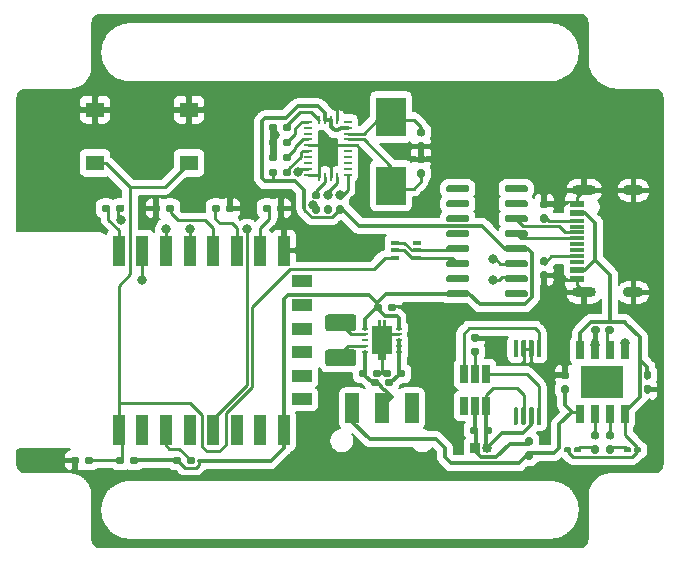
<source format=gtl>
%TF.GenerationSoftware,KiCad,Pcbnew,(5.1.10)-1*%
%TF.CreationDate,2021-12-12T00:52:53+01:00*%
%TF.ProjectId,tracker,74726163-6b65-4722-9e6b-696361645f70,rev?*%
%TF.SameCoordinates,Original*%
%TF.FileFunction,Copper,L1,Top*%
%TF.FilePolarity,Positive*%
%FSLAX46Y46*%
G04 Gerber Fmt 4.6, Leading zero omitted, Abs format (unit mm)*
G04 Created by KiCad (PCBNEW (5.1.10)-1) date 2021-12-12 00:52:53*
%MOMM*%
%LPD*%
G01*
G04 APERTURE LIST*
%TA.AperFunction,ComponentPad*%
%ADD10O,2.000000X0.900000*%
%TD*%
%TA.AperFunction,ComponentPad*%
%ADD11O,1.700000X0.900000*%
%TD*%
%TA.AperFunction,SMDPad,CuDef*%
%ADD12R,1.160000X0.300000*%
%TD*%
%TA.AperFunction,SMDPad,CuDef*%
%ADD13R,1.160000X0.600000*%
%TD*%
%TA.AperFunction,ComponentPad*%
%ADD14R,0.850000X0.850000*%
%TD*%
%TA.AperFunction,ComponentPad*%
%ADD15O,0.850000X0.850000*%
%TD*%
%TA.AperFunction,SMDPad,CuDef*%
%ADD16R,0.650000X0.400000*%
%TD*%
%TA.AperFunction,SMDPad,CuDef*%
%ADD17R,1.550000X1.300000*%
%TD*%
%TA.AperFunction,SMDPad,CuDef*%
%ADD18R,1.250000X2.500000*%
%TD*%
%TA.AperFunction,SMDPad,CuDef*%
%ADD19R,0.254000X0.675000*%
%TD*%
%TA.AperFunction,SMDPad,CuDef*%
%ADD20R,0.675000X0.254000*%
%TD*%
%TA.AperFunction,SMDPad,CuDef*%
%ADD21R,0.650000X1.560000*%
%TD*%
%TA.AperFunction,SMDPad,CuDef*%
%ADD22R,1.000000X2.500000*%
%TD*%
%TA.AperFunction,SMDPad,CuDef*%
%ADD23R,1.800000X1.000000*%
%TD*%
%TA.AperFunction,SMDPad,CuDef*%
%ADD24R,0.600000X0.240000*%
%TD*%
%TA.AperFunction,SMDPad,CuDef*%
%ADD25C,0.100000*%
%TD*%
%TA.AperFunction,ComponentPad*%
%ADD26C,0.500000*%
%TD*%
%TA.AperFunction,SMDPad,CuDef*%
%ADD27R,2.500000X3.325000*%
%TD*%
%TA.AperFunction,SMDPad,CuDef*%
%ADD28R,0.650000X1.500000*%
%TD*%
%TA.AperFunction,SMDPad,CuDef*%
%ADD29R,3.600000X2.700000*%
%TD*%
%TA.AperFunction,ViaPad*%
%ADD30C,0.800000*%
%TD*%
%TA.AperFunction,Conductor*%
%ADD31C,0.300000*%
%TD*%
%TA.AperFunction,Conductor*%
%ADD32C,0.250000*%
%TD*%
%TA.AperFunction,Conductor*%
%ADD33C,0.200000*%
%TD*%
%TA.AperFunction,Conductor*%
%ADD34C,0.100000*%
%TD*%
G04 APERTURE END LIST*
%TO.P,R20,2*%
%TO.N,GND*%
%TA.AperFunction,SMDPad,CuDef*%
G36*
G01*
X146064000Y-79088000D02*
X146064000Y-79408000D01*
G75*
G02*
X145904000Y-79568000I-160000J0D01*
G01*
X145509000Y-79568000D01*
G75*
G02*
X145349000Y-79408000I0J160000D01*
G01*
X145349000Y-79088000D01*
G75*
G02*
X145509000Y-78928000I160000J0D01*
G01*
X145904000Y-78928000D01*
G75*
G02*
X146064000Y-79088000I0J-160000D01*
G01*
G37*
%TD.AperFunction*%
%TO.P,R20,1*%
%TO.N,Net-(R20-Pad1)*%
%TA.AperFunction,SMDPad,CuDef*%
G36*
G01*
X147259000Y-79088000D02*
X147259000Y-79408000D01*
G75*
G02*
X147099000Y-79568000I-160000J0D01*
G01*
X146704000Y-79568000D01*
G75*
G02*
X146544000Y-79408000I0J160000D01*
G01*
X146544000Y-79088000D01*
G75*
G02*
X146704000Y-78928000I160000J0D01*
G01*
X147099000Y-78928000D01*
G75*
G02*
X147259000Y-79088000I0J-160000D01*
G01*
G37*
%TD.AperFunction*%
%TD*%
%TO.P,R19,2*%
%TO.N,GND*%
%TA.AperFunction,SMDPad,CuDef*%
G36*
G01*
X151624000Y-79408000D02*
X151624000Y-79088000D01*
G75*
G02*
X151784000Y-78928000I160000J0D01*
G01*
X152179000Y-78928000D01*
G75*
G02*
X152339000Y-79088000I0J-160000D01*
G01*
X152339000Y-79408000D01*
G75*
G02*
X152179000Y-79568000I-160000J0D01*
G01*
X151784000Y-79568000D01*
G75*
G02*
X151624000Y-79408000I0J160000D01*
G01*
G37*
%TD.AperFunction*%
%TO.P,R19,1*%
%TO.N,Net-(R19-Pad1)*%
%TA.AperFunction,SMDPad,CuDef*%
G36*
G01*
X150429000Y-79408000D02*
X150429000Y-79088000D01*
G75*
G02*
X150589000Y-78928000I160000J0D01*
G01*
X150984000Y-78928000D01*
G75*
G02*
X151144000Y-79088000I0J-160000D01*
G01*
X151144000Y-79408000D01*
G75*
G02*
X150984000Y-79568000I-160000J0D01*
G01*
X150589000Y-79568000D01*
G75*
G02*
X150429000Y-79408000I0J160000D01*
G01*
G37*
%TD.AperFunction*%
%TD*%
%TO.P,R18,2*%
%TO.N,Net-(R18-Pad2)*%
%TA.AperFunction,SMDPad,CuDef*%
G36*
G01*
X141846500Y-79088000D02*
X141846500Y-79408000D01*
G75*
G02*
X141686500Y-79568000I-160000J0D01*
G01*
X141291500Y-79568000D01*
G75*
G02*
X141131500Y-79408000I0J160000D01*
G01*
X141131500Y-79088000D01*
G75*
G02*
X141291500Y-78928000I160000J0D01*
G01*
X141686500Y-78928000D01*
G75*
G02*
X141846500Y-79088000I0J-160000D01*
G01*
G37*
%TD.AperFunction*%
%TO.P,R18,1*%
%TO.N,TX*%
%TA.AperFunction,SMDPad,CuDef*%
G36*
G01*
X143041500Y-79088000D02*
X143041500Y-79408000D01*
G75*
G02*
X142881500Y-79568000I-160000J0D01*
G01*
X142486500Y-79568000D01*
G75*
G02*
X142326500Y-79408000I0J160000D01*
G01*
X142326500Y-79088000D01*
G75*
G02*
X142486500Y-78928000I160000J0D01*
G01*
X142881500Y-78928000D01*
G75*
G02*
X143041500Y-79088000I0J-160000D01*
G01*
G37*
%TD.AperFunction*%
%TD*%
%TO.P,R17,2*%
%TO.N,GND*%
%TA.AperFunction,SMDPad,CuDef*%
G36*
G01*
X155942000Y-79408000D02*
X155942000Y-79088000D01*
G75*
G02*
X156102000Y-78928000I160000J0D01*
G01*
X156497000Y-78928000D01*
G75*
G02*
X156657000Y-79088000I0J-160000D01*
G01*
X156657000Y-79408000D01*
G75*
G02*
X156497000Y-79568000I-160000J0D01*
G01*
X156102000Y-79568000D01*
G75*
G02*
X155942000Y-79408000I0J160000D01*
G01*
G37*
%TD.AperFunction*%
%TO.P,R17,1*%
%TO.N,Net-(R17-Pad1)*%
%TA.AperFunction,SMDPad,CuDef*%
G36*
G01*
X154747000Y-79408000D02*
X154747000Y-79088000D01*
G75*
G02*
X154907000Y-78928000I160000J0D01*
G01*
X155302000Y-78928000D01*
G75*
G02*
X155462000Y-79088000I0J-160000D01*
G01*
X155462000Y-79408000D01*
G75*
G02*
X155302000Y-79568000I-160000J0D01*
G01*
X154907000Y-79568000D01*
G75*
G02*
X154747000Y-79408000I0J160000D01*
G01*
G37*
%TD.AperFunction*%
%TD*%
%TO.P,R16,2*%
%TO.N,Net-(C8-Pad2)*%
%TA.AperFunction,SMDPad,CuDef*%
G36*
G01*
X164606000Y-93820000D02*
X164606000Y-94140000D01*
G75*
G02*
X164446000Y-94300000I-160000J0D01*
G01*
X164051000Y-94300000D01*
G75*
G02*
X163891000Y-94140000I0J160000D01*
G01*
X163891000Y-93820000D01*
G75*
G02*
X164051000Y-93660000I160000J0D01*
G01*
X164446000Y-93660000D01*
G75*
G02*
X164606000Y-93820000I0J-160000D01*
G01*
G37*
%TD.AperFunction*%
%TO.P,R16,1*%
%TO.N,Net-(C9-Pad2)*%
%TA.AperFunction,SMDPad,CuDef*%
G36*
G01*
X165801000Y-93820000D02*
X165801000Y-94140000D01*
G75*
G02*
X165641000Y-94300000I-160000J0D01*
G01*
X165246000Y-94300000D01*
G75*
G02*
X165086000Y-94140000I0J160000D01*
G01*
X165086000Y-93820000D01*
G75*
G02*
X165246000Y-93660000I160000J0D01*
G01*
X165641000Y-93660000D01*
G75*
G02*
X165801000Y-93820000I0J-160000D01*
G01*
G37*
%TD.AperFunction*%
%TD*%
%TO.P,R15,2*%
%TO.N,Net-(R15-Pad2)*%
%TA.AperFunction,SMDPad,CuDef*%
G36*
G01*
X148322000Y-100744000D02*
X148322000Y-100424000D01*
G75*
G02*
X148482000Y-100264000I160000J0D01*
G01*
X148877000Y-100264000D01*
G75*
G02*
X149037000Y-100424000I0J-160000D01*
G01*
X149037000Y-100744000D01*
G75*
G02*
X148877000Y-100904000I-160000J0D01*
G01*
X148482000Y-100904000D01*
G75*
G02*
X148322000Y-100744000I0J160000D01*
G01*
G37*
%TD.AperFunction*%
%TO.P,R15,1*%
%TO.N,+3V3*%
%TA.AperFunction,SMDPad,CuDef*%
G36*
G01*
X147127000Y-100744000D02*
X147127000Y-100424000D01*
G75*
G02*
X147287000Y-100264000I160000J0D01*
G01*
X147682000Y-100264000D01*
G75*
G02*
X147842000Y-100424000I0J-160000D01*
G01*
X147842000Y-100744000D01*
G75*
G02*
X147682000Y-100904000I-160000J0D01*
G01*
X147287000Y-100904000D01*
G75*
G02*
X147127000Y-100744000I0J160000D01*
G01*
G37*
%TD.AperFunction*%
%TD*%
%TO.P,R14,2*%
%TO.N,RST*%
%TA.AperFunction,SMDPad,CuDef*%
G36*
G01*
X143016000Y-100424000D02*
X143016000Y-100744000D01*
G75*
G02*
X142856000Y-100904000I-160000J0D01*
G01*
X142461000Y-100904000D01*
G75*
G02*
X142301000Y-100744000I0J160000D01*
G01*
X142301000Y-100424000D01*
G75*
G02*
X142461000Y-100264000I160000J0D01*
G01*
X142856000Y-100264000D01*
G75*
G02*
X143016000Y-100424000I0J-160000D01*
G01*
G37*
%TD.AperFunction*%
%TO.P,R14,1*%
%TO.N,+3V3*%
%TA.AperFunction,SMDPad,CuDef*%
G36*
G01*
X144211000Y-100424000D02*
X144211000Y-100744000D01*
G75*
G02*
X144051000Y-100904000I-160000J0D01*
G01*
X143656000Y-100904000D01*
G75*
G02*
X143496000Y-100744000I0J160000D01*
G01*
X143496000Y-100424000D01*
G75*
G02*
X143656000Y-100264000I160000J0D01*
G01*
X144051000Y-100264000D01*
G75*
G02*
X144211000Y-100424000I0J-160000D01*
G01*
G37*
%TD.AperFunction*%
%TD*%
%TO.P,R13,2*%
%TO.N,Net-(C6-Pad1)*%
%TA.AperFunction,SMDPad,CuDef*%
G36*
G01*
X177452000Y-99328000D02*
X177132000Y-99328000D01*
G75*
G02*
X176972000Y-99168000I0J160000D01*
G01*
X176972000Y-98773000D01*
G75*
G02*
X177132000Y-98613000I160000J0D01*
G01*
X177452000Y-98613000D01*
G75*
G02*
X177612000Y-98773000I0J-160000D01*
G01*
X177612000Y-99168000D01*
G75*
G02*
X177452000Y-99328000I-160000J0D01*
G01*
G37*
%TD.AperFunction*%
%TO.P,R13,1*%
%TO.N,Net-(C3-Pad1)*%
%TA.AperFunction,SMDPad,CuDef*%
G36*
G01*
X177452000Y-100523000D02*
X177132000Y-100523000D01*
G75*
G02*
X176972000Y-100363000I0J160000D01*
G01*
X176972000Y-99968000D01*
G75*
G02*
X177132000Y-99808000I160000J0D01*
G01*
X177452000Y-99808000D01*
G75*
G02*
X177612000Y-99968000I0J-160000D01*
G01*
X177612000Y-100363000D01*
G75*
G02*
X177452000Y-100523000I-160000J0D01*
G01*
G37*
%TD.AperFunction*%
%TD*%
%TO.P,R12,2*%
%TO.N,Net-(R12-Pad2)*%
%TA.AperFunction,SMDPad,CuDef*%
G36*
G01*
X172560000Y-91045000D02*
X172880000Y-91045000D01*
G75*
G02*
X173040000Y-91205000I0J-160000D01*
G01*
X173040000Y-91600000D01*
G75*
G02*
X172880000Y-91760000I-160000J0D01*
G01*
X172560000Y-91760000D01*
G75*
G02*
X172400000Y-91600000I0J160000D01*
G01*
X172400000Y-91205000D01*
G75*
G02*
X172560000Y-91045000I160000J0D01*
G01*
G37*
%TD.AperFunction*%
%TO.P,R12,1*%
%TO.N,GND*%
%TA.AperFunction,SMDPad,CuDef*%
G36*
G01*
X172560000Y-89850000D02*
X172880000Y-89850000D01*
G75*
G02*
X173040000Y-90010000I0J-160000D01*
G01*
X173040000Y-90405000D01*
G75*
G02*
X172880000Y-90565000I-160000J0D01*
G01*
X172560000Y-90565000D01*
G75*
G02*
X172400000Y-90405000I0J160000D01*
G01*
X172400000Y-90010000D01*
G75*
G02*
X172560000Y-89850000I160000J0D01*
G01*
G37*
%TD.AperFunction*%
%TD*%
%TO.P,R11,2*%
%TO.N,Net-(R11-Pad2)*%
%TA.AperFunction,SMDPad,CuDef*%
G36*
G01*
X156450000Y-72550000D02*
X156450000Y-72230000D01*
G75*
G02*
X156610000Y-72070000I160000J0D01*
G01*
X157005000Y-72070000D01*
G75*
G02*
X157165000Y-72230000I0J-160000D01*
G01*
X157165000Y-72550000D01*
G75*
G02*
X157005000Y-72710000I-160000J0D01*
G01*
X156610000Y-72710000D01*
G75*
G02*
X156450000Y-72550000I0J160000D01*
G01*
G37*
%TD.AperFunction*%
%TO.P,R11,1*%
%TO.N,GND*%
%TA.AperFunction,SMDPad,CuDef*%
G36*
G01*
X155255000Y-72550000D02*
X155255000Y-72230000D01*
G75*
G02*
X155415000Y-72070000I160000J0D01*
G01*
X155810000Y-72070000D01*
G75*
G02*
X155970000Y-72230000I0J-160000D01*
G01*
X155970000Y-72550000D01*
G75*
G02*
X155810000Y-72710000I-160000J0D01*
G01*
X155415000Y-72710000D01*
G75*
G02*
X155255000Y-72550000I0J160000D01*
G01*
G37*
%TD.AperFunction*%
%TD*%
%TO.P,R10,2*%
%TO.N,Net-(R10-Pad2)*%
%TA.AperFunction,SMDPad,CuDef*%
G36*
G01*
X156450000Y-73820000D02*
X156450000Y-73500000D01*
G75*
G02*
X156610000Y-73340000I160000J0D01*
G01*
X157005000Y-73340000D01*
G75*
G02*
X157165000Y-73500000I0J-160000D01*
G01*
X157165000Y-73820000D01*
G75*
G02*
X157005000Y-73980000I-160000J0D01*
G01*
X156610000Y-73980000D01*
G75*
G02*
X156450000Y-73820000I0J160000D01*
G01*
G37*
%TD.AperFunction*%
%TO.P,R10,1*%
%TO.N,GND*%
%TA.AperFunction,SMDPad,CuDef*%
G36*
G01*
X155255000Y-73820000D02*
X155255000Y-73500000D01*
G75*
G02*
X155415000Y-73340000I160000J0D01*
G01*
X155810000Y-73340000D01*
G75*
G02*
X155970000Y-73500000I0J-160000D01*
G01*
X155970000Y-73820000D01*
G75*
G02*
X155810000Y-73980000I-160000J0D01*
G01*
X155415000Y-73980000D01*
G75*
G02*
X155255000Y-73820000I0J160000D01*
G01*
G37*
%TD.AperFunction*%
%TD*%
%TO.P,R9,2*%
%TO.N,Net-(R9-Pad2)*%
%TA.AperFunction,SMDPad,CuDef*%
G36*
G01*
X183755000Y-89695000D02*
X183755000Y-89375000D01*
G75*
G02*
X183915000Y-89215000I160000J0D01*
G01*
X184310000Y-89215000D01*
G75*
G02*
X184470000Y-89375000I0J-160000D01*
G01*
X184470000Y-89695000D01*
G75*
G02*
X184310000Y-89855000I-160000J0D01*
G01*
X183915000Y-89855000D01*
G75*
G02*
X183755000Y-89695000I0J160000D01*
G01*
G37*
%TD.AperFunction*%
%TO.P,R9,1*%
%TO.N,GND*%
%TA.AperFunction,SMDPad,CuDef*%
G36*
G01*
X182560000Y-89695000D02*
X182560000Y-89375000D01*
G75*
G02*
X182720000Y-89215000I160000J0D01*
G01*
X183115000Y-89215000D01*
G75*
G02*
X183275000Y-89375000I0J-160000D01*
G01*
X183275000Y-89695000D01*
G75*
G02*
X183115000Y-89855000I-160000J0D01*
G01*
X182720000Y-89855000D01*
G75*
G02*
X182560000Y-89695000I0J160000D01*
G01*
G37*
%TD.AperFunction*%
%TD*%
%TO.P,R8,2*%
%TO.N,Net-(J1-PadB5)*%
%TA.AperFunction,SMDPad,CuDef*%
G36*
G01*
X178402000Y-79742000D02*
X178722000Y-79742000D01*
G75*
G02*
X178882000Y-79902000I0J-160000D01*
G01*
X178882000Y-80297000D01*
G75*
G02*
X178722000Y-80457000I-160000J0D01*
G01*
X178402000Y-80457000D01*
G75*
G02*
X178242000Y-80297000I0J160000D01*
G01*
X178242000Y-79902000D01*
G75*
G02*
X178402000Y-79742000I160000J0D01*
G01*
G37*
%TD.AperFunction*%
%TO.P,R8,1*%
%TO.N,GND*%
%TA.AperFunction,SMDPad,CuDef*%
G36*
G01*
X178402000Y-78547000D02*
X178722000Y-78547000D01*
G75*
G02*
X178882000Y-78707000I0J-160000D01*
G01*
X178882000Y-79102000D01*
G75*
G02*
X178722000Y-79262000I-160000J0D01*
G01*
X178402000Y-79262000D01*
G75*
G02*
X178242000Y-79102000I0J160000D01*
G01*
X178242000Y-78707000D01*
G75*
G02*
X178402000Y-78547000I160000J0D01*
G01*
G37*
%TD.AperFunction*%
%TD*%
%TO.P,R7,2*%
%TO.N,Net-(J1-PadA5)*%
%TA.AperFunction,SMDPad,CuDef*%
G36*
G01*
X178722000Y-84088000D02*
X178402000Y-84088000D01*
G75*
G02*
X178242000Y-83928000I0J160000D01*
G01*
X178242000Y-83533000D01*
G75*
G02*
X178402000Y-83373000I160000J0D01*
G01*
X178722000Y-83373000D01*
G75*
G02*
X178882000Y-83533000I0J-160000D01*
G01*
X178882000Y-83928000D01*
G75*
G02*
X178722000Y-84088000I-160000J0D01*
G01*
G37*
%TD.AperFunction*%
%TO.P,R7,1*%
%TO.N,GND*%
%TA.AperFunction,SMDPad,CuDef*%
G36*
G01*
X178722000Y-85283000D02*
X178402000Y-85283000D01*
G75*
G02*
X178242000Y-85123000I0J160000D01*
G01*
X178242000Y-84728000D01*
G75*
G02*
X178402000Y-84568000I160000J0D01*
G01*
X178722000Y-84568000D01*
G75*
G02*
X178882000Y-84728000I0J-160000D01*
G01*
X178882000Y-85123000D01*
G75*
G02*
X178722000Y-85283000I-160000J0D01*
G01*
G37*
%TD.AperFunction*%
%TD*%
%TO.P,R6,2*%
%TO.N,GND*%
%TA.AperFunction,SMDPad,CuDef*%
G36*
G01*
X159098000Y-78980000D02*
X159418000Y-78980000D01*
G75*
G02*
X159578000Y-79140000I0J-160000D01*
G01*
X159578000Y-79535000D01*
G75*
G02*
X159418000Y-79695000I-160000J0D01*
G01*
X159098000Y-79695000D01*
G75*
G02*
X158938000Y-79535000I0J160000D01*
G01*
X158938000Y-79140000D01*
G75*
G02*
X159098000Y-78980000I160000J0D01*
G01*
G37*
%TD.AperFunction*%
%TO.P,R6,1*%
%TO.N,Net-(R6-Pad1)*%
%TA.AperFunction,SMDPad,CuDef*%
G36*
G01*
X159098000Y-77785000D02*
X159418000Y-77785000D01*
G75*
G02*
X159578000Y-77945000I0J-160000D01*
G01*
X159578000Y-78340000D01*
G75*
G02*
X159418000Y-78500000I-160000J0D01*
G01*
X159098000Y-78500000D01*
G75*
G02*
X158938000Y-78340000I0J160000D01*
G01*
X158938000Y-77945000D01*
G75*
G02*
X159098000Y-77785000I160000J0D01*
G01*
G37*
%TD.AperFunction*%
%TD*%
%TO.P,R5,2*%
%TO.N,+3V3*%
%TA.AperFunction,SMDPad,CuDef*%
G36*
G01*
X155970000Y-76040000D02*
X155970000Y-76360000D01*
G75*
G02*
X155810000Y-76520000I-160000J0D01*
G01*
X155415000Y-76520000D01*
G75*
G02*
X155255000Y-76360000I0J160000D01*
G01*
X155255000Y-76040000D01*
G75*
G02*
X155415000Y-75880000I160000J0D01*
G01*
X155810000Y-75880000D01*
G75*
G02*
X155970000Y-76040000I0J-160000D01*
G01*
G37*
%TD.AperFunction*%
%TO.P,R5,1*%
%TO.N,Net-(R5-Pad1)*%
%TA.AperFunction,SMDPad,CuDef*%
G36*
G01*
X157165000Y-76040000D02*
X157165000Y-76360000D01*
G75*
G02*
X157005000Y-76520000I-160000J0D01*
G01*
X156610000Y-76520000D01*
G75*
G02*
X156450000Y-76360000I0J160000D01*
G01*
X156450000Y-76040000D01*
G75*
G02*
X156610000Y-75880000I160000J0D01*
G01*
X157005000Y-75880000D01*
G75*
G02*
X157165000Y-76040000I0J-160000D01*
G01*
G37*
%TD.AperFunction*%
%TD*%
%TO.P,R4,2*%
%TO.N,Net-(D2-Pad1)*%
%TA.AperFunction,SMDPad,CuDef*%
G36*
G01*
X182720000Y-99300000D02*
X183040000Y-99300000D01*
G75*
G02*
X183200000Y-99460000I0J-160000D01*
G01*
X183200000Y-99855000D01*
G75*
G02*
X183040000Y-100015000I-160000J0D01*
G01*
X182720000Y-100015000D01*
G75*
G02*
X182560000Y-99855000I0J160000D01*
G01*
X182560000Y-99460000D01*
G75*
G02*
X182720000Y-99300000I160000J0D01*
G01*
G37*
%TD.AperFunction*%
%TO.P,R4,1*%
%TO.N,Net-(R4-Pad1)*%
%TA.AperFunction,SMDPad,CuDef*%
G36*
G01*
X182720000Y-98105000D02*
X183040000Y-98105000D01*
G75*
G02*
X183200000Y-98265000I0J-160000D01*
G01*
X183200000Y-98660000D01*
G75*
G02*
X183040000Y-98820000I-160000J0D01*
G01*
X182720000Y-98820000D01*
G75*
G02*
X182560000Y-98660000I0J160000D01*
G01*
X182560000Y-98265000D01*
G75*
G02*
X182720000Y-98105000I160000J0D01*
G01*
G37*
%TD.AperFunction*%
%TD*%
%TO.P,R3,2*%
%TO.N,Net-(D1-Pad1)*%
%TA.AperFunction,SMDPad,CuDef*%
G36*
G01*
X183990000Y-99300000D02*
X184310000Y-99300000D01*
G75*
G02*
X184470000Y-99460000I0J-160000D01*
G01*
X184470000Y-99855000D01*
G75*
G02*
X184310000Y-100015000I-160000J0D01*
G01*
X183990000Y-100015000D01*
G75*
G02*
X183830000Y-99855000I0J160000D01*
G01*
X183830000Y-99460000D01*
G75*
G02*
X183990000Y-99300000I160000J0D01*
G01*
G37*
%TD.AperFunction*%
%TO.P,R3,1*%
%TO.N,Net-(R3-Pad1)*%
%TA.AperFunction,SMDPad,CuDef*%
G36*
G01*
X183990000Y-98105000D02*
X184310000Y-98105000D01*
G75*
G02*
X184470000Y-98265000I0J-160000D01*
G01*
X184470000Y-98660000D01*
G75*
G02*
X184310000Y-98820000I-160000J0D01*
G01*
X183990000Y-98820000D01*
G75*
G02*
X183830000Y-98660000I0J160000D01*
G01*
X183830000Y-98265000D01*
G75*
G02*
X183990000Y-98105000I160000J0D01*
G01*
G37*
%TD.AperFunction*%
%TD*%
%TO.P,R2,2*%
%TO.N,SDA*%
%TA.AperFunction,SMDPad,CuDef*%
G36*
G01*
X161450000Y-78500000D02*
X161130000Y-78500000D01*
G75*
G02*
X160970000Y-78340000I0J160000D01*
G01*
X160970000Y-77945000D01*
G75*
G02*
X161130000Y-77785000I160000J0D01*
G01*
X161450000Y-77785000D01*
G75*
G02*
X161610000Y-77945000I0J-160000D01*
G01*
X161610000Y-78340000D01*
G75*
G02*
X161450000Y-78500000I-160000J0D01*
G01*
G37*
%TD.AperFunction*%
%TO.P,R2,1*%
%TO.N,+3V3*%
%TA.AperFunction,SMDPad,CuDef*%
G36*
G01*
X161450000Y-79695000D02*
X161130000Y-79695000D01*
G75*
G02*
X160970000Y-79535000I0J160000D01*
G01*
X160970000Y-79140000D01*
G75*
G02*
X161130000Y-78980000I160000J0D01*
G01*
X161450000Y-78980000D01*
G75*
G02*
X161610000Y-79140000I0J-160000D01*
G01*
X161610000Y-79535000D01*
G75*
G02*
X161450000Y-79695000I-160000J0D01*
G01*
G37*
%TD.AperFunction*%
%TD*%
%TO.P,R1,2*%
%TO.N,SCL*%
%TA.AperFunction,SMDPad,CuDef*%
G36*
G01*
X160434000Y-78500000D02*
X160114000Y-78500000D01*
G75*
G02*
X159954000Y-78340000I0J160000D01*
G01*
X159954000Y-77945000D01*
G75*
G02*
X160114000Y-77785000I160000J0D01*
G01*
X160434000Y-77785000D01*
G75*
G02*
X160594000Y-77945000I0J-160000D01*
G01*
X160594000Y-78340000D01*
G75*
G02*
X160434000Y-78500000I-160000J0D01*
G01*
G37*
%TD.AperFunction*%
%TO.P,R1,1*%
%TO.N,+3V3*%
%TA.AperFunction,SMDPad,CuDef*%
G36*
G01*
X160434000Y-79695000D02*
X160114000Y-79695000D01*
G75*
G02*
X159954000Y-79535000I0J160000D01*
G01*
X159954000Y-79140000D01*
G75*
G02*
X160114000Y-78980000I160000J0D01*
G01*
X160434000Y-78980000D01*
G75*
G02*
X160594000Y-79140000I0J-160000D01*
G01*
X160594000Y-79535000D01*
G75*
G02*
X160434000Y-79695000I-160000J0D01*
G01*
G37*
%TD.AperFunction*%
%TD*%
%TO.P,C10,2*%
%TO.N,+3V3*%
%TA.AperFunction,SMDPad,CuDef*%
G36*
G01*
X164860000Y-87470000D02*
X164860000Y-87790000D01*
G75*
G02*
X164700000Y-87950000I-160000J0D01*
G01*
X164305000Y-87950000D01*
G75*
G02*
X164145000Y-87790000I0J160000D01*
G01*
X164145000Y-87470000D01*
G75*
G02*
X164305000Y-87310000I160000J0D01*
G01*
X164700000Y-87310000D01*
G75*
G02*
X164860000Y-87470000I0J-160000D01*
G01*
G37*
%TD.AperFunction*%
%TO.P,C10,1*%
%TO.N,GND*%
%TA.AperFunction,SMDPad,CuDef*%
G36*
G01*
X166055000Y-87470000D02*
X166055000Y-87790000D01*
G75*
G02*
X165895000Y-87950000I-160000J0D01*
G01*
X165500000Y-87950000D01*
G75*
G02*
X165340000Y-87790000I0J160000D01*
G01*
X165340000Y-87470000D01*
G75*
G02*
X165500000Y-87310000I160000J0D01*
G01*
X165895000Y-87310000D01*
G75*
G02*
X166055000Y-87470000I0J-160000D01*
G01*
G37*
%TD.AperFunction*%
%TD*%
%TO.P,C9,2*%
%TO.N,Net-(C9-Pad2)*%
%TA.AperFunction,SMDPad,CuDef*%
G36*
G01*
X166102000Y-93378000D02*
X166102000Y-93058000D01*
G75*
G02*
X166262000Y-92898000I160000J0D01*
G01*
X166657000Y-92898000D01*
G75*
G02*
X166817000Y-93058000I0J-160000D01*
G01*
X166817000Y-93378000D01*
G75*
G02*
X166657000Y-93538000I-160000J0D01*
G01*
X166262000Y-93538000D01*
G75*
G02*
X166102000Y-93378000I0J160000D01*
G01*
G37*
%TD.AperFunction*%
%TO.P,C9,1*%
%TO.N,GND*%
%TA.AperFunction,SMDPad,CuDef*%
G36*
G01*
X164907000Y-93378000D02*
X164907000Y-93058000D01*
G75*
G02*
X165067000Y-92898000I160000J0D01*
G01*
X165462000Y-92898000D01*
G75*
G02*
X165622000Y-93058000I0J-160000D01*
G01*
X165622000Y-93378000D01*
G75*
G02*
X165462000Y-93538000I-160000J0D01*
G01*
X165067000Y-93538000D01*
G75*
G02*
X164907000Y-93378000I0J160000D01*
G01*
G37*
%TD.AperFunction*%
%TD*%
%TO.P,C8,2*%
%TO.N,Net-(C8-Pad2)*%
%TA.AperFunction,SMDPad,CuDef*%
G36*
G01*
X163590000Y-93058000D02*
X163590000Y-93378000D01*
G75*
G02*
X163430000Y-93538000I-160000J0D01*
G01*
X163035000Y-93538000D01*
G75*
G02*
X162875000Y-93378000I0J160000D01*
G01*
X162875000Y-93058000D01*
G75*
G02*
X163035000Y-92898000I160000J0D01*
G01*
X163430000Y-92898000D01*
G75*
G02*
X163590000Y-93058000I0J-160000D01*
G01*
G37*
%TD.AperFunction*%
%TO.P,C8,1*%
%TO.N,GND*%
%TA.AperFunction,SMDPad,CuDef*%
G36*
G01*
X164785000Y-93058000D02*
X164785000Y-93378000D01*
G75*
G02*
X164625000Y-93538000I-160000J0D01*
G01*
X164230000Y-93538000D01*
G75*
G02*
X164070000Y-93378000I0J160000D01*
G01*
X164070000Y-93058000D01*
G75*
G02*
X164230000Y-92898000I160000J0D01*
G01*
X164625000Y-92898000D01*
G75*
G02*
X164785000Y-93058000I0J-160000D01*
G01*
G37*
%TD.AperFunction*%
%TD*%
%TO.P,C7,2*%
%TO.N,GND*%
%TA.AperFunction,SMDPad,CuDef*%
G36*
G01*
X139206000Y-100424000D02*
X139206000Y-100744000D01*
G75*
G02*
X139046000Y-100904000I-160000J0D01*
G01*
X138651000Y-100904000D01*
G75*
G02*
X138491000Y-100744000I0J160000D01*
G01*
X138491000Y-100424000D01*
G75*
G02*
X138651000Y-100264000I160000J0D01*
G01*
X139046000Y-100264000D01*
G75*
G02*
X139206000Y-100424000I0J-160000D01*
G01*
G37*
%TD.AperFunction*%
%TO.P,C7,1*%
%TO.N,RST*%
%TA.AperFunction,SMDPad,CuDef*%
G36*
G01*
X140401000Y-100424000D02*
X140401000Y-100744000D01*
G75*
G02*
X140241000Y-100904000I-160000J0D01*
G01*
X139846000Y-100904000D01*
G75*
G02*
X139686000Y-100744000I0J160000D01*
G01*
X139686000Y-100424000D01*
G75*
G02*
X139846000Y-100264000I160000J0D01*
G01*
X140241000Y-100264000D01*
G75*
G02*
X140401000Y-100424000I0J-160000D01*
G01*
G37*
%TD.AperFunction*%
%TD*%
%TO.P,C6,2*%
%TO.N,Net-(C6-Pad2)*%
%TA.AperFunction,SMDPad,CuDef*%
G36*
G01*
X173468000Y-98204000D02*
X173468000Y-97884000D01*
G75*
G02*
X173628000Y-97724000I160000J0D01*
G01*
X174023000Y-97724000D01*
G75*
G02*
X174183000Y-97884000I0J-160000D01*
G01*
X174183000Y-98204000D01*
G75*
G02*
X174023000Y-98364000I-160000J0D01*
G01*
X173628000Y-98364000D01*
G75*
G02*
X173468000Y-98204000I0J160000D01*
G01*
G37*
%TD.AperFunction*%
%TO.P,C6,1*%
%TO.N,Net-(C6-Pad1)*%
%TA.AperFunction,SMDPad,CuDef*%
G36*
G01*
X172273000Y-98204000D02*
X172273000Y-97884000D01*
G75*
G02*
X172433000Y-97724000I160000J0D01*
G01*
X172828000Y-97724000D01*
G75*
G02*
X172988000Y-97884000I0J-160000D01*
G01*
X172988000Y-98204000D01*
G75*
G02*
X172828000Y-98364000I-160000J0D01*
G01*
X172433000Y-98364000D01*
G75*
G02*
X172273000Y-98204000I0J160000D01*
G01*
G37*
%TD.AperFunction*%
%TD*%
%TO.P,C5,2*%
%TO.N,Net-(C5-Pad2)*%
%TA.AperFunction,SMDPad,CuDef*%
G36*
G01*
X168308000Y-73166000D02*
X167988000Y-73166000D01*
G75*
G02*
X167828000Y-73006000I0J160000D01*
G01*
X167828000Y-72611000D01*
G75*
G02*
X167988000Y-72451000I160000J0D01*
G01*
X168308000Y-72451000D01*
G75*
G02*
X168468000Y-72611000I0J-160000D01*
G01*
X168468000Y-73006000D01*
G75*
G02*
X168308000Y-73166000I-160000J0D01*
G01*
G37*
%TD.AperFunction*%
%TO.P,C5,1*%
%TO.N,GND*%
%TA.AperFunction,SMDPad,CuDef*%
G36*
G01*
X168308000Y-74361000D02*
X167988000Y-74361000D01*
G75*
G02*
X167828000Y-74201000I0J160000D01*
G01*
X167828000Y-73806000D01*
G75*
G02*
X167988000Y-73646000I160000J0D01*
G01*
X168308000Y-73646000D01*
G75*
G02*
X168468000Y-73806000I0J-160000D01*
G01*
X168468000Y-74201000D01*
G75*
G02*
X168308000Y-74361000I-160000J0D01*
G01*
G37*
%TD.AperFunction*%
%TD*%
%TO.P,C4,2*%
%TO.N,Net-(C4-Pad2)*%
%TA.AperFunction,SMDPad,CuDef*%
G36*
G01*
X167988000Y-75932000D02*
X168308000Y-75932000D01*
G75*
G02*
X168468000Y-76092000I0J-160000D01*
G01*
X168468000Y-76487000D01*
G75*
G02*
X168308000Y-76647000I-160000J0D01*
G01*
X167988000Y-76647000D01*
G75*
G02*
X167828000Y-76487000I0J160000D01*
G01*
X167828000Y-76092000D01*
G75*
G02*
X167988000Y-75932000I160000J0D01*
G01*
G37*
%TD.AperFunction*%
%TO.P,C4,1*%
%TO.N,GND*%
%TA.AperFunction,SMDPad,CuDef*%
G36*
G01*
X167988000Y-74737000D02*
X168308000Y-74737000D01*
G75*
G02*
X168468000Y-74897000I0J-160000D01*
G01*
X168468000Y-75292000D01*
G75*
G02*
X168308000Y-75452000I-160000J0D01*
G01*
X167988000Y-75452000D01*
G75*
G02*
X167828000Y-75292000I0J160000D01*
G01*
X167828000Y-74897000D01*
G75*
G02*
X167988000Y-74737000I160000J0D01*
G01*
G37*
%TD.AperFunction*%
%TD*%
%TO.P,C3,2*%
%TO.N,GND*%
%TA.AperFunction,SMDPad,CuDef*%
G36*
G01*
X180500000Y-93740000D02*
X180180000Y-93740000D01*
G75*
G02*
X180020000Y-93580000I0J160000D01*
G01*
X180020000Y-93185000D01*
G75*
G02*
X180180000Y-93025000I160000J0D01*
G01*
X180500000Y-93025000D01*
G75*
G02*
X180660000Y-93185000I0J-160000D01*
G01*
X180660000Y-93580000D01*
G75*
G02*
X180500000Y-93740000I-160000J0D01*
G01*
G37*
%TD.AperFunction*%
%TO.P,C3,1*%
%TO.N,Net-(C3-Pad1)*%
%TA.AperFunction,SMDPad,CuDef*%
G36*
G01*
X180500000Y-94935000D02*
X180180000Y-94935000D01*
G75*
G02*
X180020000Y-94775000I0J160000D01*
G01*
X180020000Y-94380000D01*
G75*
G02*
X180180000Y-94220000I160000J0D01*
G01*
X180500000Y-94220000D01*
G75*
G02*
X180660000Y-94380000I0J-160000D01*
G01*
X180660000Y-94775000D01*
G75*
G02*
X180500000Y-94935000I-160000J0D01*
G01*
G37*
%TD.AperFunction*%
%TD*%
%TO.P,C2,2*%
%TO.N,Net-(C2-Pad2)*%
%TA.AperFunction,SMDPad,CuDef*%
G36*
G01*
X156450000Y-75090000D02*
X156450000Y-74770000D01*
G75*
G02*
X156610000Y-74610000I160000J0D01*
G01*
X157005000Y-74610000D01*
G75*
G02*
X157165000Y-74770000I0J-160000D01*
G01*
X157165000Y-75090000D01*
G75*
G02*
X157005000Y-75250000I-160000J0D01*
G01*
X156610000Y-75250000D01*
G75*
G02*
X156450000Y-75090000I0J160000D01*
G01*
G37*
%TD.AperFunction*%
%TO.P,C2,1*%
%TO.N,GND*%
%TA.AperFunction,SMDPad,CuDef*%
G36*
G01*
X155255000Y-75090000D02*
X155255000Y-74770000D01*
G75*
G02*
X155415000Y-74610000I160000J0D01*
G01*
X155810000Y-74610000D01*
G75*
G02*
X155970000Y-74770000I0J-160000D01*
G01*
X155970000Y-75090000D01*
G75*
G02*
X155810000Y-75250000I-160000J0D01*
G01*
X155415000Y-75250000D01*
G75*
G02*
X155255000Y-75090000I0J160000D01*
G01*
G37*
%TD.AperFunction*%
%TD*%
%TO.P,C1,2*%
%TO.N,+5V*%
%TA.AperFunction,SMDPad,CuDef*%
G36*
G01*
X187485000Y-93740000D02*
X187165000Y-93740000D01*
G75*
G02*
X187005000Y-93580000I0J160000D01*
G01*
X187005000Y-93185000D01*
G75*
G02*
X187165000Y-93025000I160000J0D01*
G01*
X187485000Y-93025000D01*
G75*
G02*
X187645000Y-93185000I0J-160000D01*
G01*
X187645000Y-93580000D01*
G75*
G02*
X187485000Y-93740000I-160000J0D01*
G01*
G37*
%TD.AperFunction*%
%TO.P,C1,1*%
%TO.N,GND*%
%TA.AperFunction,SMDPad,CuDef*%
G36*
G01*
X187485000Y-94935000D02*
X187165000Y-94935000D01*
G75*
G02*
X187005000Y-94775000I0J160000D01*
G01*
X187005000Y-94380000D01*
G75*
G02*
X187165000Y-94220000I160000J0D01*
G01*
X187485000Y-94220000D01*
G75*
G02*
X187645000Y-94380000I0J-160000D01*
G01*
X187645000Y-94775000D01*
G75*
G02*
X187485000Y-94935000I-160000J0D01*
G01*
G37*
%TD.AperFunction*%
%TD*%
%TO.P,L1,2*%
%TO.N,Net-(L1-Pad2)*%
%TA.AperFunction,SMDPad,CuDef*%
G36*
G01*
X162428500Y-89649000D02*
X160278500Y-89649000D01*
G75*
G02*
X160028500Y-89399000I0J250000D01*
G01*
X160028500Y-88474000D01*
G75*
G02*
X160278500Y-88224000I250000J0D01*
G01*
X162428500Y-88224000D01*
G75*
G02*
X162678500Y-88474000I0J-250000D01*
G01*
X162678500Y-89399000D01*
G75*
G02*
X162428500Y-89649000I-250000J0D01*
G01*
G37*
%TD.AperFunction*%
%TO.P,L1,1*%
%TO.N,Net-(L1-Pad1)*%
%TA.AperFunction,SMDPad,CuDef*%
G36*
G01*
X162428500Y-92624000D02*
X160278500Y-92624000D01*
G75*
G02*
X160028500Y-92374000I0J250000D01*
G01*
X160028500Y-91449000D01*
G75*
G02*
X160278500Y-91199000I250000J0D01*
G01*
X162428500Y-91199000D01*
G75*
G02*
X162678500Y-91449000I0J-250000D01*
G01*
X162678500Y-92374000D01*
G75*
G02*
X162428500Y-92624000I-250000J0D01*
G01*
G37*
%TD.AperFunction*%
%TD*%
%TO.P,D1,1*%
%TO.N,Net-(D1-Pad1)*%
%TA.AperFunction,SMDPad,CuDef*%
G36*
G01*
X185330000Y-99795000D02*
X185330000Y-99595000D01*
G75*
G02*
X185430000Y-99495000I100000J0D01*
G01*
X185865000Y-99495000D01*
G75*
G02*
X185965000Y-99595000I0J-100000D01*
G01*
X185965000Y-99795000D01*
G75*
G02*
X185865000Y-99895000I-100000J0D01*
G01*
X185430000Y-99895000D01*
G75*
G02*
X185330000Y-99795000I0J100000D01*
G01*
G37*
%TD.AperFunction*%
%TO.P,D1,2*%
%TO.N,+5V*%
%TA.AperFunction,SMDPad,CuDef*%
G36*
G01*
X186145000Y-99795000D02*
X186145000Y-99595000D01*
G75*
G02*
X186245000Y-99495000I100000J0D01*
G01*
X186680000Y-99495000D01*
G75*
G02*
X186780000Y-99595000I0J-100000D01*
G01*
X186780000Y-99795000D01*
G75*
G02*
X186680000Y-99895000I-100000J0D01*
G01*
X186245000Y-99895000D01*
G75*
G02*
X186145000Y-99795000I0J100000D01*
G01*
G37*
%TD.AperFunction*%
%TD*%
%TO.P,D2,2*%
%TO.N,+5V*%
%TA.AperFunction,SMDPad,CuDef*%
G36*
G01*
X180885000Y-99595000D02*
X180885000Y-99795000D01*
G75*
G02*
X180785000Y-99895000I-100000J0D01*
G01*
X180350000Y-99895000D01*
G75*
G02*
X180250000Y-99795000I0J100000D01*
G01*
X180250000Y-99595000D01*
G75*
G02*
X180350000Y-99495000I100000J0D01*
G01*
X180785000Y-99495000D01*
G75*
G02*
X180885000Y-99595000I0J-100000D01*
G01*
G37*
%TD.AperFunction*%
%TO.P,D2,1*%
%TO.N,Net-(D2-Pad1)*%
%TA.AperFunction,SMDPad,CuDef*%
G36*
G01*
X181700000Y-99595000D02*
X181700000Y-99795000D01*
G75*
G02*
X181600000Y-99895000I-100000J0D01*
G01*
X181165000Y-99895000D01*
G75*
G02*
X181065000Y-99795000I0J100000D01*
G01*
X181065000Y-99595000D01*
G75*
G02*
X181165000Y-99495000I100000J0D01*
G01*
X181600000Y-99495000D01*
G75*
G02*
X181700000Y-99595000I0J-100000D01*
G01*
G37*
%TD.AperFunction*%
%TD*%
D10*
%TO.P,J1,S1*%
%TO.N,GND*%
X181966000Y-86362000D03*
X181966000Y-77722000D03*
D11*
X186136000Y-86362000D03*
X186136000Y-77722000D03*
D12*
%TO.P,J1,B7*%
%TO.N,Net-(J1-PadA7)*%
X181386000Y-82792000D03*
%TO.P,J1,A6*%
%TO.N,Net-(J1-PadA6)*%
X181386000Y-82292000D03*
%TO.P,J1,A7*%
%TO.N,Net-(J1-PadA7)*%
X181386000Y-81792000D03*
%TO.P,J1,B8*%
%TO.N,Net-(J1-PadB8)*%
X181386000Y-83792000D03*
%TO.P,J1,A5*%
%TO.N,Net-(J1-PadA5)*%
X181386000Y-83292000D03*
%TO.P,J1,A8*%
%TO.N,Net-(J1-PadA8)*%
X181386000Y-80792000D03*
%TO.P,J1,B6*%
%TO.N,Net-(J1-PadA6)*%
X181386000Y-81292000D03*
%TO.P,J1,B5*%
%TO.N,Net-(J1-PadB5)*%
X181386000Y-80292000D03*
D13*
%TO.P,J1,A4*%
%TO.N,+5V*%
X181386000Y-84442000D03*
%TO.P,J1,B9*%
X181386000Y-84442000D03*
%TO.P,J1,A1*%
%TO.N,GND*%
X181386000Y-85242000D03*
%TO.P,J1,B12*%
X181386000Y-85242000D03*
%TO.P,J1,B4*%
%TO.N,+5V*%
X181386000Y-79642000D03*
%TO.P,J1,B1*%
%TO.N,GND*%
X181386000Y-78842000D03*
%TO.P,J1,A9*%
%TO.N,+5V*%
X181386000Y-79642000D03*
%TO.P,J1,A12*%
%TO.N,GND*%
X181386000Y-78842000D03*
%TD*%
D14*
%TO.P,J2,1*%
%TO.N,Net-(C6-Pad1)*%
X172720000Y-99568000D03*
D15*
%TO.P,J2,2*%
%TO.N,Net-(C6-Pad2)*%
X173720000Y-99568000D03*
%TD*%
D16*
%TO.P,Q1,1*%
%TO.N,DTR*%
X165928000Y-82154000D03*
%TO.P,Q1,3*%
%TO.N,RST*%
X165928000Y-83454000D03*
%TO.P,Q1,5*%
%TO.N,DTR*%
X167828000Y-82804000D03*
%TO.P,Q1,2*%
%TO.N,RTS*%
X165928000Y-82804000D03*
%TO.P,Q1,4*%
X167828000Y-83454000D03*
%TO.P,Q1,6*%
%TO.N,IO0*%
X167828000Y-82154000D03*
%TD*%
D17*
%TO.P,SW1,2*%
%TO.N,RST*%
X140551000Y-75402000D03*
%TO.P,SW1,1*%
%TO.N,GND*%
X140551000Y-70902000D03*
X148501000Y-70902000D03*
%TO.P,SW1,2*%
%TO.N,RST*%
X148501000Y-75402000D03*
%TD*%
D18*
%TO.P,SW2,1*%
%TO.N,Net-(C3-Pad1)*%
X162346000Y-96183000D03*
%TO.P,SW2,2*%
%TO.N,Net-(C8-Pad2)*%
X164846000Y-96183000D03*
%TO.P,SW2,3*%
%TO.N,N/C*%
X167346000Y-96183000D03*
%TD*%
D19*
%TO.P,U2,19*%
%TO.N,SCL*%
X161024000Y-76555500D03*
D20*
%TO.P,U2,6*%
%TO.N,Net-(R10-Pad2)*%
X158611500Y-71918000D03*
D19*
%TO.P,U2,2*%
%TO.N,GND*%
X161024000Y-71780500D03*
D20*
%TO.P,U2,1*%
%TO.N,Net-(U2-Pad1)*%
X161936500Y-71918000D03*
D19*
%TO.P,U2,3*%
%TO.N,+3V3*%
X160524000Y-71780500D03*
%TO.P,U2,4*%
X160024000Y-71780500D03*
%TO.P,U2,5*%
%TO.N,Net-(R11-Pad2)*%
X159524000Y-71780500D03*
D20*
%TO.P,U2,28*%
%TO.N,+3V3*%
X161936500Y-72418000D03*
%TO.P,U2,27*%
%TO.N,Net-(C5-Pad2)*%
X161936500Y-72918000D03*
%TO.P,U2,26*%
%TO.N,Net-(C4-Pad2)*%
X161936500Y-73418000D03*
%TO.P,U2,25*%
%TO.N,GND*%
X161936500Y-73918000D03*
%TO.P,U2,24*%
%TO.N,Net-(U2-Pad24)*%
X161936500Y-74418000D03*
%TO.P,U2,23*%
%TO.N,Net-(U2-Pad23)*%
X161936500Y-74918000D03*
%TO.P,U2,22*%
%TO.N,Net-(U2-Pad22)*%
X161936500Y-75418000D03*
%TO.P,U2,21*%
%TO.N,Net-(U2-Pad21)*%
X161936500Y-75918000D03*
%TO.P,U2,20*%
%TO.N,SDA*%
X161936500Y-76418000D03*
%TO.P,U2,7*%
%TO.N,Net-(U2-Pad7)*%
X158611500Y-72418000D03*
%TO.P,U2,8*%
%TO.N,Net-(U2-Pad8)*%
X158611500Y-72918000D03*
%TO.P,U2,9*%
%TO.N,Net-(C2-Pad2)*%
X158611500Y-73418000D03*
%TO.P,U2,10*%
%TO.N,GND*%
X158611500Y-73918000D03*
%TO.P,U2,11*%
%TO.N,Net-(R5-Pad1)*%
X158611500Y-74418000D03*
%TO.P,U2,12*%
%TO.N,Net-(U2-Pad12)*%
X158611500Y-74918000D03*
%TO.P,U2,13*%
%TO.N,Net-(U2-Pad13)*%
X158611500Y-75418000D03*
%TO.P,U2,14*%
%TO.N,INT*%
X158611500Y-75918000D03*
%TO.P,U2,15*%
%TO.N,GND*%
X158611500Y-76418000D03*
D19*
%TO.P,U2,18*%
X160524000Y-76555500D03*
%TO.P,U2,17*%
%TO.N,Net-(R6-Pad1)*%
X160024000Y-76555500D03*
%TO.P,U2,16*%
%TO.N,GND*%
X159524000Y-76555500D03*
%TD*%
%TO.P,U3,1*%
%TO.N,Net-(U3-Pad1)*%
%TA.AperFunction,SMDPad,CuDef*%
G36*
G01*
X177186000Y-86337000D02*
X177186000Y-86637000D01*
G75*
G02*
X177036000Y-86787000I-150000J0D01*
G01*
X175386000Y-86787000D01*
G75*
G02*
X175236000Y-86637000I0J150000D01*
G01*
X175236000Y-86337000D01*
G75*
G02*
X175386000Y-86187000I150000J0D01*
G01*
X177036000Y-86187000D01*
G75*
G02*
X177186000Y-86337000I0J-150000D01*
G01*
G37*
%TD.AperFunction*%
%TO.P,U3,2*%
%TO.N,RX*%
%TA.AperFunction,SMDPad,CuDef*%
G36*
G01*
X177186000Y-85067000D02*
X177186000Y-85367000D01*
G75*
G02*
X177036000Y-85517000I-150000J0D01*
G01*
X175386000Y-85517000D01*
G75*
G02*
X175236000Y-85367000I0J150000D01*
G01*
X175236000Y-85067000D01*
G75*
G02*
X175386000Y-84917000I150000J0D01*
G01*
X177036000Y-84917000D01*
G75*
G02*
X177186000Y-85067000I0J-150000D01*
G01*
G37*
%TD.AperFunction*%
%TO.P,U3,3*%
%TO.N,TX*%
%TA.AperFunction,SMDPad,CuDef*%
G36*
G01*
X177186000Y-83797000D02*
X177186000Y-84097000D01*
G75*
G02*
X177036000Y-84247000I-150000J0D01*
G01*
X175386000Y-84247000D01*
G75*
G02*
X175236000Y-84097000I0J150000D01*
G01*
X175236000Y-83797000D01*
G75*
G02*
X175386000Y-83647000I150000J0D01*
G01*
X177036000Y-83647000D01*
G75*
G02*
X177186000Y-83797000I0J-150000D01*
G01*
G37*
%TD.AperFunction*%
%TO.P,U3,4*%
%TO.N,+3V3*%
%TA.AperFunction,SMDPad,CuDef*%
G36*
G01*
X177186000Y-82527000D02*
X177186000Y-82827000D01*
G75*
G02*
X177036000Y-82977000I-150000J0D01*
G01*
X175386000Y-82977000D01*
G75*
G02*
X175236000Y-82827000I0J150000D01*
G01*
X175236000Y-82527000D01*
G75*
G02*
X175386000Y-82377000I150000J0D01*
G01*
X177036000Y-82377000D01*
G75*
G02*
X177186000Y-82527000I0J-150000D01*
G01*
G37*
%TD.AperFunction*%
%TO.P,U3,5*%
%TO.N,Net-(J1-PadA7)*%
%TA.AperFunction,SMDPad,CuDef*%
G36*
G01*
X177186000Y-81257000D02*
X177186000Y-81557000D01*
G75*
G02*
X177036000Y-81707000I-150000J0D01*
G01*
X175386000Y-81707000D01*
G75*
G02*
X175236000Y-81557000I0J150000D01*
G01*
X175236000Y-81257000D01*
G75*
G02*
X175386000Y-81107000I150000J0D01*
G01*
X177036000Y-81107000D01*
G75*
G02*
X177186000Y-81257000I0J-150000D01*
G01*
G37*
%TD.AperFunction*%
%TO.P,U3,6*%
%TO.N,Net-(J1-PadA6)*%
%TA.AperFunction,SMDPad,CuDef*%
G36*
G01*
X177186000Y-79987000D02*
X177186000Y-80287000D01*
G75*
G02*
X177036000Y-80437000I-150000J0D01*
G01*
X175386000Y-80437000D01*
G75*
G02*
X175236000Y-80287000I0J150000D01*
G01*
X175236000Y-79987000D01*
G75*
G02*
X175386000Y-79837000I150000J0D01*
G01*
X177036000Y-79837000D01*
G75*
G02*
X177186000Y-79987000I0J-150000D01*
G01*
G37*
%TD.AperFunction*%
%TO.P,U3,7*%
%TO.N,Net-(U3-Pad7)*%
%TA.AperFunction,SMDPad,CuDef*%
G36*
G01*
X177186000Y-78717000D02*
X177186000Y-79017000D01*
G75*
G02*
X177036000Y-79167000I-150000J0D01*
G01*
X175386000Y-79167000D01*
G75*
G02*
X175236000Y-79017000I0J150000D01*
G01*
X175236000Y-78717000D01*
G75*
G02*
X175386000Y-78567000I150000J0D01*
G01*
X177036000Y-78567000D01*
G75*
G02*
X177186000Y-78717000I0J-150000D01*
G01*
G37*
%TD.AperFunction*%
%TO.P,U3,8*%
%TO.N,Net-(U3-Pad8)*%
%TA.AperFunction,SMDPad,CuDef*%
G36*
G01*
X177186000Y-77447000D02*
X177186000Y-77747000D01*
G75*
G02*
X177036000Y-77897000I-150000J0D01*
G01*
X175386000Y-77897000D01*
G75*
G02*
X175236000Y-77747000I0J150000D01*
G01*
X175236000Y-77447000D01*
G75*
G02*
X175386000Y-77297000I150000J0D01*
G01*
X177036000Y-77297000D01*
G75*
G02*
X177186000Y-77447000I0J-150000D01*
G01*
G37*
%TD.AperFunction*%
%TO.P,U3,9*%
%TO.N,Net-(U3-Pad9)*%
%TA.AperFunction,SMDPad,CuDef*%
G36*
G01*
X172236000Y-77447000D02*
X172236000Y-77747000D01*
G75*
G02*
X172086000Y-77897000I-150000J0D01*
G01*
X170436000Y-77897000D01*
G75*
G02*
X170286000Y-77747000I0J150000D01*
G01*
X170286000Y-77447000D01*
G75*
G02*
X170436000Y-77297000I150000J0D01*
G01*
X172086000Y-77297000D01*
G75*
G02*
X172236000Y-77447000I0J-150000D01*
G01*
G37*
%TD.AperFunction*%
%TO.P,U3,10*%
%TO.N,Net-(U3-Pad10)*%
%TA.AperFunction,SMDPad,CuDef*%
G36*
G01*
X172236000Y-78717000D02*
X172236000Y-79017000D01*
G75*
G02*
X172086000Y-79167000I-150000J0D01*
G01*
X170436000Y-79167000D01*
G75*
G02*
X170286000Y-79017000I0J150000D01*
G01*
X170286000Y-78717000D01*
G75*
G02*
X170436000Y-78567000I150000J0D01*
G01*
X172086000Y-78567000D01*
G75*
G02*
X172236000Y-78717000I0J-150000D01*
G01*
G37*
%TD.AperFunction*%
%TO.P,U3,11*%
%TO.N,Net-(U3-Pad11)*%
%TA.AperFunction,SMDPad,CuDef*%
G36*
G01*
X172236000Y-79987000D02*
X172236000Y-80287000D01*
G75*
G02*
X172086000Y-80437000I-150000J0D01*
G01*
X170436000Y-80437000D01*
G75*
G02*
X170286000Y-80287000I0J150000D01*
G01*
X170286000Y-79987000D01*
G75*
G02*
X170436000Y-79837000I150000J0D01*
G01*
X172086000Y-79837000D01*
G75*
G02*
X172236000Y-79987000I0J-150000D01*
G01*
G37*
%TD.AperFunction*%
%TO.P,U3,12*%
%TO.N,Net-(U3-Pad12)*%
%TA.AperFunction,SMDPad,CuDef*%
G36*
G01*
X172236000Y-81257000D02*
X172236000Y-81557000D01*
G75*
G02*
X172086000Y-81707000I-150000J0D01*
G01*
X170436000Y-81707000D01*
G75*
G02*
X170286000Y-81557000I0J150000D01*
G01*
X170286000Y-81257000D01*
G75*
G02*
X170436000Y-81107000I150000J0D01*
G01*
X172086000Y-81107000D01*
G75*
G02*
X172236000Y-81257000I0J-150000D01*
G01*
G37*
%TD.AperFunction*%
%TO.P,U3,13*%
%TO.N,DTR*%
%TA.AperFunction,SMDPad,CuDef*%
G36*
G01*
X172236000Y-82527000D02*
X172236000Y-82827000D01*
G75*
G02*
X172086000Y-82977000I-150000J0D01*
G01*
X170436000Y-82977000D01*
G75*
G02*
X170286000Y-82827000I0J150000D01*
G01*
X170286000Y-82527000D01*
G75*
G02*
X170436000Y-82377000I150000J0D01*
G01*
X172086000Y-82377000D01*
G75*
G02*
X172236000Y-82527000I0J-150000D01*
G01*
G37*
%TD.AperFunction*%
%TO.P,U3,14*%
%TO.N,RTS*%
%TA.AperFunction,SMDPad,CuDef*%
G36*
G01*
X172236000Y-83797000D02*
X172236000Y-84097000D01*
G75*
G02*
X172086000Y-84247000I-150000J0D01*
G01*
X170436000Y-84247000D01*
G75*
G02*
X170286000Y-84097000I0J150000D01*
G01*
X170286000Y-83797000D01*
G75*
G02*
X170436000Y-83647000I150000J0D01*
G01*
X172086000Y-83647000D01*
G75*
G02*
X172236000Y-83797000I0J-150000D01*
G01*
G37*
%TD.AperFunction*%
%TO.P,U3,15*%
%TO.N,Net-(U3-Pad15)*%
%TA.AperFunction,SMDPad,CuDef*%
G36*
G01*
X172236000Y-85067000D02*
X172236000Y-85367000D01*
G75*
G02*
X172086000Y-85517000I-150000J0D01*
G01*
X170436000Y-85517000D01*
G75*
G02*
X170286000Y-85367000I0J150000D01*
G01*
X170286000Y-85067000D01*
G75*
G02*
X170436000Y-84917000I150000J0D01*
G01*
X172086000Y-84917000D01*
G75*
G02*
X172236000Y-85067000I0J-150000D01*
G01*
G37*
%TD.AperFunction*%
%TO.P,U3,16*%
%TO.N,+3V3*%
%TA.AperFunction,SMDPad,CuDef*%
G36*
G01*
X172236000Y-86337000D02*
X172236000Y-86637000D01*
G75*
G02*
X172086000Y-86787000I-150000J0D01*
G01*
X170436000Y-86787000D01*
G75*
G02*
X170286000Y-86637000I0J150000D01*
G01*
X170286000Y-86337000D01*
G75*
G02*
X170436000Y-86187000I150000J0D01*
G01*
X172086000Y-86187000D01*
G75*
G02*
X172236000Y-86337000I0J-150000D01*
G01*
G37*
%TD.AperFunction*%
%TD*%
D21*
%TO.P,U4,1*%
%TO.N,Net-(U4-Pad1)*%
X173670000Y-93265000D03*
%TO.P,U4,2*%
%TO.N,Net-(R12-Pad2)*%
X172720000Y-93265000D03*
%TO.P,U4,3*%
%TO.N,Net-(U4-Pad3)*%
X171770000Y-93265000D03*
%TO.P,U4,4*%
%TO.N,Net-(U4-Pad4)*%
X171770000Y-95965000D03*
%TO.P,U4,6*%
%TO.N,Net-(C6-Pad2)*%
X173670000Y-95965000D03*
%TO.P,U4,5*%
%TO.N,Net-(C6-Pad1)*%
X172720000Y-95965000D03*
%TD*%
%TO.P,U5,1*%
%TO.N,Net-(U5-Pad1)*%
%TA.AperFunction,SMDPad,CuDef*%
G36*
G01*
X176290000Y-97580000D02*
X176090000Y-97580000D01*
G75*
G02*
X175990000Y-97480000I0J100000D01*
G01*
X175990000Y-96205000D01*
G75*
G02*
X176090000Y-96105000I100000J0D01*
G01*
X176290000Y-96105000D01*
G75*
G02*
X176390000Y-96205000I0J-100000D01*
G01*
X176390000Y-97480000D01*
G75*
G02*
X176290000Y-97580000I-100000J0D01*
G01*
G37*
%TD.AperFunction*%
%TO.P,U5,2*%
%TO.N,Net-(C6-Pad2)*%
%TA.AperFunction,SMDPad,CuDef*%
G36*
G01*
X176940000Y-97580000D02*
X176740000Y-97580000D01*
G75*
G02*
X176640000Y-97480000I0J100000D01*
G01*
X176640000Y-96205000D01*
G75*
G02*
X176740000Y-96105000I100000J0D01*
G01*
X176940000Y-96105000D01*
G75*
G02*
X177040000Y-96205000I0J-100000D01*
G01*
X177040000Y-97480000D01*
G75*
G02*
X176940000Y-97580000I-100000J0D01*
G01*
G37*
%TD.AperFunction*%
%TO.P,U5,3*%
%TA.AperFunction,SMDPad,CuDef*%
G36*
G01*
X177590000Y-97580000D02*
X177390000Y-97580000D01*
G75*
G02*
X177290000Y-97480000I0J100000D01*
G01*
X177290000Y-96205000D01*
G75*
G02*
X177390000Y-96105000I100000J0D01*
G01*
X177590000Y-96105000D01*
G75*
G02*
X177690000Y-96205000I0J-100000D01*
G01*
X177690000Y-97480000D01*
G75*
G02*
X177590000Y-97580000I-100000J0D01*
G01*
G37*
%TD.AperFunction*%
%TO.P,U5,4*%
%TO.N,Net-(U4-Pad1)*%
%TA.AperFunction,SMDPad,CuDef*%
G36*
G01*
X178240000Y-97580000D02*
X178040000Y-97580000D01*
G75*
G02*
X177940000Y-97480000I0J100000D01*
G01*
X177940000Y-96205000D01*
G75*
G02*
X178040000Y-96105000I100000J0D01*
G01*
X178240000Y-96105000D01*
G75*
G02*
X178340000Y-96205000I0J-100000D01*
G01*
X178340000Y-97480000D01*
G75*
G02*
X178240000Y-97580000I-100000J0D01*
G01*
G37*
%TD.AperFunction*%
%TO.P,U5,5*%
%TO.N,Net-(U4-Pad3)*%
%TA.AperFunction,SMDPad,CuDef*%
G36*
G01*
X178240000Y-91855000D02*
X178040000Y-91855000D01*
G75*
G02*
X177940000Y-91755000I0J100000D01*
G01*
X177940000Y-90480000D01*
G75*
G02*
X178040000Y-90380000I100000J0D01*
G01*
X178240000Y-90380000D01*
G75*
G02*
X178340000Y-90480000I0J-100000D01*
G01*
X178340000Y-91755000D01*
G75*
G02*
X178240000Y-91855000I-100000J0D01*
G01*
G37*
%TD.AperFunction*%
%TO.P,U5,6*%
%TO.N,GND*%
%TA.AperFunction,SMDPad,CuDef*%
G36*
G01*
X177590000Y-91855000D02*
X177390000Y-91855000D01*
G75*
G02*
X177290000Y-91755000I0J100000D01*
G01*
X177290000Y-90480000D01*
G75*
G02*
X177390000Y-90380000I100000J0D01*
G01*
X177590000Y-90380000D01*
G75*
G02*
X177690000Y-90480000I0J-100000D01*
G01*
X177690000Y-91755000D01*
G75*
G02*
X177590000Y-91855000I-100000J0D01*
G01*
G37*
%TD.AperFunction*%
%TO.P,U5,7*%
%TA.AperFunction,SMDPad,CuDef*%
G36*
G01*
X176940000Y-91855000D02*
X176740000Y-91855000D01*
G75*
G02*
X176640000Y-91755000I0J100000D01*
G01*
X176640000Y-90480000D01*
G75*
G02*
X176740000Y-90380000I100000J0D01*
G01*
X176940000Y-90380000D01*
G75*
G02*
X177040000Y-90480000I0J-100000D01*
G01*
X177040000Y-91755000D01*
G75*
G02*
X176940000Y-91855000I-100000J0D01*
G01*
G37*
%TD.AperFunction*%
%TO.P,U5,8*%
%TO.N,Net-(U5-Pad8)*%
%TA.AperFunction,SMDPad,CuDef*%
G36*
G01*
X176290000Y-91855000D02*
X176090000Y-91855000D01*
G75*
G02*
X175990000Y-91755000I0J100000D01*
G01*
X175990000Y-90480000D01*
G75*
G02*
X176090000Y-90380000I100000J0D01*
G01*
X176290000Y-90380000D01*
G75*
G02*
X176390000Y-90480000I0J-100000D01*
G01*
X176390000Y-91755000D01*
G75*
G02*
X176290000Y-91855000I-100000J0D01*
G01*
G37*
%TD.AperFunction*%
%TD*%
D22*
%TO.P,U6,1*%
%TO.N,RST*%
X142550000Y-98024000D03*
%TO.P,U6,2*%
%TO.N,Net-(U6-Pad2)*%
X144550000Y-98024000D03*
%TO.P,U6,3*%
%TO.N,Net-(R15-Pad2)*%
X146550000Y-98024000D03*
%TO.P,U6,4*%
%TO.N,Net-(U6-Pad4)*%
X148550000Y-98024000D03*
%TO.P,U6,5*%
%TO.N,INT*%
X150550000Y-98024000D03*
%TO.P,U6,6*%
%TO.N,Net-(U6-Pad6)*%
X152550000Y-98024000D03*
%TO.P,U6,7*%
%TO.N,Net-(U6-Pad7)*%
X154550000Y-98024000D03*
%TO.P,U6,8*%
%TO.N,+3V3*%
X156550000Y-98024000D03*
D23*
%TO.P,U6,9*%
%TO.N,Net-(U6-Pad9)*%
X158050000Y-95424000D03*
%TO.P,U6,10*%
%TO.N,Net-(U6-Pad10)*%
X158050000Y-93424000D03*
%TO.P,U6,11*%
%TO.N,Net-(U6-Pad11)*%
X158050000Y-91424000D03*
%TO.P,U6,12*%
%TO.N,Net-(U6-Pad12)*%
X158050000Y-89424000D03*
%TO.P,U6,13*%
%TO.N,Net-(U6-Pad13)*%
X158050000Y-87424000D03*
%TO.P,U6,14*%
%TO.N,Net-(U6-Pad14)*%
X158050000Y-85424000D03*
D22*
%TO.P,U6,15*%
%TO.N,GND*%
X156550000Y-82824000D03*
%TO.P,U6,16*%
%TO.N,Net-(R17-Pad1)*%
X154550000Y-82824000D03*
%TO.P,U6,17*%
%TO.N,Net-(R19-Pad1)*%
X152550000Y-82824000D03*
%TO.P,U6,18*%
%TO.N,Net-(R20-Pad1)*%
X150550000Y-82824000D03*
%TO.P,U6,19*%
%TO.N,SDA*%
X148550000Y-82824000D03*
%TO.P,U6,20*%
%TO.N,SCL*%
X146550000Y-82824000D03*
%TO.P,U6,21*%
%TO.N,RX*%
X144550000Y-82824000D03*
%TO.P,U6,22*%
%TO.N,Net-(R18-Pad2)*%
X142550000Y-82824000D03*
%TD*%
D24*
%TO.P,U7,1*%
%TO.N,+3V3*%
X163446000Y-89424000D03*
%TO.P,U7,2*%
%TO.N,Net-(L1-Pad2)*%
X163446000Y-89924000D03*
%TO.P,U7,3*%
%TO.N,GND*%
X163446000Y-90424000D03*
%TO.P,U7,4*%
%TO.N,Net-(L1-Pad1)*%
X163446000Y-90924000D03*
%TO.P,U7,5*%
%TO.N,Net-(C8-Pad2)*%
X163446000Y-91424000D03*
%TO.P,U7,6*%
%TO.N,Net-(C9-Pad2)*%
X166246000Y-91424000D03*
%TO.P,U7,7*%
X166246000Y-90924000D03*
%TO.P,U7,8*%
X166246000Y-90424000D03*
%TO.P,U7,9*%
%TO.N,GND*%
X166246000Y-89924000D03*
%TO.P,U7,10*%
%TO.N,+3V3*%
X166246000Y-89424000D03*
%TA.AperFunction,SMDPad,CuDef*%
D25*
%TO.P,U7,11*%
%TO.N,GND*%
G36*
X164721000Y-89224000D02*
G01*
X164971000Y-89224000D01*
X164971000Y-88724000D01*
X165221000Y-88724000D01*
X165221000Y-89224000D01*
X165671000Y-89224000D01*
X165671000Y-91624000D01*
X165221000Y-91624000D01*
X165221000Y-92124000D01*
X164971000Y-92124000D01*
X164971000Y-91624000D01*
X164721000Y-91624000D01*
X164721000Y-92124000D01*
X164471000Y-92124000D01*
X164471000Y-91624000D01*
X164021000Y-91624000D01*
X164021000Y-89224000D01*
X164471000Y-89224000D01*
X164471000Y-88724000D01*
X164721000Y-88724000D01*
X164721000Y-89224000D01*
G37*
%TD.AperFunction*%
D26*
X164846000Y-91374000D03*
X164271000Y-90424000D03*
X165421000Y-90424000D03*
X164846000Y-89474000D03*
%TD*%
D27*
%TO.P,Y1,1*%
%TO.N,Net-(C5-Pad2)*%
X165608000Y-71509500D03*
%TO.P,Y1,2*%
%TO.N,Net-(C4-Pad2)*%
X165608000Y-77334500D03*
%TD*%
D28*
%TO.P,U1,1*%
%TO.N,GND*%
X185420000Y-91280000D03*
%TO.P,U1,2*%
%TO.N,Net-(R9-Pad2)*%
X184150000Y-91280000D03*
%TO.P,U1,3*%
%TO.N,GND*%
X182880000Y-91280000D03*
%TO.P,U1,4*%
%TO.N,+5V*%
X181610000Y-91280000D03*
%TO.P,U1,5*%
%TO.N,Net-(C3-Pad1)*%
X181610000Y-96680000D03*
%TO.P,U1,6*%
%TO.N,Net-(R4-Pad1)*%
X182880000Y-96680000D03*
%TO.P,U1,7*%
%TO.N,Net-(R3-Pad1)*%
X184150000Y-96680000D03*
%TO.P,U1,8*%
%TO.N,+5V*%
X185420000Y-96680000D03*
D29*
%TO.P,U1,9*%
%TO.N,Net-(U1-Pad9)*%
X183515000Y-93980000D03*
%TD*%
D30*
%TO.N,GND*%
X185420000Y-90678000D03*
X182880000Y-90805000D03*
X155765500Y-73025000D03*
X160524000Y-73981500D03*
X159004000Y-78994000D03*
%TO.N,SCL*%
X146558000Y-81026000D03*
X160274000Y-78105000D03*
%TO.N,SDA*%
X148590000Y-81026000D03*
X161290000Y-78105000D03*
%TO.N,TX*%
X174244000Y-83566000D03*
X142748000Y-80264000D03*
%TO.N,INT*%
X153416000Y-81026000D03*
X157734000Y-76200000D03*
%TO.N,RX*%
X174244000Y-85344000D03*
X144526000Y-85344000D03*
%TD*%
D31*
%TO.N,+5V*%
X181610000Y-91505000D02*
X181610000Y-90113942D01*
D32*
X185420000Y-96455000D02*
X185420000Y-98425000D01*
X186462500Y-99467500D02*
X186462500Y-99695000D01*
X185420000Y-98425000D02*
X186462500Y-99467500D01*
X180567500Y-99895000D02*
X181002500Y-100330000D01*
X180567500Y-99695000D02*
X180567500Y-99895000D01*
X186462500Y-99895000D02*
X186462500Y-99695000D01*
X186027500Y-100330000D02*
X186462500Y-99895000D01*
X181002500Y-100330000D02*
X186027500Y-100330000D01*
D31*
X186690000Y-95185000D02*
X185420000Y-96455000D01*
X185529990Y-89009990D02*
X186690000Y-90170000D01*
X187325000Y-92710000D02*
X186690000Y-92075000D01*
X187325000Y-93572500D02*
X187325000Y-92710000D01*
X186690000Y-92075000D02*
X186690000Y-95185000D01*
X186690000Y-90170000D02*
X186690000Y-92075000D01*
X182051002Y-79642000D02*
X182880000Y-80470998D01*
D32*
X181386000Y-79642000D02*
X182051002Y-79642000D01*
D31*
X182880000Y-83613002D02*
X182051002Y-84442000D01*
D32*
X182051002Y-84442000D02*
X181386000Y-84442000D01*
D31*
X182880000Y-80470998D02*
X182880000Y-83613002D01*
X182880000Y-83613002D02*
X184150000Y-84883002D01*
X185409990Y-88889990D02*
X185529990Y-89009990D01*
X181610000Y-89799090D02*
X182519100Y-88889990D01*
X181610000Y-90113942D02*
X181610000Y-89799090D01*
D32*
X184150000Y-88879980D02*
X184160010Y-88889990D01*
D31*
X184150000Y-84883002D02*
X184150000Y-88879980D01*
X184160010Y-88889990D02*
X185409990Y-88889990D01*
X182519100Y-88889990D02*
X184160010Y-88889990D01*
D32*
%TO.N,GND*%
X160524000Y-76555500D02*
X160524000Y-73981500D01*
X160524000Y-73918000D02*
X161936500Y-73918000D01*
X158611500Y-73918000D02*
X160524000Y-73918000D01*
X161936500Y-73918000D02*
X162691000Y-73918000D01*
X162691000Y-73918000D02*
X163004500Y-74231500D01*
X161024000Y-71780500D02*
X161024000Y-70941500D01*
X155802500Y-72390000D02*
X155802500Y-73660000D01*
X155802500Y-74930000D02*
X155802500Y-73660000D01*
X160524000Y-73981500D02*
X160524000Y-73918000D01*
X182880000Y-89572500D02*
X182917500Y-89535000D01*
X182880000Y-91280000D02*
X182880000Y-89572500D01*
X177490000Y-92273000D02*
X177490000Y-91117500D01*
X176840000Y-91117500D02*
X177490000Y-91117500D01*
X176840000Y-91117500D02*
X176840000Y-92273000D01*
X159386500Y-76418000D02*
X159524000Y-76555500D01*
X158611500Y-76418000D02*
X159386500Y-76418000D01*
X159524000Y-76555500D02*
X159524000Y-75577000D01*
X165346000Y-89924000D02*
X164846000Y-90424000D01*
X166246000Y-89924000D02*
X165346000Y-89924000D01*
X164846000Y-93218000D02*
X164846000Y-90424000D01*
X164427500Y-93218000D02*
X164846000Y-93218000D01*
X164846000Y-93218000D02*
X165264500Y-93218000D01*
X181386000Y-78302000D02*
X181966000Y-77722000D01*
X181386000Y-78842000D02*
X181386000Y-78302000D01*
X181386000Y-85782000D02*
X181966000Y-86362000D01*
X181386000Y-85242000D02*
X181386000Y-85782000D01*
%TO.N,Net-(C2-Pad2)*%
X158129500Y-73418000D02*
X158611500Y-73418000D01*
X157490010Y-74057490D02*
X158129500Y-73418000D01*
X157490010Y-74247490D02*
X157490010Y-74057490D01*
X156807500Y-74930000D02*
X157490010Y-74247490D01*
D31*
%TO.N,Net-(C3-Pad1)*%
X180340000Y-94387500D02*
X180340000Y-95885000D01*
D32*
X180910000Y-96455000D02*
X181610000Y-96455000D01*
D31*
X180340000Y-95885000D02*
X180910000Y-96455000D01*
X179835058Y-97536000D02*
X179835058Y-99564942D01*
X179424500Y-99975500D02*
X177292000Y-99975500D01*
X180910000Y-96461058D02*
X179835058Y-97536000D01*
X179835058Y-99564942D02*
X179424500Y-99975500D01*
D32*
X180910000Y-96455000D02*
X180910000Y-96461058D01*
X162346000Y-96818000D02*
X162346000Y-97322000D01*
D31*
X163816999Y-98792999D02*
X169404999Y-98792999D01*
X162346000Y-97322000D02*
X163816999Y-98792999D01*
X169404999Y-98792999D02*
X170180000Y-99568000D01*
X170180000Y-99568000D02*
X170180000Y-100330000D01*
X170180000Y-100330000D02*
X170688000Y-100838000D01*
X176429500Y-100838000D02*
X177292000Y-99975500D01*
X170688000Y-100838000D02*
X176429500Y-100838000D01*
D32*
%TO.N,Net-(C4-Pad2)*%
X165608000Y-77588500D02*
X165608000Y-77216000D01*
X161936500Y-73418000D02*
X163310000Y-73418000D01*
X165608000Y-75716000D02*
X165608000Y-77588500D01*
X163310000Y-73418000D02*
X165608000Y-75716000D01*
X168148000Y-76099500D02*
X168148000Y-76962000D01*
X167521500Y-77588500D02*
X165608000Y-77588500D01*
X168148000Y-76962000D02*
X167521500Y-77588500D01*
%TO.N,Net-(C5-Pad2)*%
X165608000Y-71763500D02*
X164456500Y-71763500D01*
X163302000Y-72918000D02*
X161936500Y-72918000D01*
X164456500Y-71763500D02*
X163302000Y-72918000D01*
X168148000Y-72998500D02*
X168148000Y-72390000D01*
X167521500Y-71763500D02*
X165608000Y-71763500D01*
X168148000Y-72390000D02*
X167521500Y-71763500D01*
%TO.N,Net-(C6-Pad2)*%
X173670000Y-98009500D02*
X173635500Y-98044000D01*
D31*
X173670000Y-95965000D02*
X173670000Y-98009500D01*
D32*
X173635500Y-99483500D02*
X173720000Y-99568000D01*
D31*
X173635500Y-98044000D02*
X173635500Y-99483500D01*
D32*
X176840000Y-95052000D02*
X176840000Y-96842500D01*
X176276000Y-94488000D02*
X176840000Y-95052000D01*
X174244000Y-94488000D02*
X176276000Y-94488000D01*
X173670000Y-95062000D02*
X174244000Y-94488000D01*
X173670000Y-95965000D02*
X173670000Y-95062000D01*
D31*
X173720000Y-99568000D02*
X174990000Y-98298000D01*
D32*
X177490000Y-97580000D02*
X177490000Y-96842500D01*
D31*
X176772000Y-98298000D02*
X177490000Y-97580000D01*
X174990000Y-98298000D02*
X176772000Y-98298000D01*
D32*
%TO.N,Net-(C6-Pad1)*%
X172720000Y-97943500D02*
X172820500Y-98044000D01*
D31*
X172720000Y-95965000D02*
X172720000Y-97943500D01*
D32*
X172820500Y-99467500D02*
X172720000Y-99568000D01*
D31*
X172820500Y-98044000D02*
X172820500Y-99467500D01*
X177292000Y-99160500D02*
X175667500Y-99160500D01*
X175667500Y-99160500D02*
X174498000Y-100330000D01*
X174498000Y-100330000D02*
X173228000Y-100330000D01*
D32*
X172720000Y-99822000D02*
X172720000Y-99568000D01*
D31*
X173228000Y-100330000D02*
X172720000Y-99822000D01*
D32*
%TO.N,RST*%
X142848500Y-98322500D02*
X142550000Y-98024000D01*
X142848500Y-100584000D02*
X142848500Y-98322500D01*
X139853500Y-100584000D02*
X142848500Y-100584000D01*
X141442000Y-75402000D02*
X140551000Y-75402000D01*
X143510000Y-77470000D02*
X141442000Y-75402000D01*
X142550000Y-85796000D02*
X143510000Y-84836000D01*
X146433000Y-77470000D02*
X148501000Y-75402000D01*
X143510000Y-77470000D02*
X146433000Y-77470000D01*
X143510000Y-84836000D02*
X143510000Y-77470000D01*
X142550000Y-98024000D02*
X142550000Y-95702000D01*
X142550000Y-95702000D02*
X142550000Y-85796000D01*
X165466000Y-83454000D02*
X165928000Y-83454000D01*
X142550000Y-95702000D02*
X148563002Y-95702000D01*
X149606000Y-96744998D02*
X149606000Y-99415002D01*
X165085000Y-83454000D02*
X165466000Y-83454000D01*
X149606000Y-99415002D02*
X150012998Y-99822000D01*
X151638000Y-99271002D02*
X151638000Y-96600998D01*
X148563002Y-95702000D02*
X149606000Y-96744998D01*
X150012998Y-99822000D02*
X151087002Y-99822000D01*
X153866010Y-94372988D02*
X153866010Y-87622988D01*
X151087002Y-99822000D02*
X151638000Y-99271002D01*
X151638000Y-96600998D02*
X153866010Y-94372988D01*
X153866010Y-87622988D02*
X157089997Y-84399001D01*
X157089997Y-84399001D02*
X164139999Y-84399001D01*
X164139999Y-84399001D02*
X165085000Y-83454000D01*
%TO.N,Net-(C8-Pad2)*%
X164846000Y-96818000D02*
X164438500Y-96410500D01*
X163422500Y-93418000D02*
X163422500Y-93218000D01*
D31*
X163984500Y-93980000D02*
X163422500Y-93418000D01*
D32*
X164438500Y-93980000D02*
X163984500Y-93980000D01*
X163422500Y-91447500D02*
X163446000Y-91424000D01*
D31*
X163422500Y-93218000D02*
X163422500Y-91447500D01*
X164735990Y-94277490D02*
X164438500Y-93980000D01*
X165034746Y-94650010D02*
X164735990Y-94351254D01*
X165108510Y-94650010D02*
X165034746Y-94650010D01*
X164735990Y-94351254D02*
X164735990Y-94277490D01*
X165653750Y-95195250D02*
X165108510Y-94650010D01*
X164438500Y-96410500D02*
X165653750Y-95195250D01*
%TO.N,Net-(C9-Pad2)*%
X165611058Y-93980000D02*
X166269500Y-93321558D01*
D32*
X166269500Y-93321558D02*
X166269500Y-93218000D01*
X165253500Y-93980000D02*
X165611058Y-93980000D01*
X166269500Y-91447500D02*
X166246000Y-91424000D01*
D31*
X166269500Y-93218000D02*
X166269500Y-91447500D01*
X166246000Y-91424000D02*
X166246000Y-90924000D01*
X166246000Y-90924000D02*
X166246000Y-90424000D01*
%TO.N,+3V3*%
X163446000Y-88622500D02*
X164438500Y-87630000D01*
X163446000Y-89424000D02*
X163446000Y-88622500D01*
X166246000Y-89424000D02*
X166246000Y-88522000D01*
X166246000Y-88522000D02*
X166116000Y-88392000D01*
X165096942Y-88392000D02*
X164592000Y-87887058D01*
X166116000Y-88392000D02*
X165096942Y-88392000D01*
D32*
X164592000Y-87783500D02*
X164438500Y-87630000D01*
X164592000Y-87887058D02*
X164592000Y-87783500D01*
D31*
X160524000Y-71780500D02*
X160024000Y-71780500D01*
X161349000Y-72418000D02*
X161123000Y-72644000D01*
X161936500Y-72418000D02*
X161349000Y-72418000D01*
X160524000Y-72330002D02*
X160524000Y-71780500D01*
X160837998Y-72644000D02*
X160524000Y-72330002D01*
X161123000Y-72644000D02*
X160837998Y-72644000D01*
X158242000Y-79248000D02*
X158242000Y-77724000D01*
X158242000Y-77724000D02*
X157480000Y-76962000D01*
D32*
X155802500Y-76303558D02*
X155802500Y-76200000D01*
D31*
X157480000Y-76962000D02*
X156460942Y-76962000D01*
X172236000Y-86487000D02*
X173125000Y-87376000D01*
D32*
X171261000Y-86487000D02*
X172236000Y-86487000D01*
D31*
X176968768Y-87376000D02*
X177546000Y-86798768D01*
X173125000Y-87376000D02*
X176968768Y-87376000D01*
D32*
X177186000Y-82677000D02*
X176211000Y-82677000D01*
D31*
X177546000Y-83037000D02*
X177186000Y-82677000D01*
X177546000Y-86798768D02*
X177546000Y-83037000D01*
X164438500Y-87630000D02*
X164438500Y-87275500D01*
X165227000Y-86487000D02*
X171261000Y-86487000D01*
X164438500Y-87275500D02*
X165227000Y-86487000D01*
X143663500Y-100584000D02*
X147674500Y-100584000D01*
D32*
X147674500Y-100584000D02*
X147674500Y-100784000D01*
D31*
X156550000Y-99524000D02*
X156550000Y-98024000D01*
X155433942Y-100640058D02*
X156550000Y-99524000D01*
X149352000Y-100640058D02*
X155433942Y-100640058D01*
X173321010Y-80762010D02*
X162904510Y-80762010D01*
X175236000Y-82677000D02*
X173321010Y-80762010D01*
X162904510Y-80762010D02*
X161290000Y-79147500D01*
D32*
X176211000Y-82677000D02*
X175236000Y-82677000D01*
D31*
X163761999Y-86598999D02*
X164438500Y-87275500D01*
X156889999Y-86598999D02*
X163761999Y-86598999D01*
X156550000Y-86938998D02*
X156889999Y-86598999D01*
X156550000Y-98024000D02*
X156550000Y-86938998D01*
X160024000Y-71193000D02*
X160024000Y-71780500D01*
X159443000Y-70612000D02*
X160024000Y-71193000D01*
X157734000Y-70612000D02*
X159443000Y-70612000D01*
X156718000Y-71628000D02*
X157734000Y-70612000D01*
X154940000Y-71628000D02*
X156718000Y-71628000D01*
X154686000Y-71882000D02*
X154940000Y-71628000D01*
X154686000Y-76708000D02*
X154686000Y-71882000D01*
X154940000Y-76962000D02*
X154686000Y-76708000D01*
D32*
X155612500Y-76924500D02*
X155575000Y-76962000D01*
X155612500Y-76200000D02*
X155612500Y-76924500D01*
D31*
X155575000Y-76962000D02*
X154940000Y-76962000D01*
X156460942Y-76962000D02*
X155575000Y-76962000D01*
D32*
X160607490Y-80020010D02*
X161290000Y-79337500D01*
X158897100Y-80020010D02*
X160607490Y-80020010D01*
X158242000Y-79364910D02*
X158897100Y-80020010D01*
X158242000Y-79248000D02*
X158242000Y-79364910D01*
X149362010Y-100944900D02*
X149362010Y-100640058D01*
X149077900Y-101229010D02*
X149362010Y-100944900D01*
X148129510Y-101229010D02*
X149077900Y-101229010D01*
X147484500Y-100584000D02*
X148129510Y-101229010D01*
%TO.N,Net-(D1-Pad1)*%
X185420000Y-99467500D02*
X185647500Y-99695000D01*
X184150000Y-99467500D02*
X185420000Y-99467500D01*
%TO.N,Net-(D2-Pad1)*%
X181610000Y-99467500D02*
X181382500Y-99695000D01*
X182880000Y-99467500D02*
X181610000Y-99467500D01*
%TO.N,Net-(J1-PadA7)*%
X176596000Y-81792000D02*
X181386000Y-81792000D01*
X176211000Y-81407000D02*
X176596000Y-81792000D01*
%TO.N,Net-(J1-PadA6)*%
X180352000Y-81292000D02*
X181386000Y-81292000D01*
X179802010Y-80742010D02*
X180352000Y-81292000D01*
X176816010Y-80742010D02*
X179802010Y-80742010D01*
X176211000Y-80137000D02*
X176816010Y-80742010D01*
%TO.N,Net-(J1-PadA5)*%
X179190500Y-83292000D02*
X181386000Y-83292000D01*
X178562000Y-83920500D02*
X179190500Y-83292000D01*
%TO.N,Net-(J1-PadB5)*%
X178944500Y-80292000D02*
X181386000Y-80292000D01*
X178562000Y-79909500D02*
X178944500Y-80292000D01*
%TO.N,Net-(L1-Pad1)*%
X161960000Y-90924000D02*
X161099500Y-91784500D01*
X163446000Y-90924000D02*
X161960000Y-90924000D01*
%TO.N,Net-(L1-Pad2)*%
X163441000Y-89924000D02*
X163433000Y-89916000D01*
X163446000Y-89924000D02*
X163441000Y-89924000D01*
X162206000Y-89916000D02*
X161099500Y-88809500D01*
X163433000Y-89916000D02*
X162206000Y-89916000D01*
%TO.N,DTR*%
X171134000Y-82804000D02*
X171261000Y-82677000D01*
X167828000Y-82804000D02*
X171134000Y-82804000D01*
X167367998Y-82804000D02*
X167828000Y-82804000D01*
X166717998Y-82154000D02*
X167367998Y-82804000D01*
X165928000Y-82154000D02*
X166717998Y-82154000D01*
%TO.N,RTS*%
X170768000Y-83454000D02*
X171261000Y-83947000D01*
X167828000Y-83454000D02*
X170768000Y-83454000D01*
X167367998Y-83454000D02*
X167828000Y-83454000D01*
X166717998Y-82804000D02*
X167367998Y-83454000D01*
X165928000Y-82804000D02*
X166717998Y-82804000D01*
%TO.N,SCL*%
X146558000Y-82816000D02*
X146550000Y-82824000D01*
X146558000Y-81026000D02*
X146558000Y-82816000D01*
X161024000Y-77105002D02*
X161024000Y-76555500D01*
X160274000Y-77855002D02*
X161024000Y-77105002D01*
X160274000Y-78105000D02*
X160274000Y-77855002D01*
%TO.N,SDA*%
X161936500Y-77686000D02*
X161936500Y-76418000D01*
X161290000Y-78332500D02*
X161936500Y-77686000D01*
X148590000Y-82784000D02*
X148550000Y-82824000D01*
X148590000Y-81026000D02*
X148590000Y-82784000D01*
%TO.N,Net-(R3-Pad1)*%
X184150000Y-98652500D02*
X184150000Y-96455000D01*
%TO.N,Net-(R4-Pad1)*%
X182880000Y-98652500D02*
X182880000Y-96455000D01*
%TO.N,Net-(R5-Pad1)*%
X158061998Y-74418000D02*
X158611500Y-74418000D01*
X157948999Y-74911999D02*
X157948999Y-74530999D01*
X157948999Y-74530999D02*
X158061998Y-74418000D01*
X157008999Y-75851999D02*
X157948999Y-74911999D01*
X157008999Y-76163001D02*
X157008999Y-75851999D01*
X156972000Y-76200000D02*
X157008999Y-76163001D01*
X156807500Y-76200000D02*
X156972000Y-76200000D01*
%TO.N,Net-(R6-Pad1)*%
X160024000Y-77019000D02*
X160024000Y-76555500D01*
X159258000Y-77785000D02*
X160024000Y-77019000D01*
X159258000Y-78142500D02*
X159258000Y-77785000D01*
%TO.N,Net-(R9-Pad2)*%
X183922500Y-91277500D02*
X184150000Y-91505000D01*
X183922500Y-89535000D02*
X183922500Y-91277500D01*
%TO.N,Net-(R10-Pad2)*%
X158061998Y-71918000D02*
X158611500Y-71918000D01*
X157490010Y-72489988D02*
X158061998Y-71918000D01*
X157490010Y-72977490D02*
X157490010Y-72489988D01*
X156807500Y-73660000D02*
X157490010Y-72977490D01*
%TO.N,Net-(R11-Pad2)*%
X158863500Y-71120000D02*
X159524000Y-71780500D01*
X157887500Y-71120000D02*
X158863500Y-71120000D01*
X156807500Y-72210264D02*
X157892632Y-71125132D01*
X156807500Y-72390000D02*
X156807500Y-72210264D01*
%TO.N,Net-(R12-Pad2)*%
X172720000Y-91212500D02*
X172720000Y-93265000D01*
%TO.N,Net-(R15-Pad2)*%
X148489500Y-100384000D02*
X148489500Y-100584000D01*
X146558000Y-98367002D02*
X146558000Y-99314000D01*
X146550000Y-98359002D02*
X146558000Y-98367002D01*
X146550000Y-98024000D02*
X146550000Y-98359002D01*
X147694501Y-99599001D02*
X148679500Y-100584000D01*
X146843001Y-99599001D02*
X147694501Y-99599001D01*
X146558000Y-99314000D02*
X146843001Y-99599001D01*
%TO.N,Net-(R17-Pad1)*%
X154550000Y-82824000D02*
X154550000Y-80908000D01*
X155294500Y-80163500D02*
X155294500Y-79248000D01*
X154550000Y-80908000D02*
X155294500Y-80163500D01*
%TO.N,Net-(R18-Pad2)*%
X142550000Y-82824000D02*
X142550000Y-81082000D01*
X141679000Y-80211000D02*
X141679000Y-79248000D01*
X142550000Y-81082000D02*
X141679000Y-80211000D01*
%TO.N,TX*%
X142494000Y-80010000D02*
X142748000Y-80264000D01*
X142494000Y-79248000D02*
X142494000Y-80010000D01*
X174244000Y-83566000D02*
X174498000Y-83566000D01*
X174879000Y-83947000D02*
X176211000Y-83947000D01*
X174498000Y-83566000D02*
X174879000Y-83947000D01*
%TO.N,Net-(R19-Pad1)*%
X150722500Y-80110500D02*
X150722500Y-79248000D01*
X152146000Y-80518000D02*
X151130000Y-80518000D01*
X152550000Y-80922000D02*
X152146000Y-80518000D01*
X151130000Y-80518000D02*
X150722500Y-80110500D01*
X152550000Y-82824000D02*
X152550000Y-80922000D01*
%TO.N,Net-(R20-Pad1)*%
X146965500Y-79655500D02*
X146965500Y-79248000D01*
X147574000Y-80264000D02*
X146965500Y-79655500D01*
X149860000Y-80264000D02*
X147574000Y-80264000D01*
X150550000Y-80954000D02*
X149860000Y-80264000D01*
X150550000Y-82824000D02*
X150550000Y-80954000D01*
%TO.N,INT*%
X150550000Y-97052588D02*
X150550000Y-98024000D01*
X153416000Y-94186588D02*
X150550000Y-97052588D01*
X153416000Y-81026000D02*
X153416000Y-94186588D01*
X158583500Y-75946000D02*
X158611500Y-75918000D01*
X157734000Y-75946000D02*
X158583500Y-75946000D01*
%TO.N,RX*%
X144272000Y-82546000D02*
X144550000Y-82824000D01*
X144526000Y-82848000D02*
X144550000Y-82824000D01*
X144526000Y-85344000D02*
X144526000Y-82848000D01*
X176149000Y-85217000D02*
X176211000Y-85217000D01*
X176022000Y-85090000D02*
X176149000Y-85217000D01*
X175006000Y-85090000D02*
X176022000Y-85090000D01*
X174752000Y-85344000D02*
X175006000Y-85090000D01*
X174244000Y-85344000D02*
X174752000Y-85344000D01*
%TO.N,Net-(U4-Pad1)*%
X173670000Y-93265000D02*
X177085000Y-93265000D01*
X178140000Y-94320000D02*
X178140000Y-96842500D01*
X177085000Y-93265000D02*
X178140000Y-94320000D01*
%TO.N,Net-(U4-Pad3)*%
X177800000Y-89408000D02*
X178140000Y-89748000D01*
X172212000Y-89408000D02*
X177800000Y-89408000D01*
X171770000Y-89850000D02*
X172212000Y-89408000D01*
X178140000Y-89748000D02*
X178140000Y-91117500D01*
X171770000Y-93265000D02*
X171770000Y-89850000D01*
%TD*%
D33*
%TO.N,GND*%
X181734700Y-62870224D02*
X181854645Y-62906438D01*
X181965282Y-62965264D01*
X182062377Y-63044454D01*
X182142245Y-63140997D01*
X182201838Y-63251212D01*
X182238891Y-63370911D01*
X182255000Y-63524180D01*
X182255001Y-66705704D01*
X182257701Y-66733114D01*
X182257618Y-66744945D01*
X182258470Y-66753630D01*
X182297333Y-67123384D01*
X182308722Y-67178868D01*
X182319338Y-67234517D01*
X182321860Y-67242871D01*
X182431802Y-67598035D01*
X182453765Y-67650281D01*
X182474974Y-67702777D01*
X182479070Y-67710481D01*
X182655902Y-68037526D01*
X182687586Y-68084500D01*
X182718597Y-68131890D01*
X182724105Y-68138643D01*
X182724111Y-68138651D01*
X182724118Y-68138658D01*
X182961101Y-68425122D01*
X183001284Y-68465025D01*
X183040930Y-68505510D01*
X183047653Y-68511072D01*
X183335770Y-68746055D01*
X183382980Y-68777421D01*
X183429694Y-68809407D01*
X183437359Y-68813551D01*
X183437368Y-68813557D01*
X183437377Y-68813561D01*
X183765642Y-68988103D01*
X183818041Y-69009700D01*
X183870079Y-69032004D01*
X183878409Y-69034582D01*
X183878416Y-69034585D01*
X183878423Y-69034586D01*
X184234338Y-69142044D01*
X184289910Y-69153048D01*
X184345317Y-69164825D01*
X184353991Y-69165737D01*
X184353995Y-69165737D01*
X184723445Y-69201961D01*
X184754296Y-69205000D01*
X187929434Y-69205000D01*
X188084700Y-69220224D01*
X188204645Y-69256438D01*
X188315282Y-69315264D01*
X188412377Y-69394454D01*
X188492245Y-69490997D01*
X188551838Y-69601212D01*
X188588891Y-69720911D01*
X188605000Y-69874180D01*
X188605001Y-100934424D01*
X188589776Y-101089700D01*
X188553562Y-101209646D01*
X188494737Y-101320279D01*
X188415547Y-101417376D01*
X188319005Y-101497244D01*
X188208787Y-101556838D01*
X188089089Y-101593891D01*
X187935820Y-101610000D01*
X184119296Y-101610000D01*
X184092312Y-101612658D01*
X184084490Y-101612603D01*
X184075805Y-101613455D01*
X183829302Y-101639363D01*
X183773819Y-101650752D01*
X183718166Y-101661368D01*
X183709812Y-101663890D01*
X183473036Y-101737185D01*
X183420765Y-101759158D01*
X183368295Y-101780357D01*
X183360590Y-101784453D01*
X183142561Y-101902341D01*
X183095593Y-101934021D01*
X183048196Y-101965037D01*
X183041434Y-101970552D01*
X182850454Y-102128545D01*
X182810518Y-102168761D01*
X182770067Y-102208373D01*
X182764504Y-102215097D01*
X182607850Y-102407175D01*
X182576501Y-102454359D01*
X182544497Y-102501099D01*
X182540347Y-102508775D01*
X182423984Y-102727622D01*
X182402397Y-102779997D01*
X182380083Y-102832059D01*
X182377503Y-102840395D01*
X182305863Y-103077676D01*
X182294861Y-103133240D01*
X182283082Y-103188654D01*
X182282170Y-103197333D01*
X182257983Y-103444011D01*
X182257983Y-103444019D01*
X182255001Y-103474296D01*
X182255000Y-107284434D01*
X182239776Y-107439700D01*
X182203562Y-107559646D01*
X182144737Y-107670279D01*
X182065547Y-107767376D01*
X181969005Y-107847244D01*
X181858787Y-107906838D01*
X181739089Y-107943891D01*
X181585820Y-107960000D01*
X141000566Y-107960000D01*
X140845300Y-107944776D01*
X140725354Y-107908562D01*
X140614721Y-107849737D01*
X140517624Y-107770547D01*
X140437756Y-107674005D01*
X140378162Y-107563787D01*
X140341109Y-107444089D01*
X140325000Y-107290820D01*
X140325000Y-104731652D01*
X140982618Y-104731652D01*
X140983014Y-104788299D01*
X140982618Y-104844945D01*
X140983470Y-104853630D01*
X141022333Y-105223384D01*
X141033722Y-105278868D01*
X141044338Y-105334517D01*
X141046860Y-105342871D01*
X141156802Y-105698035D01*
X141178765Y-105750281D01*
X141199974Y-105802777D01*
X141204070Y-105810481D01*
X141380902Y-106137526D01*
X141412586Y-106184500D01*
X141443597Y-106231890D01*
X141449105Y-106238643D01*
X141449111Y-106238651D01*
X141449118Y-106238658D01*
X141686101Y-106525122D01*
X141726284Y-106565025D01*
X141765930Y-106605510D01*
X141772653Y-106611072D01*
X142060770Y-106846055D01*
X142107980Y-106877421D01*
X142154694Y-106909407D01*
X142162359Y-106913551D01*
X142162368Y-106913557D01*
X142162377Y-106913561D01*
X142490642Y-107088103D01*
X142543041Y-107109700D01*
X142595079Y-107132004D01*
X142603409Y-107134582D01*
X142603416Y-107134585D01*
X142603423Y-107134586D01*
X142959338Y-107242044D01*
X143014910Y-107253048D01*
X143070317Y-107264825D01*
X143078991Y-107265737D01*
X143078995Y-107265737D01*
X143448445Y-107301961D01*
X143479296Y-107305000D01*
X179100704Y-107305000D01*
X179132880Y-107301831D01*
X179157587Y-107301831D01*
X179166266Y-107300919D01*
X179535740Y-107259476D01*
X179591130Y-107247702D01*
X179646717Y-107236696D01*
X179655053Y-107234115D01*
X180009440Y-107121697D01*
X180061517Y-107099377D01*
X180113879Y-107077795D01*
X180121550Y-107073647D01*
X180121554Y-107073645D01*
X180121557Y-107073643D01*
X180447358Y-106894533D01*
X180494137Y-106862503D01*
X180541280Y-106831181D01*
X180548004Y-106825619D01*
X180832812Y-106586637D01*
X180872441Y-106546169D01*
X180912641Y-106506249D01*
X180918156Y-106499487D01*
X181151122Y-106209736D01*
X181182169Y-106162292D01*
X181213816Y-106115373D01*
X181217910Y-106107673D01*
X181217913Y-106107669D01*
X181217915Y-106107665D01*
X181390162Y-105778186D01*
X181411387Y-105725654D01*
X181433334Y-105673443D01*
X181435856Y-105665089D01*
X181540828Y-105308424D01*
X181551446Y-105252764D01*
X181562833Y-105197292D01*
X181563685Y-105188608D01*
X181597382Y-104818348D01*
X181596986Y-104761702D01*
X181597382Y-104705055D01*
X181596530Y-104696370D01*
X181557667Y-104326616D01*
X181546273Y-104271107D01*
X181535662Y-104215482D01*
X181533140Y-104207129D01*
X181423198Y-103851965D01*
X181401240Y-103799730D01*
X181380026Y-103747223D01*
X181375930Y-103739518D01*
X181199098Y-103412474D01*
X181167396Y-103365473D01*
X181136402Y-103318110D01*
X181130887Y-103311347D01*
X180893898Y-103024878D01*
X180853719Y-102984978D01*
X180814071Y-102944491D01*
X180807347Y-102938928D01*
X180519230Y-102703945D01*
X180472020Y-102672579D01*
X180425306Y-102640593D01*
X180417641Y-102636449D01*
X180417632Y-102636443D01*
X180417623Y-102636439D01*
X180089358Y-102461898D01*
X180036978Y-102440308D01*
X179984920Y-102417996D01*
X179976584Y-102415415D01*
X179620662Y-102307956D01*
X179565083Y-102296951D01*
X179509683Y-102285175D01*
X179501010Y-102284264D01*
X179501007Y-102284263D01*
X179501004Y-102284263D01*
X179131556Y-102248039D01*
X179100704Y-102245000D01*
X143479296Y-102245000D01*
X143447120Y-102248169D01*
X143422413Y-102248169D01*
X143413734Y-102249081D01*
X143044260Y-102290524D01*
X142988870Y-102302298D01*
X142933283Y-102313304D01*
X142924947Y-102315885D01*
X142570560Y-102428303D01*
X142518496Y-102450617D01*
X142466120Y-102472205D01*
X142458444Y-102476356D01*
X142132642Y-102655468D01*
X142085889Y-102687480D01*
X142038720Y-102718819D01*
X142031996Y-102724381D01*
X141747188Y-102963363D01*
X141707543Y-103003847D01*
X141667359Y-103043751D01*
X141661849Y-103050508D01*
X141661844Y-103050513D01*
X141661840Y-103050518D01*
X141428878Y-103340264D01*
X141397852Y-103387677D01*
X141366183Y-103434628D01*
X141362090Y-103442327D01*
X141362087Y-103442331D01*
X141362087Y-103442332D01*
X141189838Y-103771814D01*
X141168613Y-103824346D01*
X141146666Y-103876557D01*
X141144144Y-103884911D01*
X141039172Y-104241576D01*
X141028554Y-104297236D01*
X141017167Y-104352708D01*
X141016315Y-104361393D01*
X140982618Y-104731652D01*
X140325000Y-104731652D01*
X140325000Y-103474296D01*
X140322342Y-103447304D01*
X140322397Y-103439490D01*
X140321545Y-103430805D01*
X140295637Y-103184302D01*
X140284248Y-103128819D01*
X140273632Y-103073166D01*
X140271110Y-103064812D01*
X140197815Y-102828036D01*
X140175842Y-102775765D01*
X140154643Y-102723295D01*
X140150547Y-102715590D01*
X140032659Y-102497561D01*
X140000979Y-102450593D01*
X139969963Y-102403196D01*
X139964448Y-102396434D01*
X139806455Y-102205454D01*
X139766239Y-102165518D01*
X139726627Y-102125067D01*
X139719903Y-102119504D01*
X139527825Y-101962850D01*
X139480641Y-101931501D01*
X139433901Y-101899497D01*
X139426225Y-101895347D01*
X139207378Y-101778984D01*
X139155003Y-101757397D01*
X139102941Y-101735083D01*
X139094605Y-101732503D01*
X139094607Y-101732503D01*
X139094599Y-101732501D01*
X138857324Y-101660863D01*
X138801760Y-101649861D01*
X138746346Y-101638082D01*
X138737671Y-101637170D01*
X138737667Y-101637170D01*
X138491557Y-101613039D01*
X138460704Y-101610000D01*
X134650566Y-101610000D01*
X134495300Y-101594776D01*
X134375354Y-101558562D01*
X134264721Y-101499737D01*
X134167624Y-101420547D01*
X134087756Y-101324005D01*
X134028162Y-101213787D01*
X133991109Y-101094089D01*
X133975000Y-100940820D01*
X133975000Y-100904000D01*
X137888097Y-100904000D01*
X137899682Y-101021621D01*
X137933990Y-101134721D01*
X137989704Y-101238955D01*
X138064683Y-101330317D01*
X138156045Y-101405296D01*
X138260279Y-101461010D01*
X138373379Y-101495318D01*
X138491000Y-101506903D01*
X138548500Y-101504000D01*
X138698500Y-101354000D01*
X138698500Y-100734000D01*
X138041000Y-100734000D01*
X137891000Y-100884000D01*
X137888097Y-100904000D01*
X133975000Y-100904000D01*
X133975000Y-99699706D01*
X134023829Y-99685164D01*
X134201167Y-99668000D01*
X138420915Y-99668000D01*
X138373379Y-99672682D01*
X138260279Y-99706990D01*
X138156045Y-99762704D01*
X138064683Y-99837683D01*
X137989704Y-99929045D01*
X137933990Y-100033279D01*
X137899682Y-100146379D01*
X137888097Y-100264000D01*
X137891000Y-100284000D01*
X138041000Y-100434000D01*
X138698500Y-100434000D01*
X138698500Y-100414000D01*
X138998500Y-100414000D01*
X138998500Y-100434000D01*
X139018500Y-100434000D01*
X139018500Y-100734000D01*
X138998500Y-100734000D01*
X138998500Y-101354000D01*
X139148500Y-101504000D01*
X139206000Y-101506903D01*
X139323621Y-101495318D01*
X139436721Y-101461010D01*
X139506779Y-101423563D01*
X139554050Y-101448830D01*
X139697165Y-101492244D01*
X139846000Y-101506903D01*
X140241000Y-101506903D01*
X140389835Y-101492244D01*
X140532950Y-101448830D01*
X140664846Y-101378331D01*
X140749326Y-101309000D01*
X141952674Y-101309000D01*
X142037154Y-101378331D01*
X142169050Y-101448830D01*
X142312165Y-101492244D01*
X142461000Y-101506903D01*
X142856000Y-101506903D01*
X143004835Y-101492244D01*
X143147950Y-101448830D01*
X143256000Y-101391077D01*
X143364050Y-101448830D01*
X143507165Y-101492244D01*
X143656000Y-101506903D01*
X144051000Y-101506903D01*
X144199835Y-101492244D01*
X144342950Y-101448830D01*
X144474846Y-101378331D01*
X144528863Y-101334000D01*
X146809137Y-101334000D01*
X146863154Y-101378331D01*
X146995050Y-101448830D01*
X147138165Y-101492244D01*
X147287000Y-101506903D01*
X147382098Y-101506903D01*
X147591682Y-101716487D01*
X147614378Y-101744142D01*
X147642033Y-101766838D01*
X147642035Y-101766840D01*
X147696148Y-101811249D01*
X147724773Y-101834741D01*
X147850722Y-101902063D01*
X147987385Y-101943519D01*
X148093903Y-101954010D01*
X148093913Y-101954010D01*
X148129510Y-101957516D01*
X148165107Y-101954010D01*
X149042303Y-101954010D01*
X149077900Y-101957516D01*
X149113497Y-101954010D01*
X149113507Y-101954010D01*
X149220025Y-101943519D01*
X149356688Y-101902063D01*
X149482637Y-101834741D01*
X149593032Y-101744142D01*
X149615732Y-101716482D01*
X149849486Y-101482728D01*
X149877141Y-101460032D01*
X149909315Y-101420829D01*
X149929007Y-101396834D01*
X149934568Y-101390058D01*
X155397115Y-101390058D01*
X155433942Y-101393685D01*
X155470769Y-101390058D01*
X155470777Y-101390058D01*
X155580968Y-101379205D01*
X155722343Y-101336319D01*
X155852635Y-101266677D01*
X155966837Y-101172953D01*
X155990320Y-101144339D01*
X157054292Y-100080369D01*
X157082895Y-100056895D01*
X157106369Y-100028292D01*
X157106376Y-100028285D01*
X157176618Y-99942694D01*
X157176619Y-99942693D01*
X157227721Y-99847087D01*
X157280721Y-99831010D01*
X157384955Y-99775296D01*
X157476317Y-99700317D01*
X157551296Y-99608955D01*
X157607010Y-99504721D01*
X157641318Y-99391621D01*
X157652903Y-99274000D01*
X157652903Y-96774000D01*
X157641318Y-96656379D01*
X157607010Y-96543279D01*
X157598257Y-96526903D01*
X158950000Y-96526903D01*
X159067621Y-96515318D01*
X159180721Y-96481010D01*
X159284955Y-96425296D01*
X159376317Y-96350317D01*
X159451296Y-96258955D01*
X159507010Y-96154721D01*
X159541318Y-96041621D01*
X159552903Y-95924000D01*
X159552903Y-94924000D01*
X159541318Y-94806379D01*
X159507010Y-94693279D01*
X159451296Y-94589045D01*
X159376317Y-94497683D01*
X159286534Y-94424000D01*
X159376317Y-94350317D01*
X159451296Y-94258955D01*
X159507010Y-94154721D01*
X159541318Y-94041621D01*
X159552903Y-93924000D01*
X159552903Y-92924000D01*
X159541318Y-92806379D01*
X159533637Y-92781059D01*
X159569337Y-92847848D01*
X159675407Y-92977093D01*
X159804652Y-93083163D01*
X159952108Y-93161980D01*
X160112107Y-93210515D01*
X160278500Y-93226903D01*
X162272097Y-93226903D01*
X162272097Y-93378000D01*
X162286756Y-93526835D01*
X162330170Y-93669950D01*
X162400669Y-93801846D01*
X162495546Y-93917454D01*
X162611154Y-94012331D01*
X162743050Y-94082830D01*
X162886165Y-94126244D01*
X163035000Y-94140903D01*
X163084744Y-94140903D01*
X163333272Y-94389432D01*
X163346170Y-94431950D01*
X163377361Y-94490306D01*
X163305955Y-94431704D01*
X163201721Y-94375990D01*
X163088621Y-94341682D01*
X162971000Y-94330097D01*
X161721000Y-94330097D01*
X161603379Y-94341682D01*
X161490279Y-94375990D01*
X161386045Y-94431704D01*
X161294683Y-94506683D01*
X161219704Y-94598045D01*
X161163990Y-94702279D01*
X161129682Y-94815379D01*
X161118097Y-94933000D01*
X161118097Y-97433000D01*
X161129682Y-97550621D01*
X161163990Y-97663721D01*
X161219704Y-97767955D01*
X161294683Y-97859317D01*
X161327256Y-97886049D01*
X161139726Y-97923350D01*
X160948638Y-98002502D01*
X160776664Y-98117411D01*
X160630411Y-98263664D01*
X160515502Y-98435638D01*
X160436350Y-98626726D01*
X160396000Y-98829584D01*
X160396000Y-99036416D01*
X160436350Y-99239274D01*
X160515502Y-99430362D01*
X160630411Y-99602336D01*
X160776664Y-99748589D01*
X160948638Y-99863498D01*
X161139726Y-99942650D01*
X161342584Y-99983000D01*
X161549416Y-99983000D01*
X161752274Y-99942650D01*
X161943362Y-99863498D01*
X162115336Y-99748589D01*
X162261589Y-99602336D01*
X162376498Y-99430362D01*
X162455650Y-99239274D01*
X162496000Y-99036416D01*
X162496000Y-98829584D01*
X162455650Y-98626726D01*
X162376498Y-98435638D01*
X162331230Y-98367889D01*
X163260625Y-99297285D01*
X163284104Y-99325894D01*
X163312713Y-99349373D01*
X163312715Y-99349375D01*
X163331547Y-99364830D01*
X163398306Y-99419618D01*
X163528598Y-99489260D01*
X163669973Y-99532146D01*
X163780164Y-99542999D01*
X163780171Y-99542999D01*
X163816999Y-99546626D01*
X163853827Y-99542999D01*
X167390763Y-99542999D01*
X167430411Y-99602336D01*
X167576664Y-99748589D01*
X167748638Y-99863498D01*
X167939726Y-99942650D01*
X168142584Y-99983000D01*
X168349416Y-99983000D01*
X168552274Y-99942650D01*
X168743362Y-99863498D01*
X168915336Y-99748589D01*
X169061589Y-99602336D01*
X169098474Y-99547133D01*
X169430000Y-99878660D01*
X169430000Y-100293173D01*
X169426373Y-100330000D01*
X169430000Y-100366827D01*
X169430000Y-100366835D01*
X169440853Y-100477026D01*
X169441690Y-100479784D01*
X169483739Y-100618400D01*
X169512261Y-100671761D01*
X169553382Y-100748693D01*
X169596131Y-100800782D01*
X169623624Y-100834283D01*
X169623627Y-100834286D01*
X169647106Y-100862895D01*
X169675714Y-100886373D01*
X170131630Y-101342290D01*
X170155105Y-101370895D01*
X170183708Y-101394369D01*
X170183715Y-101394376D01*
X170250068Y-101448830D01*
X170269307Y-101464619D01*
X170399599Y-101534261D01*
X170540974Y-101577147D01*
X170651165Y-101588000D01*
X170651182Y-101588000D01*
X170687999Y-101591626D01*
X170724816Y-101588000D01*
X176392673Y-101588000D01*
X176429500Y-101591627D01*
X176466327Y-101588000D01*
X176466335Y-101588000D01*
X176576526Y-101577147D01*
X176717901Y-101534261D01*
X176848193Y-101464619D01*
X176962395Y-101370895D01*
X176985878Y-101342281D01*
X177202256Y-101125903D01*
X177452000Y-101125903D01*
X177600835Y-101111244D01*
X177743950Y-101067830D01*
X177875846Y-100997331D01*
X177991454Y-100902454D01*
X178086331Y-100786846D01*
X178119121Y-100725500D01*
X179387673Y-100725500D01*
X179424500Y-100729127D01*
X179461327Y-100725500D01*
X179461335Y-100725500D01*
X179571526Y-100714647D01*
X179712901Y-100671761D01*
X179843193Y-100602119D01*
X179957395Y-100508395D01*
X179980879Y-100479780D01*
X180038815Y-100421844D01*
X180081011Y-100444398D01*
X180096202Y-100449006D01*
X180464668Y-100817472D01*
X180487368Y-100845132D01*
X180597763Y-100935731D01*
X180723712Y-101003053D01*
X180860375Y-101044509D01*
X180966893Y-101055000D01*
X180966903Y-101055000D01*
X181002500Y-101058506D01*
X181038097Y-101055000D01*
X185991903Y-101055000D01*
X186027500Y-101058506D01*
X186063097Y-101055000D01*
X186063107Y-101055000D01*
X186169625Y-101044509D01*
X186306288Y-101003053D01*
X186432237Y-100935731D01*
X186542632Y-100845132D01*
X186565332Y-100817472D01*
X186933798Y-100449006D01*
X186948989Y-100444398D01*
X187070512Y-100379442D01*
X187177027Y-100292027D01*
X187264442Y-100185512D01*
X187329398Y-100063989D01*
X187369397Y-99932130D01*
X187382903Y-99795000D01*
X187382903Y-99595000D01*
X187369397Y-99457870D01*
X187329398Y-99326011D01*
X187264442Y-99204488D01*
X187177027Y-99097973D01*
X187070512Y-99010558D01*
X186990122Y-98967588D01*
X186977631Y-98952368D01*
X186949982Y-98929677D01*
X186145000Y-98124696D01*
X186145000Y-97877915D01*
X186171317Y-97856317D01*
X186246296Y-97764955D01*
X186302010Y-97660721D01*
X186336318Y-97547621D01*
X186347903Y-97430000D01*
X186347903Y-96587756D01*
X187194286Y-95741374D01*
X187222895Y-95717895D01*
X187252359Y-95681994D01*
X187272271Y-95657731D01*
X187316619Y-95603693D01*
X187353336Y-95535000D01*
X187475002Y-95535000D01*
X187475002Y-95385002D01*
X187625000Y-95535000D01*
X187645000Y-95537903D01*
X187762621Y-95526318D01*
X187875721Y-95492010D01*
X187979955Y-95436296D01*
X188071317Y-95361317D01*
X188146296Y-95269955D01*
X188202010Y-95165721D01*
X188236318Y-95052621D01*
X188247903Y-94935000D01*
X188245000Y-94877500D01*
X188095000Y-94727500D01*
X187475000Y-94727500D01*
X187475000Y-94747500D01*
X187440000Y-94747500D01*
X187440000Y-94407500D01*
X187475000Y-94407500D01*
X187475000Y-94427500D01*
X188095000Y-94427500D01*
X188245000Y-94277500D01*
X188247903Y-94220000D01*
X188236318Y-94102379D01*
X188202010Y-93989279D01*
X188164563Y-93919221D01*
X188189830Y-93871950D01*
X188233244Y-93728835D01*
X188247903Y-93580000D01*
X188247903Y-93185000D01*
X188233244Y-93036165D01*
X188189830Y-92893050D01*
X188119331Y-92761154D01*
X188078490Y-92711389D01*
X188078627Y-92710000D01*
X188075000Y-92673172D01*
X188075000Y-92673165D01*
X188064147Y-92562974D01*
X188021261Y-92421599D01*
X187951619Y-92291307D01*
X187934890Y-92270923D01*
X187881376Y-92205716D01*
X187881374Y-92205714D01*
X187857895Y-92177105D01*
X187829286Y-92153626D01*
X187440000Y-91764341D01*
X187440000Y-90206827D01*
X187443627Y-90170000D01*
X187440000Y-90133172D01*
X187440000Y-90133165D01*
X187429147Y-90022974D01*
X187386261Y-89881599D01*
X187316619Y-89751307D01*
X187284920Y-89712682D01*
X187246376Y-89665716D01*
X187246374Y-89665714D01*
X187222895Y-89637105D01*
X187194287Y-89613627D01*
X186034273Y-88453614D01*
X185966369Y-88385710D01*
X185942885Y-88357095D01*
X185828683Y-88263371D01*
X185698391Y-88193729D01*
X185557016Y-88150843D01*
X185446825Y-88139990D01*
X185446817Y-88139990D01*
X185409990Y-88136363D01*
X185373163Y-88139990D01*
X184900000Y-88139990D01*
X184900000Y-87012070D01*
X185027930Y-87151707D01*
X185195600Y-87274671D01*
X185384037Y-87362561D01*
X185586000Y-87412000D01*
X185986000Y-87412000D01*
X185986000Y-86512000D01*
X186286000Y-86512000D01*
X186286000Y-87412000D01*
X186686000Y-87412000D01*
X186887963Y-87362561D01*
X187076400Y-87274671D01*
X187244070Y-87151707D01*
X187384529Y-86998395D01*
X187492379Y-86820627D01*
X187538970Y-86672725D01*
X187423412Y-86512000D01*
X186286000Y-86512000D01*
X185986000Y-86512000D01*
X185966000Y-86512000D01*
X185966000Y-86212000D01*
X185986000Y-86212000D01*
X185986000Y-85312000D01*
X186286000Y-85312000D01*
X186286000Y-86212000D01*
X187423412Y-86212000D01*
X187538970Y-86051275D01*
X187492379Y-85903373D01*
X187384529Y-85725605D01*
X187244070Y-85572293D01*
X187076400Y-85449329D01*
X186887963Y-85361439D01*
X186686000Y-85312000D01*
X186286000Y-85312000D01*
X185986000Y-85312000D01*
X185586000Y-85312000D01*
X185384037Y-85361439D01*
X185195600Y-85449329D01*
X185027930Y-85572293D01*
X184900000Y-85711930D01*
X184900000Y-84919829D01*
X184903627Y-84883001D01*
X184900000Y-84846173D01*
X184900000Y-84846167D01*
X184889147Y-84735976D01*
X184887191Y-84729526D01*
X184846261Y-84594601D01*
X184843281Y-84589025D01*
X184776619Y-84464309D01*
X184711523Y-84384990D01*
X184706376Y-84378718D01*
X184706374Y-84378716D01*
X184682895Y-84350107D01*
X184654287Y-84326629D01*
X183630000Y-83302343D01*
X183630000Y-80507825D01*
X183633627Y-80470997D01*
X183630000Y-80434169D01*
X183630000Y-80434163D01*
X183619147Y-80323972D01*
X183616811Y-80316269D01*
X183576261Y-80182597D01*
X183567127Y-80165509D01*
X183506619Y-80052305D01*
X183440969Y-79972311D01*
X183436376Y-79966714D01*
X183436374Y-79966712D01*
X183412895Y-79938103D01*
X183384287Y-79914625D01*
X183165224Y-79695563D01*
X183243570Y-79578310D01*
X183311414Y-79414520D01*
X183346000Y-79240642D01*
X183346000Y-79063358D01*
X183311414Y-78889480D01*
X183243570Y-78725690D01*
X183145076Y-78578283D01*
X183140089Y-78573296D01*
X183224070Y-78511707D01*
X183364529Y-78358395D01*
X183472379Y-78180627D01*
X183518970Y-78032725D01*
X184733030Y-78032725D01*
X184779621Y-78180627D01*
X184887471Y-78358395D01*
X185027930Y-78511707D01*
X185195600Y-78634671D01*
X185384037Y-78722561D01*
X185586000Y-78772000D01*
X185986000Y-78772000D01*
X185986000Y-77872000D01*
X186286000Y-77872000D01*
X186286000Y-78772000D01*
X186686000Y-78772000D01*
X186887963Y-78722561D01*
X187076400Y-78634671D01*
X187244070Y-78511707D01*
X187384529Y-78358395D01*
X187492379Y-78180627D01*
X187538970Y-78032725D01*
X187423412Y-77872000D01*
X186286000Y-77872000D01*
X185986000Y-77872000D01*
X184848588Y-77872000D01*
X184733030Y-78032725D01*
X183518970Y-78032725D01*
X183403412Y-77872000D01*
X182116000Y-77872000D01*
X182116000Y-77892000D01*
X181816000Y-77892000D01*
X181816000Y-77872000D01*
X180528588Y-77872000D01*
X180413030Y-78032725D01*
X180426945Y-78076896D01*
X180379683Y-78115683D01*
X180304704Y-78207045D01*
X180248990Y-78311279D01*
X180214682Y-78424379D01*
X180203097Y-78542000D01*
X180206000Y-78542000D01*
X180356000Y-78692000D01*
X180998514Y-78692000D01*
X181064037Y-78722561D01*
X181131588Y-78739097D01*
X180806000Y-78739097D01*
X180688379Y-78750682D01*
X180575279Y-78784990D01*
X180471045Y-78840704D01*
X180379683Y-78915683D01*
X180304704Y-79007045D01*
X180263078Y-79084922D01*
X180206000Y-79142000D01*
X180203097Y-79142000D01*
X180212946Y-79242000D01*
X180203097Y-79342000D01*
X180203097Y-79567000D01*
X179403820Y-79567000D01*
X179401563Y-79562779D01*
X179439010Y-79492721D01*
X179473318Y-79379621D01*
X179484903Y-79262000D01*
X179482000Y-79204500D01*
X179332000Y-79054500D01*
X178712000Y-79054500D01*
X178712000Y-79074500D01*
X178412000Y-79074500D01*
X178412000Y-79054500D01*
X178392000Y-79054500D01*
X178392000Y-78754500D01*
X178412000Y-78754500D01*
X178412000Y-78097000D01*
X178712000Y-78097000D01*
X178712000Y-78754500D01*
X179332000Y-78754500D01*
X179482000Y-78604500D01*
X179484903Y-78547000D01*
X179473318Y-78429379D01*
X179439010Y-78316279D01*
X179383296Y-78212045D01*
X179308317Y-78120683D01*
X179216955Y-78045704D01*
X179112721Y-77989990D01*
X178999621Y-77955682D01*
X178882000Y-77944097D01*
X178862000Y-77947000D01*
X178712000Y-78097000D01*
X178412000Y-78097000D01*
X178262000Y-77947000D01*
X178242000Y-77944097D01*
X178124379Y-77955682D01*
X178011279Y-77989990D01*
X177907045Y-78045704D01*
X177815683Y-78120683D01*
X177740704Y-78212045D01*
X177684990Y-78316279D01*
X177680072Y-78332491D01*
X177662016Y-78298710D01*
X177607269Y-78232000D01*
X177662016Y-78165290D01*
X177731592Y-78035124D01*
X177774436Y-77893884D01*
X177788903Y-77747000D01*
X177788903Y-77447000D01*
X177785385Y-77411275D01*
X180413030Y-77411275D01*
X180528588Y-77572000D01*
X181816000Y-77572000D01*
X181816000Y-76672000D01*
X182116000Y-76672000D01*
X182116000Y-77572000D01*
X183403412Y-77572000D01*
X183518970Y-77411275D01*
X184733030Y-77411275D01*
X184848588Y-77572000D01*
X185986000Y-77572000D01*
X185986000Y-76672000D01*
X186286000Y-76672000D01*
X186286000Y-77572000D01*
X187423412Y-77572000D01*
X187538970Y-77411275D01*
X187492379Y-77263373D01*
X187384529Y-77085605D01*
X187244070Y-76932293D01*
X187076400Y-76809329D01*
X186887963Y-76721439D01*
X186686000Y-76672000D01*
X186286000Y-76672000D01*
X185986000Y-76672000D01*
X185586000Y-76672000D01*
X185384037Y-76721439D01*
X185195600Y-76809329D01*
X185027930Y-76932293D01*
X184887471Y-77085605D01*
X184779621Y-77263373D01*
X184733030Y-77411275D01*
X183518970Y-77411275D01*
X183472379Y-77263373D01*
X183364529Y-77085605D01*
X183224070Y-76932293D01*
X183056400Y-76809329D01*
X182867963Y-76721439D01*
X182666000Y-76672000D01*
X182116000Y-76672000D01*
X181816000Y-76672000D01*
X181266000Y-76672000D01*
X181064037Y-76721439D01*
X180875600Y-76809329D01*
X180707930Y-76932293D01*
X180567471Y-77085605D01*
X180459621Y-77263373D01*
X180413030Y-77411275D01*
X177785385Y-77411275D01*
X177774436Y-77300116D01*
X177731592Y-77158876D01*
X177662016Y-77028710D01*
X177568383Y-76914617D01*
X177454290Y-76820984D01*
X177324124Y-76751408D01*
X177182884Y-76708564D01*
X177036000Y-76694097D01*
X175386000Y-76694097D01*
X175239116Y-76708564D01*
X175097876Y-76751408D01*
X174967710Y-76820984D01*
X174853617Y-76914617D01*
X174759984Y-77028710D01*
X174690408Y-77158876D01*
X174647564Y-77300116D01*
X174633097Y-77447000D01*
X174633097Y-77747000D01*
X174647564Y-77893884D01*
X174690408Y-78035124D01*
X174759984Y-78165290D01*
X174814731Y-78232000D01*
X174759984Y-78298710D01*
X174690408Y-78428876D01*
X174647564Y-78570116D01*
X174633097Y-78717000D01*
X174633097Y-79017000D01*
X174647564Y-79163884D01*
X174690408Y-79305124D01*
X174759984Y-79435290D01*
X174814731Y-79502000D01*
X174759984Y-79568710D01*
X174690408Y-79698876D01*
X174647564Y-79840116D01*
X174633097Y-79987000D01*
X174633097Y-80287000D01*
X174647564Y-80433884D01*
X174690408Y-80575124D01*
X174759984Y-80705290D01*
X174814731Y-80772000D01*
X174759984Y-80838710D01*
X174690408Y-80968876D01*
X174666698Y-81047039D01*
X173877389Y-80257729D01*
X173853905Y-80229115D01*
X173739703Y-80135391D01*
X173609411Y-80065749D01*
X173468036Y-80022863D01*
X173357845Y-80012010D01*
X173357837Y-80012010D01*
X173321010Y-80008383D01*
X173284183Y-80012010D01*
X172838903Y-80012010D01*
X172838903Y-79987000D01*
X172824436Y-79840116D01*
X172781592Y-79698876D01*
X172712016Y-79568710D01*
X172657269Y-79502000D01*
X172712016Y-79435290D01*
X172781592Y-79305124D01*
X172824436Y-79163884D01*
X172838903Y-79017000D01*
X172838903Y-78717000D01*
X172824436Y-78570116D01*
X172781592Y-78428876D01*
X172712016Y-78298710D01*
X172657269Y-78232000D01*
X172712016Y-78165290D01*
X172781592Y-78035124D01*
X172824436Y-77893884D01*
X172838903Y-77747000D01*
X172838903Y-77447000D01*
X172824436Y-77300116D01*
X172781592Y-77158876D01*
X172712016Y-77028710D01*
X172618383Y-76914617D01*
X172504290Y-76820984D01*
X172374124Y-76751408D01*
X172232884Y-76708564D01*
X172086000Y-76694097D01*
X170436000Y-76694097D01*
X170289116Y-76708564D01*
X170147876Y-76751408D01*
X170017710Y-76820984D01*
X169903617Y-76914617D01*
X169809984Y-77028710D01*
X169740408Y-77158876D01*
X169697564Y-77300116D01*
X169683097Y-77447000D01*
X169683097Y-77747000D01*
X169697564Y-77893884D01*
X169740408Y-78035124D01*
X169809984Y-78165290D01*
X169864731Y-78232000D01*
X169809984Y-78298710D01*
X169740408Y-78428876D01*
X169697564Y-78570116D01*
X169683097Y-78717000D01*
X169683097Y-79017000D01*
X169697564Y-79163884D01*
X169740408Y-79305124D01*
X169809984Y-79435290D01*
X169864731Y-79502000D01*
X169809984Y-79568710D01*
X169740408Y-79698876D01*
X169697564Y-79840116D01*
X169683097Y-79987000D01*
X169683097Y-80012010D01*
X163215170Y-80012010D01*
X162198672Y-78995513D01*
X162198244Y-78991165D01*
X162154830Y-78848050D01*
X162097077Y-78740000D01*
X162154830Y-78631950D01*
X162166667Y-78592928D01*
X162176189Y-78578678D01*
X162251571Y-78396689D01*
X162251684Y-78396121D01*
X162423982Y-78223823D01*
X162451631Y-78201132D01*
X162474323Y-78173482D01*
X162474330Y-78173475D01*
X162542231Y-78090737D01*
X162609553Y-77964788D01*
X162614949Y-77947000D01*
X162651009Y-77828125D01*
X162661500Y-77721607D01*
X162661500Y-77721598D01*
X162665006Y-77686001D01*
X162661500Y-77650404D01*
X162661500Y-77003173D01*
X162700317Y-76971317D01*
X162775296Y-76879955D01*
X162831010Y-76775721D01*
X162865318Y-76662621D01*
X162876903Y-76545000D01*
X162876903Y-76291000D01*
X162865318Y-76173379D01*
X162863686Y-76168000D01*
X162865318Y-76162621D01*
X162876903Y-76045000D01*
X162876903Y-75791000D01*
X162865318Y-75673379D01*
X162863686Y-75668000D01*
X162865318Y-75662621D01*
X162876903Y-75545000D01*
X162876903Y-75291000D01*
X162865318Y-75173379D01*
X162863686Y-75168000D01*
X162865318Y-75162621D01*
X162876903Y-75045000D01*
X162876903Y-74791000D01*
X162865318Y-74673379D01*
X162863686Y-74668000D01*
X162865318Y-74662621D01*
X162876903Y-74545000D01*
X162876903Y-74291000D01*
X162865318Y-74173379D01*
X162863187Y-74166354D01*
X162866726Y-74143000D01*
X163009696Y-74143000D01*
X164032399Y-75165704D01*
X164023045Y-75170704D01*
X163931683Y-75245683D01*
X163856704Y-75337045D01*
X163800990Y-75441279D01*
X163766682Y-75554379D01*
X163755097Y-75672000D01*
X163755097Y-78997000D01*
X163766682Y-79114621D01*
X163800990Y-79227721D01*
X163856704Y-79331955D01*
X163931683Y-79423317D01*
X164023045Y-79498296D01*
X164127279Y-79554010D01*
X164240379Y-79588318D01*
X164358000Y-79599903D01*
X166858000Y-79599903D01*
X166975621Y-79588318D01*
X167088721Y-79554010D01*
X167192955Y-79498296D01*
X167284317Y-79423317D01*
X167359296Y-79331955D01*
X167415010Y-79227721D01*
X167449318Y-79114621D01*
X167460903Y-78997000D01*
X167460903Y-78313500D01*
X167485903Y-78313500D01*
X167521500Y-78317006D01*
X167557097Y-78313500D01*
X167557107Y-78313500D01*
X167663625Y-78303009D01*
X167800288Y-78261553D01*
X167926237Y-78194231D01*
X168036632Y-78103632D01*
X168059332Y-78075972D01*
X168635477Y-77499828D01*
X168663132Y-77477132D01*
X168687741Y-77447147D01*
X168753731Y-77366737D01*
X168821053Y-77240788D01*
X168827445Y-77219716D01*
X168862509Y-77104125D01*
X168873000Y-76997607D01*
X168873000Y-76997597D01*
X168873254Y-76995016D01*
X168942331Y-76910846D01*
X169012830Y-76778950D01*
X169056244Y-76635835D01*
X169070903Y-76487000D01*
X169070903Y-76092000D01*
X169056244Y-75943165D01*
X169012830Y-75800050D01*
X168987563Y-75752779D01*
X169025010Y-75682721D01*
X169059318Y-75569621D01*
X169070903Y-75452000D01*
X169068000Y-75394500D01*
X168918000Y-75244500D01*
X168298000Y-75244500D01*
X168298000Y-75264500D01*
X167998000Y-75264500D01*
X167998000Y-75244500D01*
X167378000Y-75244500D01*
X167326012Y-75296488D01*
X167284317Y-75245683D01*
X167192955Y-75170704D01*
X167088721Y-75114990D01*
X166975621Y-75080682D01*
X166858000Y-75069097D01*
X165986402Y-75069097D01*
X165278305Y-74361000D01*
X167225097Y-74361000D01*
X167236682Y-74478621D01*
X167258031Y-74549000D01*
X167236682Y-74619379D01*
X167225097Y-74737000D01*
X167228000Y-74794500D01*
X167378000Y-74944500D01*
X167684606Y-74944500D01*
X167710379Y-74952318D01*
X167828000Y-74963903D01*
X167848000Y-74961000D01*
X167864500Y-74944500D01*
X167998000Y-74944500D01*
X167998000Y-74153500D01*
X168298000Y-74153500D01*
X168298000Y-74944500D01*
X168431500Y-74944500D01*
X168448000Y-74961000D01*
X168468000Y-74963903D01*
X168585621Y-74952318D01*
X168611394Y-74944500D01*
X168918000Y-74944500D01*
X169068000Y-74794500D01*
X169070903Y-74737000D01*
X169059318Y-74619379D01*
X169037969Y-74549000D01*
X169059318Y-74478621D01*
X169070903Y-74361000D01*
X169068000Y-74303500D01*
X168918000Y-74153500D01*
X168611394Y-74153500D01*
X168585621Y-74145682D01*
X168468000Y-74134097D01*
X168448000Y-74137000D01*
X168431500Y-74153500D01*
X168298000Y-74153500D01*
X167998000Y-74153500D01*
X167864500Y-74153500D01*
X167848000Y-74137000D01*
X167828000Y-74134097D01*
X167710379Y-74145682D01*
X167684606Y-74153500D01*
X167378000Y-74153500D01*
X167228000Y-74303500D01*
X167225097Y-74361000D01*
X165278305Y-74361000D01*
X164692207Y-73774903D01*
X166858000Y-73774903D01*
X166975621Y-73763318D01*
X167088721Y-73729010D01*
X167192955Y-73673296D01*
X167225141Y-73646881D01*
X167228000Y-73703500D01*
X167378000Y-73853500D01*
X167998000Y-73853500D01*
X167998000Y-73833500D01*
X168298000Y-73833500D01*
X168298000Y-73853500D01*
X168918000Y-73853500D01*
X169068000Y-73703500D01*
X169070903Y-73646000D01*
X169059318Y-73528379D01*
X169025010Y-73415279D01*
X168987563Y-73345221D01*
X169012830Y-73297950D01*
X169056244Y-73154835D01*
X169070903Y-73006000D01*
X169070903Y-72611000D01*
X169056244Y-72462165D01*
X169012830Y-72319050D01*
X168942331Y-72187154D01*
X168847454Y-72071546D01*
X168762650Y-72001949D01*
X168753731Y-71985263D01*
X168745190Y-71974856D01*
X168685830Y-71902525D01*
X168685828Y-71902523D01*
X168663132Y-71874868D01*
X168635477Y-71852172D01*
X168059332Y-71276028D01*
X168036632Y-71248368D01*
X167926237Y-71157769D01*
X167800288Y-71090447D01*
X167663625Y-71048991D01*
X167557107Y-71038500D01*
X167557097Y-71038500D01*
X167521500Y-71034994D01*
X167485903Y-71038500D01*
X167460903Y-71038500D01*
X167460903Y-69847000D01*
X167449318Y-69729379D01*
X167415010Y-69616279D01*
X167359296Y-69512045D01*
X167284317Y-69420683D01*
X167192955Y-69345704D01*
X167088721Y-69289990D01*
X166975621Y-69255682D01*
X166858000Y-69244097D01*
X164358000Y-69244097D01*
X164240379Y-69255682D01*
X164127279Y-69289990D01*
X164023045Y-69345704D01*
X163931683Y-69420683D01*
X163856704Y-69512045D01*
X163800990Y-69616279D01*
X163766682Y-69729379D01*
X163755097Y-69847000D01*
X163755097Y-71439598D01*
X163001696Y-72193000D01*
X162867251Y-72193000D01*
X162865318Y-72173379D01*
X162863686Y-72168000D01*
X162865318Y-72162621D01*
X162876903Y-72045000D01*
X162876903Y-71791000D01*
X162865318Y-71673379D01*
X162831010Y-71560279D01*
X162775296Y-71456045D01*
X162700317Y-71364683D01*
X162608955Y-71289704D01*
X162504721Y-71233990D01*
X162391621Y-71199682D01*
X162274000Y-71188097D01*
X161694217Y-71188097D01*
X161665036Y-71127946D01*
X161593695Y-71033716D01*
X161505341Y-70955215D01*
X161403371Y-70895459D01*
X161291701Y-70856745D01*
X161201000Y-70843000D01*
X161051000Y-70993000D01*
X161051000Y-70995085D01*
X160985955Y-70941704D01*
X160899485Y-70895485D01*
X160847000Y-70843000D01*
X160775646Y-70853813D01*
X160768621Y-70851682D01*
X160687717Y-70843713D01*
X160650619Y-70774307D01*
X160556895Y-70660105D01*
X160528287Y-70636627D01*
X159999378Y-70107719D01*
X159975895Y-70079105D01*
X159861693Y-69985381D01*
X159731401Y-69915739D01*
X159590026Y-69872853D01*
X159479835Y-69862000D01*
X159479827Y-69862000D01*
X159443000Y-69858373D01*
X159406173Y-69862000D01*
X157770827Y-69862000D01*
X157734000Y-69858373D01*
X157697172Y-69862000D01*
X157697165Y-69862000D01*
X157586974Y-69872853D01*
X157445599Y-69915739D01*
X157315307Y-69985381D01*
X157201105Y-70079105D01*
X157177626Y-70107714D01*
X156407341Y-70878000D01*
X154976827Y-70878000D01*
X154939999Y-70874373D01*
X154903171Y-70878000D01*
X154903165Y-70878000D01*
X154807817Y-70887391D01*
X154792973Y-70888853D01*
X154651599Y-70931739D01*
X154521307Y-71001381D01*
X154407105Y-71095105D01*
X154383624Y-71123717D01*
X154181715Y-71325626D01*
X154153106Y-71349105D01*
X154129627Y-71377714D01*
X154129624Y-71377717D01*
X154112332Y-71398788D01*
X154059382Y-71463307D01*
X154038854Y-71501712D01*
X153989739Y-71593600D01*
X153946853Y-71734975D01*
X153932373Y-71882000D01*
X153936001Y-71918837D01*
X153936000Y-76671173D01*
X153932373Y-76708000D01*
X153936000Y-76744827D01*
X153936000Y-76744834D01*
X153946853Y-76855025D01*
X153989739Y-76996400D01*
X154059381Y-77126692D01*
X154153105Y-77240895D01*
X154181720Y-77264379D01*
X154383621Y-77466280D01*
X154407105Y-77494895D01*
X154521307Y-77588619D01*
X154651599Y-77658261D01*
X154711751Y-77676508D01*
X154792973Y-77701147D01*
X154807817Y-77702609D01*
X154903165Y-77712000D01*
X154903171Y-77712000D01*
X154939999Y-77715627D01*
X154976827Y-77712000D01*
X157169341Y-77712000D01*
X157492001Y-78034660D01*
X157492000Y-79284834D01*
X157502853Y-79395025D01*
X157523001Y-79461442D01*
X157527491Y-79507035D01*
X157568947Y-79643698D01*
X157636269Y-79769647D01*
X157676781Y-79819010D01*
X157697601Y-79844379D01*
X157726869Y-79880042D01*
X157754523Y-79902737D01*
X158359272Y-80507487D01*
X158381968Y-80535142D01*
X158409623Y-80557838D01*
X158409625Y-80557840D01*
X158486907Y-80621263D01*
X158492363Y-80625741D01*
X158618312Y-80693063D01*
X158754975Y-80734519D01*
X158861493Y-80745010D01*
X158861502Y-80745010D01*
X158897099Y-80748516D01*
X158932696Y-80745010D01*
X160571893Y-80745010D01*
X160607490Y-80748516D01*
X160643087Y-80745010D01*
X160643097Y-80745010D01*
X160749615Y-80734519D01*
X160886278Y-80693063D01*
X161012227Y-80625741D01*
X161122622Y-80535142D01*
X161145322Y-80507482D01*
X161354901Y-80297903D01*
X161379744Y-80297903D01*
X162348136Y-81266296D01*
X162371615Y-81294905D01*
X162485817Y-81388629D01*
X162616109Y-81458271D01*
X162757484Y-81501157D01*
X162867675Y-81512010D01*
X162867682Y-81512010D01*
X162904510Y-81515637D01*
X162941337Y-81512010D01*
X165195781Y-81512010D01*
X165176683Y-81527683D01*
X165101704Y-81619045D01*
X165045990Y-81723279D01*
X165011682Y-81836379D01*
X165000097Y-81954000D01*
X165000097Y-82354000D01*
X165011682Y-82471621D01*
X165013920Y-82479000D01*
X165011682Y-82486379D01*
X165000097Y-82604000D01*
X165000097Y-82733855D01*
X164942875Y-82739491D01*
X164819659Y-82776868D01*
X164806212Y-82780947D01*
X164680263Y-82848269D01*
X164597525Y-82916170D01*
X164597523Y-82916172D01*
X164569868Y-82938868D01*
X164547172Y-82966523D01*
X163839695Y-83674001D01*
X157651681Y-83674001D01*
X157650000Y-83124000D01*
X157500000Y-82974000D01*
X156700000Y-82974000D01*
X156700000Y-82994000D01*
X156400000Y-82994000D01*
X156400000Y-82974000D01*
X156380000Y-82974000D01*
X156380000Y-82674000D01*
X156400000Y-82674000D01*
X156400000Y-81124000D01*
X156700000Y-81124000D01*
X156700000Y-82674000D01*
X157500000Y-82674000D01*
X157650000Y-82524000D01*
X157652903Y-81574000D01*
X157641318Y-81456379D01*
X157607010Y-81343279D01*
X157551296Y-81239045D01*
X157476317Y-81147683D01*
X157384955Y-81072704D01*
X157280721Y-81016990D01*
X157167621Y-80982682D01*
X157050000Y-80971097D01*
X156850000Y-80974000D01*
X156700000Y-81124000D01*
X156400000Y-81124000D01*
X156250000Y-80974000D01*
X156050000Y-80971097D01*
X155932379Y-80982682D01*
X155819279Y-81016990D01*
X155715045Y-81072704D01*
X155623683Y-81147683D01*
X155550000Y-81237466D01*
X155476317Y-81147683D01*
X155399041Y-81084264D01*
X155781982Y-80701323D01*
X155809631Y-80678632D01*
X155832323Y-80650982D01*
X155832330Y-80650975D01*
X155900231Y-80568237D01*
X155967553Y-80442288D01*
X155970029Y-80434125D01*
X156009009Y-80305625D01*
X156019500Y-80199107D01*
X156019500Y-80199097D01*
X156023006Y-80163500D01*
X156021302Y-80146198D01*
X156149500Y-80018000D01*
X156149500Y-79398000D01*
X156449500Y-79398000D01*
X156449500Y-80018000D01*
X156599500Y-80168000D01*
X156657000Y-80170903D01*
X156774621Y-80159318D01*
X156887721Y-80125010D01*
X156991955Y-80069296D01*
X157083317Y-79994317D01*
X157158296Y-79902955D01*
X157214010Y-79798721D01*
X157248318Y-79685621D01*
X157259903Y-79568000D01*
X157257000Y-79548000D01*
X157107000Y-79398000D01*
X156449500Y-79398000D01*
X156149500Y-79398000D01*
X156129500Y-79398000D01*
X156129500Y-79098000D01*
X156149500Y-79098000D01*
X156149500Y-78478000D01*
X156449500Y-78478000D01*
X156449500Y-79098000D01*
X157107000Y-79098000D01*
X157257000Y-78948000D01*
X157259903Y-78928000D01*
X157248318Y-78810379D01*
X157214010Y-78697279D01*
X157158296Y-78593045D01*
X157083317Y-78501683D01*
X156991955Y-78426704D01*
X156887721Y-78370990D01*
X156774621Y-78336682D01*
X156657000Y-78325097D01*
X156599500Y-78328000D01*
X156449500Y-78478000D01*
X156149500Y-78478000D01*
X155999500Y-78328000D01*
X155942000Y-78325097D01*
X155824379Y-78336682D01*
X155711279Y-78370990D01*
X155641221Y-78408437D01*
X155593950Y-78383170D01*
X155450835Y-78339756D01*
X155302000Y-78325097D01*
X154907000Y-78325097D01*
X154758165Y-78339756D01*
X154615050Y-78383170D01*
X154483154Y-78453669D01*
X154367546Y-78548546D01*
X154272669Y-78664154D01*
X154202170Y-78796050D01*
X154158756Y-78939165D01*
X154144097Y-79088000D01*
X154144097Y-79408000D01*
X154158756Y-79556835D01*
X154202170Y-79699950D01*
X154272669Y-79831846D01*
X154367546Y-79947454D01*
X154432190Y-80000506D01*
X154118455Y-80314241D01*
X154053463Y-80249249D01*
X153889678Y-80139811D01*
X153707689Y-80064429D01*
X153514491Y-80026000D01*
X153317509Y-80026000D01*
X153124311Y-80064429D01*
X152942322Y-80139811D01*
X152852879Y-80199575D01*
X152700673Y-80047369D01*
X152765317Y-79994317D01*
X152840296Y-79902955D01*
X152896010Y-79798721D01*
X152930318Y-79685621D01*
X152941903Y-79568000D01*
X152939000Y-79548000D01*
X152789000Y-79398000D01*
X152131500Y-79398000D01*
X152131500Y-79418000D01*
X151831500Y-79418000D01*
X151831500Y-79398000D01*
X151811500Y-79398000D01*
X151811500Y-79098000D01*
X151831500Y-79098000D01*
X151831500Y-78478000D01*
X152131500Y-78478000D01*
X152131500Y-79098000D01*
X152789000Y-79098000D01*
X152939000Y-78948000D01*
X152941903Y-78928000D01*
X152930318Y-78810379D01*
X152896010Y-78697279D01*
X152840296Y-78593045D01*
X152765317Y-78501683D01*
X152673955Y-78426704D01*
X152569721Y-78370990D01*
X152456621Y-78336682D01*
X152339000Y-78325097D01*
X152281500Y-78328000D01*
X152131500Y-78478000D01*
X151831500Y-78478000D01*
X151681500Y-78328000D01*
X151624000Y-78325097D01*
X151506379Y-78336682D01*
X151393279Y-78370990D01*
X151323221Y-78408437D01*
X151275950Y-78383170D01*
X151132835Y-78339756D01*
X150984000Y-78325097D01*
X150589000Y-78325097D01*
X150440165Y-78339756D01*
X150297050Y-78383170D01*
X150165154Y-78453669D01*
X150049546Y-78548546D01*
X149954669Y-78664154D01*
X149884170Y-78796050D01*
X149840756Y-78939165D01*
X149826097Y-79088000D01*
X149826097Y-79408000D01*
X149838859Y-79537576D01*
X149824403Y-79539000D01*
X147874305Y-79539000D01*
X147851269Y-79515965D01*
X147861903Y-79408000D01*
X147861903Y-79088000D01*
X147847244Y-78939165D01*
X147803830Y-78796050D01*
X147733331Y-78664154D01*
X147638454Y-78548546D01*
X147522846Y-78453669D01*
X147390950Y-78383170D01*
X147247835Y-78339756D01*
X147099000Y-78325097D01*
X146704000Y-78325097D01*
X146555165Y-78339756D01*
X146412050Y-78383170D01*
X146364779Y-78408437D01*
X146294721Y-78370990D01*
X146181621Y-78336682D01*
X146064000Y-78325097D01*
X146006500Y-78328000D01*
X145856500Y-78478000D01*
X145856500Y-79098000D01*
X145876500Y-79098000D01*
X145876500Y-79398000D01*
X145856500Y-79398000D01*
X145856500Y-80018000D01*
X146006500Y-80168000D01*
X146039631Y-80169673D01*
X145920537Y-80249249D01*
X145781249Y-80388537D01*
X145671811Y-80552322D01*
X145596429Y-80734311D01*
X145558000Y-80927509D01*
X145558000Y-81124491D01*
X145574527Y-81207579D01*
X145550000Y-81237466D01*
X145476317Y-81147683D01*
X145384955Y-81072704D01*
X145280721Y-81016990D01*
X145167621Y-80982682D01*
X145050000Y-80971097D01*
X144235000Y-80971097D01*
X144235000Y-79568000D01*
X144746097Y-79568000D01*
X144757682Y-79685621D01*
X144791990Y-79798721D01*
X144847704Y-79902955D01*
X144922683Y-79994317D01*
X145014045Y-80069296D01*
X145118279Y-80125010D01*
X145231379Y-80159318D01*
X145349000Y-80170903D01*
X145406500Y-80168000D01*
X145556500Y-80018000D01*
X145556500Y-79398000D01*
X144899000Y-79398000D01*
X144749000Y-79548000D01*
X144746097Y-79568000D01*
X144235000Y-79568000D01*
X144235000Y-78928000D01*
X144746097Y-78928000D01*
X144749000Y-78948000D01*
X144899000Y-79098000D01*
X145556500Y-79098000D01*
X145556500Y-78478000D01*
X145406500Y-78328000D01*
X145349000Y-78325097D01*
X145231379Y-78336682D01*
X145118279Y-78370990D01*
X145014045Y-78426704D01*
X144922683Y-78501683D01*
X144847704Y-78593045D01*
X144791990Y-78697279D01*
X144757682Y-78810379D01*
X144746097Y-78928000D01*
X144235000Y-78928000D01*
X144235000Y-78195000D01*
X146397403Y-78195000D01*
X146433000Y-78198506D01*
X146468597Y-78195000D01*
X146468607Y-78195000D01*
X146575125Y-78184509D01*
X146711788Y-78143053D01*
X146837737Y-78075731D01*
X146948132Y-77985132D01*
X146970832Y-77957472D01*
X148273402Y-76654903D01*
X149276000Y-76654903D01*
X149393621Y-76643318D01*
X149506721Y-76609010D01*
X149610955Y-76553296D01*
X149702317Y-76478317D01*
X149777296Y-76386955D01*
X149833010Y-76282721D01*
X149867318Y-76169621D01*
X149878903Y-76052000D01*
X149878903Y-74752000D01*
X149867318Y-74634379D01*
X149833010Y-74521279D01*
X149777296Y-74417045D01*
X149702317Y-74325683D01*
X149610955Y-74250704D01*
X149506721Y-74194990D01*
X149393621Y-74160682D01*
X149276000Y-74149097D01*
X147726000Y-74149097D01*
X147608379Y-74160682D01*
X147495279Y-74194990D01*
X147391045Y-74250704D01*
X147299683Y-74325683D01*
X147224704Y-74417045D01*
X147168990Y-74521279D01*
X147134682Y-74634379D01*
X147123097Y-74752000D01*
X147123097Y-75754598D01*
X146132696Y-76745000D01*
X143810305Y-76745000D01*
X141979832Y-74914528D01*
X141957132Y-74886868D01*
X141928903Y-74863701D01*
X141928903Y-74752000D01*
X141917318Y-74634379D01*
X141883010Y-74521279D01*
X141827296Y-74417045D01*
X141752317Y-74325683D01*
X141660955Y-74250704D01*
X141556721Y-74194990D01*
X141443621Y-74160682D01*
X141326000Y-74149097D01*
X139776000Y-74149097D01*
X139658379Y-74160682D01*
X139545279Y-74194990D01*
X139441045Y-74250704D01*
X139349683Y-74325683D01*
X139274704Y-74417045D01*
X139218990Y-74521279D01*
X139184682Y-74634379D01*
X139173097Y-74752000D01*
X139173097Y-76052000D01*
X139184682Y-76169621D01*
X139218990Y-76282721D01*
X139274704Y-76386955D01*
X139349683Y-76478317D01*
X139441045Y-76553296D01*
X139545279Y-76609010D01*
X139658379Y-76643318D01*
X139776000Y-76654903D01*
X141326000Y-76654903D01*
X141443621Y-76643318D01*
X141556721Y-76609010D01*
X141600373Y-76585678D01*
X142785001Y-77770306D01*
X142785001Y-78325097D01*
X142486500Y-78325097D01*
X142337665Y-78339756D01*
X142194550Y-78383170D01*
X142086500Y-78440923D01*
X141978450Y-78383170D01*
X141835335Y-78339756D01*
X141686500Y-78325097D01*
X141291500Y-78325097D01*
X141142665Y-78339756D01*
X140999550Y-78383170D01*
X140867654Y-78453669D01*
X140752046Y-78548546D01*
X140657169Y-78664154D01*
X140586670Y-78796050D01*
X140543256Y-78939165D01*
X140528597Y-79088000D01*
X140528597Y-79408000D01*
X140543256Y-79556835D01*
X140586670Y-79699950D01*
X140657169Y-79831846D01*
X140752046Y-79947454D01*
X140867654Y-80042331D01*
X140954000Y-80088483D01*
X140954000Y-80175402D01*
X140950494Y-80211000D01*
X140954000Y-80246597D01*
X140954000Y-80246606D01*
X140964491Y-80353124D01*
X141001040Y-80473610D01*
X141005947Y-80489787D01*
X141073269Y-80615736D01*
X141139745Y-80696737D01*
X141163868Y-80726131D01*
X141191524Y-80748828D01*
X141608671Y-81165975D01*
X141548704Y-81239045D01*
X141492990Y-81343279D01*
X141458682Y-81456379D01*
X141458389Y-81459353D01*
X141351009Y-81371229D01*
X141334710Y-81360338D01*
X141161823Y-81267928D01*
X141143711Y-81260426D01*
X140956118Y-81203521D01*
X140936892Y-81199697D01*
X140741802Y-81180482D01*
X140732000Y-81180000D01*
X134227908Y-81180000D01*
X134047515Y-81162232D01*
X133975000Y-81140235D01*
X133975000Y-71552000D01*
X139173097Y-71552000D01*
X139184682Y-71669621D01*
X139218990Y-71782721D01*
X139274704Y-71886955D01*
X139349683Y-71978317D01*
X139441045Y-72053296D01*
X139545279Y-72109010D01*
X139658379Y-72143318D01*
X139776000Y-72154903D01*
X140251000Y-72152000D01*
X140401000Y-72002000D01*
X140401000Y-71052000D01*
X140701000Y-71052000D01*
X140701000Y-72002000D01*
X140851000Y-72152000D01*
X141326000Y-72154903D01*
X141443621Y-72143318D01*
X141556721Y-72109010D01*
X141660955Y-72053296D01*
X141752317Y-71978317D01*
X141827296Y-71886955D01*
X141883010Y-71782721D01*
X141917318Y-71669621D01*
X141928903Y-71552000D01*
X147123097Y-71552000D01*
X147134682Y-71669621D01*
X147168990Y-71782721D01*
X147224704Y-71886955D01*
X147299683Y-71978317D01*
X147391045Y-72053296D01*
X147495279Y-72109010D01*
X147608379Y-72143318D01*
X147726000Y-72154903D01*
X148201000Y-72152000D01*
X148351000Y-72002000D01*
X148351000Y-71052000D01*
X148651000Y-71052000D01*
X148651000Y-72002000D01*
X148801000Y-72152000D01*
X149276000Y-72154903D01*
X149393621Y-72143318D01*
X149506721Y-72109010D01*
X149610955Y-72053296D01*
X149702317Y-71978317D01*
X149777296Y-71886955D01*
X149833010Y-71782721D01*
X149867318Y-71669621D01*
X149878903Y-71552000D01*
X149876000Y-71202000D01*
X149726000Y-71052000D01*
X148651000Y-71052000D01*
X148351000Y-71052000D01*
X147276000Y-71052000D01*
X147126000Y-71202000D01*
X147123097Y-71552000D01*
X141928903Y-71552000D01*
X141926000Y-71202000D01*
X141776000Y-71052000D01*
X140701000Y-71052000D01*
X140401000Y-71052000D01*
X139326000Y-71052000D01*
X139176000Y-71202000D01*
X139173097Y-71552000D01*
X133975000Y-71552000D01*
X133975000Y-70252000D01*
X139173097Y-70252000D01*
X139176000Y-70602000D01*
X139326000Y-70752000D01*
X140401000Y-70752000D01*
X140401000Y-69802000D01*
X140701000Y-69802000D01*
X140701000Y-70752000D01*
X141776000Y-70752000D01*
X141926000Y-70602000D01*
X141928903Y-70252000D01*
X147123097Y-70252000D01*
X147126000Y-70602000D01*
X147276000Y-70752000D01*
X148351000Y-70752000D01*
X148351000Y-69802000D01*
X148651000Y-69802000D01*
X148651000Y-70752000D01*
X149726000Y-70752000D01*
X149876000Y-70602000D01*
X149878903Y-70252000D01*
X149867318Y-70134379D01*
X149833010Y-70021279D01*
X149777296Y-69917045D01*
X149702317Y-69825683D01*
X149610955Y-69750704D01*
X149506721Y-69694990D01*
X149393621Y-69660682D01*
X149276000Y-69649097D01*
X148801000Y-69652000D01*
X148651000Y-69802000D01*
X148351000Y-69802000D01*
X148201000Y-69652000D01*
X147726000Y-69649097D01*
X147608379Y-69660682D01*
X147495279Y-69694990D01*
X147391045Y-69750704D01*
X147299683Y-69825683D01*
X147224704Y-69917045D01*
X147168990Y-70021279D01*
X147134682Y-70134379D01*
X147123097Y-70252000D01*
X141928903Y-70252000D01*
X141917318Y-70134379D01*
X141883010Y-70021279D01*
X141827296Y-69917045D01*
X141752317Y-69825683D01*
X141660955Y-69750704D01*
X141556721Y-69694990D01*
X141443621Y-69660682D01*
X141326000Y-69649097D01*
X140851000Y-69652000D01*
X140701000Y-69802000D01*
X140401000Y-69802000D01*
X140251000Y-69652000D01*
X139776000Y-69649097D01*
X139658379Y-69660682D01*
X139545279Y-69694990D01*
X139441045Y-69750704D01*
X139349683Y-69825683D01*
X139274704Y-69917045D01*
X139218990Y-70021279D01*
X139184682Y-70134379D01*
X139173097Y-70252000D01*
X133975000Y-70252000D01*
X133975000Y-69880566D01*
X133990224Y-69725300D01*
X134026438Y-69605355D01*
X134085264Y-69494718D01*
X134164454Y-69397623D01*
X134260997Y-69317755D01*
X134371212Y-69258162D01*
X134490911Y-69221109D01*
X134644180Y-69205000D01*
X138460704Y-69205000D01*
X138487688Y-69202342D01*
X138495510Y-69202397D01*
X138504195Y-69201545D01*
X138750698Y-69175637D01*
X138806175Y-69164249D01*
X138861834Y-69153632D01*
X138870188Y-69151110D01*
X139106964Y-69077815D01*
X139159235Y-69055842D01*
X139211705Y-69034643D01*
X139219409Y-69030547D01*
X139437439Y-68912659D01*
X139484407Y-68880979D01*
X139531804Y-68849963D01*
X139538566Y-68844448D01*
X139729546Y-68686455D01*
X139769482Y-68646239D01*
X139809933Y-68606627D01*
X139815490Y-68599909D01*
X139815496Y-68599903D01*
X139815500Y-68599896D01*
X139972150Y-68407826D01*
X140003516Y-68360616D01*
X140035502Y-68313902D01*
X140039653Y-68306226D01*
X140156016Y-68087378D01*
X140177608Y-68034992D01*
X140199917Y-67982941D01*
X140202495Y-67974611D01*
X140202498Y-67974604D01*
X140202499Y-67974597D01*
X140274137Y-67737324D01*
X140285139Y-67681760D01*
X140296918Y-67626346D01*
X140297830Y-67617667D01*
X140322017Y-67370989D01*
X140325000Y-67340704D01*
X140325000Y-65996652D01*
X140982618Y-65996652D01*
X140983014Y-66053298D01*
X140982618Y-66109945D01*
X140983470Y-66118630D01*
X141022333Y-66488384D01*
X141033722Y-66543868D01*
X141044338Y-66599517D01*
X141046860Y-66607871D01*
X141156802Y-66963035D01*
X141178765Y-67015281D01*
X141199974Y-67067777D01*
X141204070Y-67075481D01*
X141380902Y-67402526D01*
X141412586Y-67449500D01*
X141443597Y-67496890D01*
X141449105Y-67503643D01*
X141449111Y-67503651D01*
X141449118Y-67503658D01*
X141686101Y-67790122D01*
X141726284Y-67830025D01*
X141765930Y-67870510D01*
X141772653Y-67876072D01*
X142060770Y-68111055D01*
X142107980Y-68142421D01*
X142154694Y-68174407D01*
X142162359Y-68178551D01*
X142162368Y-68178557D01*
X142162377Y-68178561D01*
X142490642Y-68353103D01*
X142543041Y-68374700D01*
X142595079Y-68397004D01*
X142603409Y-68399582D01*
X142603416Y-68399585D01*
X142603423Y-68399586D01*
X142959338Y-68507044D01*
X143014910Y-68518048D01*
X143070317Y-68529825D01*
X143078991Y-68530737D01*
X143078995Y-68530737D01*
X143448445Y-68566961D01*
X143479296Y-68570000D01*
X179100704Y-68570000D01*
X179132880Y-68566831D01*
X179157587Y-68566831D01*
X179166266Y-68565919D01*
X179535740Y-68524476D01*
X179591130Y-68512702D01*
X179646717Y-68501696D01*
X179655053Y-68499115D01*
X180009440Y-68386697D01*
X180061517Y-68364377D01*
X180113879Y-68342795D01*
X180121550Y-68338647D01*
X180121554Y-68338645D01*
X180121557Y-68338643D01*
X180447358Y-68159533D01*
X180494137Y-68127503D01*
X180541280Y-68096181D01*
X180548004Y-68090619D01*
X180832812Y-67851637D01*
X180872441Y-67811169D01*
X180912641Y-67771249D01*
X180918156Y-67764487D01*
X181151122Y-67474736D01*
X181182169Y-67427292D01*
X181213816Y-67380373D01*
X181217910Y-67372673D01*
X181217913Y-67372669D01*
X181217915Y-67372665D01*
X181390162Y-67043186D01*
X181411387Y-66990654D01*
X181433334Y-66938443D01*
X181435856Y-66930089D01*
X181540828Y-66573424D01*
X181551446Y-66517764D01*
X181562833Y-66462292D01*
X181563685Y-66453608D01*
X181597382Y-66083348D01*
X181596986Y-66026702D01*
X181597382Y-65970055D01*
X181596530Y-65961370D01*
X181557667Y-65591616D01*
X181546273Y-65536107D01*
X181535662Y-65480482D01*
X181533140Y-65472129D01*
X181423198Y-65116965D01*
X181401240Y-65064730D01*
X181380026Y-65012223D01*
X181375930Y-65004518D01*
X181199098Y-64677474D01*
X181167396Y-64630473D01*
X181136402Y-64583110D01*
X181130887Y-64576347D01*
X180893898Y-64289878D01*
X180853719Y-64249978D01*
X180814071Y-64209491D01*
X180807347Y-64203928D01*
X180519230Y-63968945D01*
X180472020Y-63937579D01*
X180425306Y-63905593D01*
X180417641Y-63901449D01*
X180417632Y-63901443D01*
X180417623Y-63901439D01*
X180089358Y-63726898D01*
X180036978Y-63705308D01*
X179984920Y-63682996D01*
X179976584Y-63680415D01*
X179620662Y-63572956D01*
X179565083Y-63561951D01*
X179509683Y-63550175D01*
X179501010Y-63549264D01*
X179501007Y-63549263D01*
X179501004Y-63549263D01*
X179131556Y-63513039D01*
X179100704Y-63510000D01*
X143479296Y-63510000D01*
X143447120Y-63513169D01*
X143422413Y-63513169D01*
X143413734Y-63514081D01*
X143044260Y-63555524D01*
X142988870Y-63567298D01*
X142933283Y-63578304D01*
X142924947Y-63580885D01*
X142570560Y-63693303D01*
X142518496Y-63715617D01*
X142466120Y-63737205D01*
X142458444Y-63741356D01*
X142132642Y-63920468D01*
X142085889Y-63952480D01*
X142038720Y-63983819D01*
X142031996Y-63989381D01*
X141747188Y-64228363D01*
X141707543Y-64268847D01*
X141667359Y-64308751D01*
X141661849Y-64315508D01*
X141661844Y-64315513D01*
X141661840Y-64315518D01*
X141428878Y-64605264D01*
X141397852Y-64652677D01*
X141366183Y-64699628D01*
X141362090Y-64707327D01*
X141362087Y-64707331D01*
X141362087Y-64707332D01*
X141189838Y-65036814D01*
X141168613Y-65089346D01*
X141146666Y-65141557D01*
X141144144Y-65149911D01*
X141039172Y-65506576D01*
X141028554Y-65562236D01*
X141017167Y-65617708D01*
X141016315Y-65626393D01*
X140982618Y-65996652D01*
X140325000Y-65996652D01*
X140325000Y-63530566D01*
X140340224Y-63375300D01*
X140376438Y-63255355D01*
X140435264Y-63144718D01*
X140514454Y-63047623D01*
X140610997Y-62967755D01*
X140721212Y-62908162D01*
X140840911Y-62871109D01*
X140994180Y-62855000D01*
X181579434Y-62855000D01*
X181734700Y-62870224D01*
%TA.AperFunction,Conductor*%
D34*
G36*
X181734700Y-62870224D02*
G01*
X181854645Y-62906438D01*
X181965282Y-62965264D01*
X182062377Y-63044454D01*
X182142245Y-63140997D01*
X182201838Y-63251212D01*
X182238891Y-63370911D01*
X182255000Y-63524180D01*
X182255001Y-66705704D01*
X182257701Y-66733114D01*
X182257618Y-66744945D01*
X182258470Y-66753630D01*
X182297333Y-67123384D01*
X182308722Y-67178868D01*
X182319338Y-67234517D01*
X182321860Y-67242871D01*
X182431802Y-67598035D01*
X182453765Y-67650281D01*
X182474974Y-67702777D01*
X182479070Y-67710481D01*
X182655902Y-68037526D01*
X182687586Y-68084500D01*
X182718597Y-68131890D01*
X182724105Y-68138643D01*
X182724111Y-68138651D01*
X182724118Y-68138658D01*
X182961101Y-68425122D01*
X183001284Y-68465025D01*
X183040930Y-68505510D01*
X183047653Y-68511072D01*
X183335770Y-68746055D01*
X183382980Y-68777421D01*
X183429694Y-68809407D01*
X183437359Y-68813551D01*
X183437368Y-68813557D01*
X183437377Y-68813561D01*
X183765642Y-68988103D01*
X183818041Y-69009700D01*
X183870079Y-69032004D01*
X183878409Y-69034582D01*
X183878416Y-69034585D01*
X183878423Y-69034586D01*
X184234338Y-69142044D01*
X184289910Y-69153048D01*
X184345317Y-69164825D01*
X184353991Y-69165737D01*
X184353995Y-69165737D01*
X184723445Y-69201961D01*
X184754296Y-69205000D01*
X187929434Y-69205000D01*
X188084700Y-69220224D01*
X188204645Y-69256438D01*
X188315282Y-69315264D01*
X188412377Y-69394454D01*
X188492245Y-69490997D01*
X188551838Y-69601212D01*
X188588891Y-69720911D01*
X188605000Y-69874180D01*
X188605001Y-100934424D01*
X188589776Y-101089700D01*
X188553562Y-101209646D01*
X188494737Y-101320279D01*
X188415547Y-101417376D01*
X188319005Y-101497244D01*
X188208787Y-101556838D01*
X188089089Y-101593891D01*
X187935820Y-101610000D01*
X184119296Y-101610000D01*
X184092312Y-101612658D01*
X184084490Y-101612603D01*
X184075805Y-101613455D01*
X183829302Y-101639363D01*
X183773819Y-101650752D01*
X183718166Y-101661368D01*
X183709812Y-101663890D01*
X183473036Y-101737185D01*
X183420765Y-101759158D01*
X183368295Y-101780357D01*
X183360590Y-101784453D01*
X183142561Y-101902341D01*
X183095593Y-101934021D01*
X183048196Y-101965037D01*
X183041434Y-101970552D01*
X182850454Y-102128545D01*
X182810518Y-102168761D01*
X182770067Y-102208373D01*
X182764504Y-102215097D01*
X182607850Y-102407175D01*
X182576501Y-102454359D01*
X182544497Y-102501099D01*
X182540347Y-102508775D01*
X182423984Y-102727622D01*
X182402397Y-102779997D01*
X182380083Y-102832059D01*
X182377503Y-102840395D01*
X182305863Y-103077676D01*
X182294861Y-103133240D01*
X182283082Y-103188654D01*
X182282170Y-103197333D01*
X182257983Y-103444011D01*
X182257983Y-103444019D01*
X182255001Y-103474296D01*
X182255000Y-107284434D01*
X182239776Y-107439700D01*
X182203562Y-107559646D01*
X182144737Y-107670279D01*
X182065547Y-107767376D01*
X181969005Y-107847244D01*
X181858787Y-107906838D01*
X181739089Y-107943891D01*
X181585820Y-107960000D01*
X141000566Y-107960000D01*
X140845300Y-107944776D01*
X140725354Y-107908562D01*
X140614721Y-107849737D01*
X140517624Y-107770547D01*
X140437756Y-107674005D01*
X140378162Y-107563787D01*
X140341109Y-107444089D01*
X140325000Y-107290820D01*
X140325000Y-104731652D01*
X140982618Y-104731652D01*
X140983014Y-104788299D01*
X140982618Y-104844945D01*
X140983470Y-104853630D01*
X141022333Y-105223384D01*
X141033722Y-105278868D01*
X141044338Y-105334517D01*
X141046860Y-105342871D01*
X141156802Y-105698035D01*
X141178765Y-105750281D01*
X141199974Y-105802777D01*
X141204070Y-105810481D01*
X141380902Y-106137526D01*
X141412586Y-106184500D01*
X141443597Y-106231890D01*
X141449105Y-106238643D01*
X141449111Y-106238651D01*
X141449118Y-106238658D01*
X141686101Y-106525122D01*
X141726284Y-106565025D01*
X141765930Y-106605510D01*
X141772653Y-106611072D01*
X142060770Y-106846055D01*
X142107980Y-106877421D01*
X142154694Y-106909407D01*
X142162359Y-106913551D01*
X142162368Y-106913557D01*
X142162377Y-106913561D01*
X142490642Y-107088103D01*
X142543041Y-107109700D01*
X142595079Y-107132004D01*
X142603409Y-107134582D01*
X142603416Y-107134585D01*
X142603423Y-107134586D01*
X142959338Y-107242044D01*
X143014910Y-107253048D01*
X143070317Y-107264825D01*
X143078991Y-107265737D01*
X143078995Y-107265737D01*
X143448445Y-107301961D01*
X143479296Y-107305000D01*
X179100704Y-107305000D01*
X179132880Y-107301831D01*
X179157587Y-107301831D01*
X179166266Y-107300919D01*
X179535740Y-107259476D01*
X179591130Y-107247702D01*
X179646717Y-107236696D01*
X179655053Y-107234115D01*
X180009440Y-107121697D01*
X180061517Y-107099377D01*
X180113879Y-107077795D01*
X180121550Y-107073647D01*
X180121554Y-107073645D01*
X180121557Y-107073643D01*
X180447358Y-106894533D01*
X180494137Y-106862503D01*
X180541280Y-106831181D01*
X180548004Y-106825619D01*
X180832812Y-106586637D01*
X180872441Y-106546169D01*
X180912641Y-106506249D01*
X180918156Y-106499487D01*
X181151122Y-106209736D01*
X181182169Y-106162292D01*
X181213816Y-106115373D01*
X181217910Y-106107673D01*
X181217913Y-106107669D01*
X181217915Y-106107665D01*
X181390162Y-105778186D01*
X181411387Y-105725654D01*
X181433334Y-105673443D01*
X181435856Y-105665089D01*
X181540828Y-105308424D01*
X181551446Y-105252764D01*
X181562833Y-105197292D01*
X181563685Y-105188608D01*
X181597382Y-104818348D01*
X181596986Y-104761702D01*
X181597382Y-104705055D01*
X181596530Y-104696370D01*
X181557667Y-104326616D01*
X181546273Y-104271107D01*
X181535662Y-104215482D01*
X181533140Y-104207129D01*
X181423198Y-103851965D01*
X181401240Y-103799730D01*
X181380026Y-103747223D01*
X181375930Y-103739518D01*
X181199098Y-103412474D01*
X181167396Y-103365473D01*
X181136402Y-103318110D01*
X181130887Y-103311347D01*
X180893898Y-103024878D01*
X180853719Y-102984978D01*
X180814071Y-102944491D01*
X180807347Y-102938928D01*
X180519230Y-102703945D01*
X180472020Y-102672579D01*
X180425306Y-102640593D01*
X180417641Y-102636449D01*
X180417632Y-102636443D01*
X180417623Y-102636439D01*
X180089358Y-102461898D01*
X180036978Y-102440308D01*
X179984920Y-102417996D01*
X179976584Y-102415415D01*
X179620662Y-102307956D01*
X179565083Y-102296951D01*
X179509683Y-102285175D01*
X179501010Y-102284264D01*
X179501007Y-102284263D01*
X179501004Y-102284263D01*
X179131556Y-102248039D01*
X179100704Y-102245000D01*
X143479296Y-102245000D01*
X143447120Y-102248169D01*
X143422413Y-102248169D01*
X143413734Y-102249081D01*
X143044260Y-102290524D01*
X142988870Y-102302298D01*
X142933283Y-102313304D01*
X142924947Y-102315885D01*
X142570560Y-102428303D01*
X142518496Y-102450617D01*
X142466120Y-102472205D01*
X142458444Y-102476356D01*
X142132642Y-102655468D01*
X142085889Y-102687480D01*
X142038720Y-102718819D01*
X142031996Y-102724381D01*
X141747188Y-102963363D01*
X141707543Y-103003847D01*
X141667359Y-103043751D01*
X141661849Y-103050508D01*
X141661844Y-103050513D01*
X141661840Y-103050518D01*
X141428878Y-103340264D01*
X141397852Y-103387677D01*
X141366183Y-103434628D01*
X141362090Y-103442327D01*
X141362087Y-103442331D01*
X141362087Y-103442332D01*
X141189838Y-103771814D01*
X141168613Y-103824346D01*
X141146666Y-103876557D01*
X141144144Y-103884911D01*
X141039172Y-104241576D01*
X141028554Y-104297236D01*
X141017167Y-104352708D01*
X141016315Y-104361393D01*
X140982618Y-104731652D01*
X140325000Y-104731652D01*
X140325000Y-103474296D01*
X140322342Y-103447304D01*
X140322397Y-103439490D01*
X140321545Y-103430805D01*
X140295637Y-103184302D01*
X140284248Y-103128819D01*
X140273632Y-103073166D01*
X140271110Y-103064812D01*
X140197815Y-102828036D01*
X140175842Y-102775765D01*
X140154643Y-102723295D01*
X140150547Y-102715590D01*
X140032659Y-102497561D01*
X140000979Y-102450593D01*
X139969963Y-102403196D01*
X139964448Y-102396434D01*
X139806455Y-102205454D01*
X139766239Y-102165518D01*
X139726627Y-102125067D01*
X139719903Y-102119504D01*
X139527825Y-101962850D01*
X139480641Y-101931501D01*
X139433901Y-101899497D01*
X139426225Y-101895347D01*
X139207378Y-101778984D01*
X139155003Y-101757397D01*
X139102941Y-101735083D01*
X139094605Y-101732503D01*
X139094607Y-101732503D01*
X139094599Y-101732501D01*
X138857324Y-101660863D01*
X138801760Y-101649861D01*
X138746346Y-101638082D01*
X138737671Y-101637170D01*
X138737667Y-101637170D01*
X138491557Y-101613039D01*
X138460704Y-101610000D01*
X134650566Y-101610000D01*
X134495300Y-101594776D01*
X134375354Y-101558562D01*
X134264721Y-101499737D01*
X134167624Y-101420547D01*
X134087756Y-101324005D01*
X134028162Y-101213787D01*
X133991109Y-101094089D01*
X133975000Y-100940820D01*
X133975000Y-100904000D01*
X137888097Y-100904000D01*
X137899682Y-101021621D01*
X137933990Y-101134721D01*
X137989704Y-101238955D01*
X138064683Y-101330317D01*
X138156045Y-101405296D01*
X138260279Y-101461010D01*
X138373379Y-101495318D01*
X138491000Y-101506903D01*
X138548500Y-101504000D01*
X138698500Y-101354000D01*
X138698500Y-100734000D01*
X138041000Y-100734000D01*
X137891000Y-100884000D01*
X137888097Y-100904000D01*
X133975000Y-100904000D01*
X133975000Y-99699706D01*
X134023829Y-99685164D01*
X134201167Y-99668000D01*
X138420915Y-99668000D01*
X138373379Y-99672682D01*
X138260279Y-99706990D01*
X138156045Y-99762704D01*
X138064683Y-99837683D01*
X137989704Y-99929045D01*
X137933990Y-100033279D01*
X137899682Y-100146379D01*
X137888097Y-100264000D01*
X137891000Y-100284000D01*
X138041000Y-100434000D01*
X138698500Y-100434000D01*
X138698500Y-100414000D01*
X138998500Y-100414000D01*
X138998500Y-100434000D01*
X139018500Y-100434000D01*
X139018500Y-100734000D01*
X138998500Y-100734000D01*
X138998500Y-101354000D01*
X139148500Y-101504000D01*
X139206000Y-101506903D01*
X139323621Y-101495318D01*
X139436721Y-101461010D01*
X139506779Y-101423563D01*
X139554050Y-101448830D01*
X139697165Y-101492244D01*
X139846000Y-101506903D01*
X140241000Y-101506903D01*
X140389835Y-101492244D01*
X140532950Y-101448830D01*
X140664846Y-101378331D01*
X140749326Y-101309000D01*
X141952674Y-101309000D01*
X142037154Y-101378331D01*
X142169050Y-101448830D01*
X142312165Y-101492244D01*
X142461000Y-101506903D01*
X142856000Y-101506903D01*
X143004835Y-101492244D01*
X143147950Y-101448830D01*
X143256000Y-101391077D01*
X143364050Y-101448830D01*
X143507165Y-101492244D01*
X143656000Y-101506903D01*
X144051000Y-101506903D01*
X144199835Y-101492244D01*
X144342950Y-101448830D01*
X144474846Y-101378331D01*
X144528863Y-101334000D01*
X146809137Y-101334000D01*
X146863154Y-101378331D01*
X146995050Y-101448830D01*
X147138165Y-101492244D01*
X147287000Y-101506903D01*
X147382098Y-101506903D01*
X147591682Y-101716487D01*
X147614378Y-101744142D01*
X147642033Y-101766838D01*
X147642035Y-101766840D01*
X147696148Y-101811249D01*
X147724773Y-101834741D01*
X147850722Y-101902063D01*
X147987385Y-101943519D01*
X148093903Y-101954010D01*
X148093913Y-101954010D01*
X148129510Y-101957516D01*
X148165107Y-101954010D01*
X149042303Y-101954010D01*
X149077900Y-101957516D01*
X149113497Y-101954010D01*
X149113507Y-101954010D01*
X149220025Y-101943519D01*
X149356688Y-101902063D01*
X149482637Y-101834741D01*
X149593032Y-101744142D01*
X149615732Y-101716482D01*
X149849486Y-101482728D01*
X149877141Y-101460032D01*
X149909315Y-101420829D01*
X149929007Y-101396834D01*
X149934568Y-101390058D01*
X155397115Y-101390058D01*
X155433942Y-101393685D01*
X155470769Y-101390058D01*
X155470777Y-101390058D01*
X155580968Y-101379205D01*
X155722343Y-101336319D01*
X155852635Y-101266677D01*
X155966837Y-101172953D01*
X155990320Y-101144339D01*
X157054292Y-100080369D01*
X157082895Y-100056895D01*
X157106369Y-100028292D01*
X157106376Y-100028285D01*
X157176618Y-99942694D01*
X157176619Y-99942693D01*
X157227721Y-99847087D01*
X157280721Y-99831010D01*
X157384955Y-99775296D01*
X157476317Y-99700317D01*
X157551296Y-99608955D01*
X157607010Y-99504721D01*
X157641318Y-99391621D01*
X157652903Y-99274000D01*
X157652903Y-96774000D01*
X157641318Y-96656379D01*
X157607010Y-96543279D01*
X157598257Y-96526903D01*
X158950000Y-96526903D01*
X159067621Y-96515318D01*
X159180721Y-96481010D01*
X159284955Y-96425296D01*
X159376317Y-96350317D01*
X159451296Y-96258955D01*
X159507010Y-96154721D01*
X159541318Y-96041621D01*
X159552903Y-95924000D01*
X159552903Y-94924000D01*
X159541318Y-94806379D01*
X159507010Y-94693279D01*
X159451296Y-94589045D01*
X159376317Y-94497683D01*
X159286534Y-94424000D01*
X159376317Y-94350317D01*
X159451296Y-94258955D01*
X159507010Y-94154721D01*
X159541318Y-94041621D01*
X159552903Y-93924000D01*
X159552903Y-92924000D01*
X159541318Y-92806379D01*
X159533637Y-92781059D01*
X159569337Y-92847848D01*
X159675407Y-92977093D01*
X159804652Y-93083163D01*
X159952108Y-93161980D01*
X160112107Y-93210515D01*
X160278500Y-93226903D01*
X162272097Y-93226903D01*
X162272097Y-93378000D01*
X162286756Y-93526835D01*
X162330170Y-93669950D01*
X162400669Y-93801846D01*
X162495546Y-93917454D01*
X162611154Y-94012331D01*
X162743050Y-94082830D01*
X162886165Y-94126244D01*
X163035000Y-94140903D01*
X163084744Y-94140903D01*
X163333272Y-94389432D01*
X163346170Y-94431950D01*
X163377361Y-94490306D01*
X163305955Y-94431704D01*
X163201721Y-94375990D01*
X163088621Y-94341682D01*
X162971000Y-94330097D01*
X161721000Y-94330097D01*
X161603379Y-94341682D01*
X161490279Y-94375990D01*
X161386045Y-94431704D01*
X161294683Y-94506683D01*
X161219704Y-94598045D01*
X161163990Y-94702279D01*
X161129682Y-94815379D01*
X161118097Y-94933000D01*
X161118097Y-97433000D01*
X161129682Y-97550621D01*
X161163990Y-97663721D01*
X161219704Y-97767955D01*
X161294683Y-97859317D01*
X161327256Y-97886049D01*
X161139726Y-97923350D01*
X160948638Y-98002502D01*
X160776664Y-98117411D01*
X160630411Y-98263664D01*
X160515502Y-98435638D01*
X160436350Y-98626726D01*
X160396000Y-98829584D01*
X160396000Y-99036416D01*
X160436350Y-99239274D01*
X160515502Y-99430362D01*
X160630411Y-99602336D01*
X160776664Y-99748589D01*
X160948638Y-99863498D01*
X161139726Y-99942650D01*
X161342584Y-99983000D01*
X161549416Y-99983000D01*
X161752274Y-99942650D01*
X161943362Y-99863498D01*
X162115336Y-99748589D01*
X162261589Y-99602336D01*
X162376498Y-99430362D01*
X162455650Y-99239274D01*
X162496000Y-99036416D01*
X162496000Y-98829584D01*
X162455650Y-98626726D01*
X162376498Y-98435638D01*
X162331230Y-98367889D01*
X163260625Y-99297285D01*
X163284104Y-99325894D01*
X163312713Y-99349373D01*
X163312715Y-99349375D01*
X163331547Y-99364830D01*
X163398306Y-99419618D01*
X163528598Y-99489260D01*
X163669973Y-99532146D01*
X163780164Y-99542999D01*
X163780171Y-99542999D01*
X163816999Y-99546626D01*
X163853827Y-99542999D01*
X167390763Y-99542999D01*
X167430411Y-99602336D01*
X167576664Y-99748589D01*
X167748638Y-99863498D01*
X167939726Y-99942650D01*
X168142584Y-99983000D01*
X168349416Y-99983000D01*
X168552274Y-99942650D01*
X168743362Y-99863498D01*
X168915336Y-99748589D01*
X169061589Y-99602336D01*
X169098474Y-99547133D01*
X169430000Y-99878660D01*
X169430000Y-100293173D01*
X169426373Y-100330000D01*
X169430000Y-100366827D01*
X169430000Y-100366835D01*
X169440853Y-100477026D01*
X169441690Y-100479784D01*
X169483739Y-100618400D01*
X169512261Y-100671761D01*
X169553382Y-100748693D01*
X169596131Y-100800782D01*
X169623624Y-100834283D01*
X169623627Y-100834286D01*
X169647106Y-100862895D01*
X169675714Y-100886373D01*
X170131630Y-101342290D01*
X170155105Y-101370895D01*
X170183708Y-101394369D01*
X170183715Y-101394376D01*
X170250068Y-101448830D01*
X170269307Y-101464619D01*
X170399599Y-101534261D01*
X170540974Y-101577147D01*
X170651165Y-101588000D01*
X170651182Y-101588000D01*
X170687999Y-101591626D01*
X170724816Y-101588000D01*
X176392673Y-101588000D01*
X176429500Y-101591627D01*
X176466327Y-101588000D01*
X176466335Y-101588000D01*
X176576526Y-101577147D01*
X176717901Y-101534261D01*
X176848193Y-101464619D01*
X176962395Y-101370895D01*
X176985878Y-101342281D01*
X177202256Y-101125903D01*
X177452000Y-101125903D01*
X177600835Y-101111244D01*
X177743950Y-101067830D01*
X177875846Y-100997331D01*
X177991454Y-100902454D01*
X178086331Y-100786846D01*
X178119121Y-100725500D01*
X179387673Y-100725500D01*
X179424500Y-100729127D01*
X179461327Y-100725500D01*
X179461335Y-100725500D01*
X179571526Y-100714647D01*
X179712901Y-100671761D01*
X179843193Y-100602119D01*
X179957395Y-100508395D01*
X179980879Y-100479780D01*
X180038815Y-100421844D01*
X180081011Y-100444398D01*
X180096202Y-100449006D01*
X180464668Y-100817472D01*
X180487368Y-100845132D01*
X180597763Y-100935731D01*
X180723712Y-101003053D01*
X180860375Y-101044509D01*
X180966893Y-101055000D01*
X180966903Y-101055000D01*
X181002500Y-101058506D01*
X181038097Y-101055000D01*
X185991903Y-101055000D01*
X186027500Y-101058506D01*
X186063097Y-101055000D01*
X186063107Y-101055000D01*
X186169625Y-101044509D01*
X186306288Y-101003053D01*
X186432237Y-100935731D01*
X186542632Y-100845132D01*
X186565332Y-100817472D01*
X186933798Y-100449006D01*
X186948989Y-100444398D01*
X187070512Y-100379442D01*
X187177027Y-100292027D01*
X187264442Y-100185512D01*
X187329398Y-100063989D01*
X187369397Y-99932130D01*
X187382903Y-99795000D01*
X187382903Y-99595000D01*
X187369397Y-99457870D01*
X187329398Y-99326011D01*
X187264442Y-99204488D01*
X187177027Y-99097973D01*
X187070512Y-99010558D01*
X186990122Y-98967588D01*
X186977631Y-98952368D01*
X186949982Y-98929677D01*
X186145000Y-98124696D01*
X186145000Y-97877915D01*
X186171317Y-97856317D01*
X186246296Y-97764955D01*
X186302010Y-97660721D01*
X186336318Y-97547621D01*
X186347903Y-97430000D01*
X186347903Y-96587756D01*
X187194286Y-95741374D01*
X187222895Y-95717895D01*
X187252359Y-95681994D01*
X187272271Y-95657731D01*
X187316619Y-95603693D01*
X187353336Y-95535000D01*
X187475002Y-95535000D01*
X187475002Y-95385002D01*
X187625000Y-95535000D01*
X187645000Y-95537903D01*
X187762621Y-95526318D01*
X187875721Y-95492010D01*
X187979955Y-95436296D01*
X188071317Y-95361317D01*
X188146296Y-95269955D01*
X188202010Y-95165721D01*
X188236318Y-95052621D01*
X188247903Y-94935000D01*
X188245000Y-94877500D01*
X188095000Y-94727500D01*
X187475000Y-94727500D01*
X187475000Y-94747500D01*
X187440000Y-94747500D01*
X187440000Y-94407500D01*
X187475000Y-94407500D01*
X187475000Y-94427500D01*
X188095000Y-94427500D01*
X188245000Y-94277500D01*
X188247903Y-94220000D01*
X188236318Y-94102379D01*
X188202010Y-93989279D01*
X188164563Y-93919221D01*
X188189830Y-93871950D01*
X188233244Y-93728835D01*
X188247903Y-93580000D01*
X188247903Y-93185000D01*
X188233244Y-93036165D01*
X188189830Y-92893050D01*
X188119331Y-92761154D01*
X188078490Y-92711389D01*
X188078627Y-92710000D01*
X188075000Y-92673172D01*
X188075000Y-92673165D01*
X188064147Y-92562974D01*
X188021261Y-92421599D01*
X187951619Y-92291307D01*
X187934890Y-92270923D01*
X187881376Y-92205716D01*
X187881374Y-92205714D01*
X187857895Y-92177105D01*
X187829286Y-92153626D01*
X187440000Y-91764341D01*
X187440000Y-90206827D01*
X187443627Y-90170000D01*
X187440000Y-90133172D01*
X187440000Y-90133165D01*
X187429147Y-90022974D01*
X187386261Y-89881599D01*
X187316619Y-89751307D01*
X187284920Y-89712682D01*
X187246376Y-89665716D01*
X187246374Y-89665714D01*
X187222895Y-89637105D01*
X187194287Y-89613627D01*
X186034273Y-88453614D01*
X185966369Y-88385710D01*
X185942885Y-88357095D01*
X185828683Y-88263371D01*
X185698391Y-88193729D01*
X185557016Y-88150843D01*
X185446825Y-88139990D01*
X185446817Y-88139990D01*
X185409990Y-88136363D01*
X185373163Y-88139990D01*
X184900000Y-88139990D01*
X184900000Y-87012070D01*
X185027930Y-87151707D01*
X185195600Y-87274671D01*
X185384037Y-87362561D01*
X185586000Y-87412000D01*
X185986000Y-87412000D01*
X185986000Y-86512000D01*
X186286000Y-86512000D01*
X186286000Y-87412000D01*
X186686000Y-87412000D01*
X186887963Y-87362561D01*
X187076400Y-87274671D01*
X187244070Y-87151707D01*
X187384529Y-86998395D01*
X187492379Y-86820627D01*
X187538970Y-86672725D01*
X187423412Y-86512000D01*
X186286000Y-86512000D01*
X185986000Y-86512000D01*
X185966000Y-86512000D01*
X185966000Y-86212000D01*
X185986000Y-86212000D01*
X185986000Y-85312000D01*
X186286000Y-85312000D01*
X186286000Y-86212000D01*
X187423412Y-86212000D01*
X187538970Y-86051275D01*
X187492379Y-85903373D01*
X187384529Y-85725605D01*
X187244070Y-85572293D01*
X187076400Y-85449329D01*
X186887963Y-85361439D01*
X186686000Y-85312000D01*
X186286000Y-85312000D01*
X185986000Y-85312000D01*
X185586000Y-85312000D01*
X185384037Y-85361439D01*
X185195600Y-85449329D01*
X185027930Y-85572293D01*
X184900000Y-85711930D01*
X184900000Y-84919829D01*
X184903627Y-84883001D01*
X184900000Y-84846173D01*
X184900000Y-84846167D01*
X184889147Y-84735976D01*
X184887191Y-84729526D01*
X184846261Y-84594601D01*
X184843281Y-84589025D01*
X184776619Y-84464309D01*
X184711523Y-84384990D01*
X184706376Y-84378718D01*
X184706374Y-84378716D01*
X184682895Y-84350107D01*
X184654287Y-84326629D01*
X183630000Y-83302343D01*
X183630000Y-80507825D01*
X183633627Y-80470997D01*
X183630000Y-80434169D01*
X183630000Y-80434163D01*
X183619147Y-80323972D01*
X183616811Y-80316269D01*
X183576261Y-80182597D01*
X183567127Y-80165509D01*
X183506619Y-80052305D01*
X183440969Y-79972311D01*
X183436376Y-79966714D01*
X183436374Y-79966712D01*
X183412895Y-79938103D01*
X183384287Y-79914625D01*
X183165224Y-79695563D01*
X183243570Y-79578310D01*
X183311414Y-79414520D01*
X183346000Y-79240642D01*
X183346000Y-79063358D01*
X183311414Y-78889480D01*
X183243570Y-78725690D01*
X183145076Y-78578283D01*
X183140089Y-78573296D01*
X183224070Y-78511707D01*
X183364529Y-78358395D01*
X183472379Y-78180627D01*
X183518970Y-78032725D01*
X184733030Y-78032725D01*
X184779621Y-78180627D01*
X184887471Y-78358395D01*
X185027930Y-78511707D01*
X185195600Y-78634671D01*
X185384037Y-78722561D01*
X185586000Y-78772000D01*
X185986000Y-78772000D01*
X185986000Y-77872000D01*
X186286000Y-77872000D01*
X186286000Y-78772000D01*
X186686000Y-78772000D01*
X186887963Y-78722561D01*
X187076400Y-78634671D01*
X187244070Y-78511707D01*
X187384529Y-78358395D01*
X187492379Y-78180627D01*
X187538970Y-78032725D01*
X187423412Y-77872000D01*
X186286000Y-77872000D01*
X185986000Y-77872000D01*
X184848588Y-77872000D01*
X184733030Y-78032725D01*
X183518970Y-78032725D01*
X183403412Y-77872000D01*
X182116000Y-77872000D01*
X182116000Y-77892000D01*
X181816000Y-77892000D01*
X181816000Y-77872000D01*
X180528588Y-77872000D01*
X180413030Y-78032725D01*
X180426945Y-78076896D01*
X180379683Y-78115683D01*
X180304704Y-78207045D01*
X180248990Y-78311279D01*
X180214682Y-78424379D01*
X180203097Y-78542000D01*
X180206000Y-78542000D01*
X180356000Y-78692000D01*
X180998514Y-78692000D01*
X181064037Y-78722561D01*
X181131588Y-78739097D01*
X180806000Y-78739097D01*
X180688379Y-78750682D01*
X180575279Y-78784990D01*
X180471045Y-78840704D01*
X180379683Y-78915683D01*
X180304704Y-79007045D01*
X180263078Y-79084922D01*
X180206000Y-79142000D01*
X180203097Y-79142000D01*
X180212946Y-79242000D01*
X180203097Y-79342000D01*
X180203097Y-79567000D01*
X179403820Y-79567000D01*
X179401563Y-79562779D01*
X179439010Y-79492721D01*
X179473318Y-79379621D01*
X179484903Y-79262000D01*
X179482000Y-79204500D01*
X179332000Y-79054500D01*
X178712000Y-79054500D01*
X178712000Y-79074500D01*
X178412000Y-79074500D01*
X178412000Y-79054500D01*
X178392000Y-79054500D01*
X178392000Y-78754500D01*
X178412000Y-78754500D01*
X178412000Y-78097000D01*
X178712000Y-78097000D01*
X178712000Y-78754500D01*
X179332000Y-78754500D01*
X179482000Y-78604500D01*
X179484903Y-78547000D01*
X179473318Y-78429379D01*
X179439010Y-78316279D01*
X179383296Y-78212045D01*
X179308317Y-78120683D01*
X179216955Y-78045704D01*
X179112721Y-77989990D01*
X178999621Y-77955682D01*
X178882000Y-77944097D01*
X178862000Y-77947000D01*
X178712000Y-78097000D01*
X178412000Y-78097000D01*
X178262000Y-77947000D01*
X178242000Y-77944097D01*
X178124379Y-77955682D01*
X178011279Y-77989990D01*
X177907045Y-78045704D01*
X177815683Y-78120683D01*
X177740704Y-78212045D01*
X177684990Y-78316279D01*
X177680072Y-78332491D01*
X177662016Y-78298710D01*
X177607269Y-78232000D01*
X177662016Y-78165290D01*
X177731592Y-78035124D01*
X177774436Y-77893884D01*
X177788903Y-77747000D01*
X177788903Y-77447000D01*
X177785385Y-77411275D01*
X180413030Y-77411275D01*
X180528588Y-77572000D01*
X181816000Y-77572000D01*
X181816000Y-76672000D01*
X182116000Y-76672000D01*
X182116000Y-77572000D01*
X183403412Y-77572000D01*
X183518970Y-77411275D01*
X184733030Y-77411275D01*
X184848588Y-77572000D01*
X185986000Y-77572000D01*
X185986000Y-76672000D01*
X186286000Y-76672000D01*
X186286000Y-77572000D01*
X187423412Y-77572000D01*
X187538970Y-77411275D01*
X187492379Y-77263373D01*
X187384529Y-77085605D01*
X187244070Y-76932293D01*
X187076400Y-76809329D01*
X186887963Y-76721439D01*
X186686000Y-76672000D01*
X186286000Y-76672000D01*
X185986000Y-76672000D01*
X185586000Y-76672000D01*
X185384037Y-76721439D01*
X185195600Y-76809329D01*
X185027930Y-76932293D01*
X184887471Y-77085605D01*
X184779621Y-77263373D01*
X184733030Y-77411275D01*
X183518970Y-77411275D01*
X183472379Y-77263373D01*
X183364529Y-77085605D01*
X183224070Y-76932293D01*
X183056400Y-76809329D01*
X182867963Y-76721439D01*
X182666000Y-76672000D01*
X182116000Y-76672000D01*
X181816000Y-76672000D01*
X181266000Y-76672000D01*
X181064037Y-76721439D01*
X180875600Y-76809329D01*
X180707930Y-76932293D01*
X180567471Y-77085605D01*
X180459621Y-77263373D01*
X180413030Y-77411275D01*
X177785385Y-77411275D01*
X177774436Y-77300116D01*
X177731592Y-77158876D01*
X177662016Y-77028710D01*
X177568383Y-76914617D01*
X177454290Y-76820984D01*
X177324124Y-76751408D01*
X177182884Y-76708564D01*
X177036000Y-76694097D01*
X175386000Y-76694097D01*
X175239116Y-76708564D01*
X175097876Y-76751408D01*
X174967710Y-76820984D01*
X174853617Y-76914617D01*
X174759984Y-77028710D01*
X174690408Y-77158876D01*
X174647564Y-77300116D01*
X174633097Y-77447000D01*
X174633097Y-77747000D01*
X174647564Y-77893884D01*
X174690408Y-78035124D01*
X174759984Y-78165290D01*
X174814731Y-78232000D01*
X174759984Y-78298710D01*
X174690408Y-78428876D01*
X174647564Y-78570116D01*
X174633097Y-78717000D01*
X174633097Y-79017000D01*
X174647564Y-79163884D01*
X174690408Y-79305124D01*
X174759984Y-79435290D01*
X174814731Y-79502000D01*
X174759984Y-79568710D01*
X174690408Y-79698876D01*
X174647564Y-79840116D01*
X174633097Y-79987000D01*
X174633097Y-80287000D01*
X174647564Y-80433884D01*
X174690408Y-80575124D01*
X174759984Y-80705290D01*
X174814731Y-80772000D01*
X174759984Y-80838710D01*
X174690408Y-80968876D01*
X174666698Y-81047039D01*
X173877389Y-80257729D01*
X173853905Y-80229115D01*
X173739703Y-80135391D01*
X173609411Y-80065749D01*
X173468036Y-80022863D01*
X173357845Y-80012010D01*
X173357837Y-80012010D01*
X173321010Y-80008383D01*
X173284183Y-80012010D01*
X172838903Y-80012010D01*
X172838903Y-79987000D01*
X172824436Y-79840116D01*
X172781592Y-79698876D01*
X172712016Y-79568710D01*
X172657269Y-79502000D01*
X172712016Y-79435290D01*
X172781592Y-79305124D01*
X172824436Y-79163884D01*
X172838903Y-79017000D01*
X172838903Y-78717000D01*
X172824436Y-78570116D01*
X172781592Y-78428876D01*
X172712016Y-78298710D01*
X172657269Y-78232000D01*
X172712016Y-78165290D01*
X172781592Y-78035124D01*
X172824436Y-77893884D01*
X172838903Y-77747000D01*
X172838903Y-77447000D01*
X172824436Y-77300116D01*
X172781592Y-77158876D01*
X172712016Y-77028710D01*
X172618383Y-76914617D01*
X172504290Y-76820984D01*
X172374124Y-76751408D01*
X172232884Y-76708564D01*
X172086000Y-76694097D01*
X170436000Y-76694097D01*
X170289116Y-76708564D01*
X170147876Y-76751408D01*
X170017710Y-76820984D01*
X169903617Y-76914617D01*
X169809984Y-77028710D01*
X169740408Y-77158876D01*
X169697564Y-77300116D01*
X169683097Y-77447000D01*
X169683097Y-77747000D01*
X169697564Y-77893884D01*
X169740408Y-78035124D01*
X169809984Y-78165290D01*
X169864731Y-78232000D01*
X169809984Y-78298710D01*
X169740408Y-78428876D01*
X169697564Y-78570116D01*
X169683097Y-78717000D01*
X169683097Y-79017000D01*
X169697564Y-79163884D01*
X169740408Y-79305124D01*
X169809984Y-79435290D01*
X169864731Y-79502000D01*
X169809984Y-79568710D01*
X169740408Y-79698876D01*
X169697564Y-79840116D01*
X169683097Y-79987000D01*
X169683097Y-80012010D01*
X163215170Y-80012010D01*
X162198672Y-78995513D01*
X162198244Y-78991165D01*
X162154830Y-78848050D01*
X162097077Y-78740000D01*
X162154830Y-78631950D01*
X162166667Y-78592928D01*
X162176189Y-78578678D01*
X162251571Y-78396689D01*
X162251684Y-78396121D01*
X162423982Y-78223823D01*
X162451631Y-78201132D01*
X162474323Y-78173482D01*
X162474330Y-78173475D01*
X162542231Y-78090737D01*
X162609553Y-77964788D01*
X162614949Y-77947000D01*
X162651009Y-77828125D01*
X162661500Y-77721607D01*
X162661500Y-77721598D01*
X162665006Y-77686001D01*
X162661500Y-77650404D01*
X162661500Y-77003173D01*
X162700317Y-76971317D01*
X162775296Y-76879955D01*
X162831010Y-76775721D01*
X162865318Y-76662621D01*
X162876903Y-76545000D01*
X162876903Y-76291000D01*
X162865318Y-76173379D01*
X162863686Y-76168000D01*
X162865318Y-76162621D01*
X162876903Y-76045000D01*
X162876903Y-75791000D01*
X162865318Y-75673379D01*
X162863686Y-75668000D01*
X162865318Y-75662621D01*
X162876903Y-75545000D01*
X162876903Y-75291000D01*
X162865318Y-75173379D01*
X162863686Y-75168000D01*
X162865318Y-75162621D01*
X162876903Y-75045000D01*
X162876903Y-74791000D01*
X162865318Y-74673379D01*
X162863686Y-74668000D01*
X162865318Y-74662621D01*
X162876903Y-74545000D01*
X162876903Y-74291000D01*
X162865318Y-74173379D01*
X162863187Y-74166354D01*
X162866726Y-74143000D01*
X163009696Y-74143000D01*
X164032399Y-75165704D01*
X164023045Y-75170704D01*
X163931683Y-75245683D01*
X163856704Y-75337045D01*
X163800990Y-75441279D01*
X163766682Y-75554379D01*
X163755097Y-75672000D01*
X163755097Y-78997000D01*
X163766682Y-79114621D01*
X163800990Y-79227721D01*
X163856704Y-79331955D01*
X163931683Y-79423317D01*
X164023045Y-79498296D01*
X164127279Y-79554010D01*
X164240379Y-79588318D01*
X164358000Y-79599903D01*
X166858000Y-79599903D01*
X166975621Y-79588318D01*
X167088721Y-79554010D01*
X167192955Y-79498296D01*
X167284317Y-79423317D01*
X167359296Y-79331955D01*
X167415010Y-79227721D01*
X167449318Y-79114621D01*
X167460903Y-78997000D01*
X167460903Y-78313500D01*
X167485903Y-78313500D01*
X167521500Y-78317006D01*
X167557097Y-78313500D01*
X167557107Y-78313500D01*
X167663625Y-78303009D01*
X167800288Y-78261553D01*
X167926237Y-78194231D01*
X168036632Y-78103632D01*
X168059332Y-78075972D01*
X168635477Y-77499828D01*
X168663132Y-77477132D01*
X168687741Y-77447147D01*
X168753731Y-77366737D01*
X168821053Y-77240788D01*
X168827445Y-77219716D01*
X168862509Y-77104125D01*
X168873000Y-76997607D01*
X168873000Y-76997597D01*
X168873254Y-76995016D01*
X168942331Y-76910846D01*
X169012830Y-76778950D01*
X169056244Y-76635835D01*
X169070903Y-76487000D01*
X169070903Y-76092000D01*
X169056244Y-75943165D01*
X169012830Y-75800050D01*
X168987563Y-75752779D01*
X169025010Y-75682721D01*
X169059318Y-75569621D01*
X169070903Y-75452000D01*
X169068000Y-75394500D01*
X168918000Y-75244500D01*
X168298000Y-75244500D01*
X168298000Y-75264500D01*
X167998000Y-75264500D01*
X167998000Y-75244500D01*
X167378000Y-75244500D01*
X167326012Y-75296488D01*
X167284317Y-75245683D01*
X167192955Y-75170704D01*
X167088721Y-75114990D01*
X166975621Y-75080682D01*
X166858000Y-75069097D01*
X165986402Y-75069097D01*
X165278305Y-74361000D01*
X167225097Y-74361000D01*
X167236682Y-74478621D01*
X167258031Y-74549000D01*
X167236682Y-74619379D01*
X167225097Y-74737000D01*
X167228000Y-74794500D01*
X167378000Y-74944500D01*
X167684606Y-74944500D01*
X167710379Y-74952318D01*
X167828000Y-74963903D01*
X167848000Y-74961000D01*
X167864500Y-74944500D01*
X167998000Y-74944500D01*
X167998000Y-74153500D01*
X168298000Y-74153500D01*
X168298000Y-74944500D01*
X168431500Y-74944500D01*
X168448000Y-74961000D01*
X168468000Y-74963903D01*
X168585621Y-74952318D01*
X168611394Y-74944500D01*
X168918000Y-74944500D01*
X169068000Y-74794500D01*
X169070903Y-74737000D01*
X169059318Y-74619379D01*
X169037969Y-74549000D01*
X169059318Y-74478621D01*
X169070903Y-74361000D01*
X169068000Y-74303500D01*
X168918000Y-74153500D01*
X168611394Y-74153500D01*
X168585621Y-74145682D01*
X168468000Y-74134097D01*
X168448000Y-74137000D01*
X168431500Y-74153500D01*
X168298000Y-74153500D01*
X167998000Y-74153500D01*
X167864500Y-74153500D01*
X167848000Y-74137000D01*
X167828000Y-74134097D01*
X167710379Y-74145682D01*
X167684606Y-74153500D01*
X167378000Y-74153500D01*
X167228000Y-74303500D01*
X167225097Y-74361000D01*
X165278305Y-74361000D01*
X164692207Y-73774903D01*
X166858000Y-73774903D01*
X166975621Y-73763318D01*
X167088721Y-73729010D01*
X167192955Y-73673296D01*
X167225141Y-73646881D01*
X167228000Y-73703500D01*
X167378000Y-73853500D01*
X167998000Y-73853500D01*
X167998000Y-73833500D01*
X168298000Y-73833500D01*
X168298000Y-73853500D01*
X168918000Y-73853500D01*
X169068000Y-73703500D01*
X169070903Y-73646000D01*
X169059318Y-73528379D01*
X169025010Y-73415279D01*
X168987563Y-73345221D01*
X169012830Y-73297950D01*
X169056244Y-73154835D01*
X169070903Y-73006000D01*
X169070903Y-72611000D01*
X169056244Y-72462165D01*
X169012830Y-72319050D01*
X168942331Y-72187154D01*
X168847454Y-72071546D01*
X168762650Y-72001949D01*
X168753731Y-71985263D01*
X168745190Y-71974856D01*
X168685830Y-71902525D01*
X168685828Y-71902523D01*
X168663132Y-71874868D01*
X168635477Y-71852172D01*
X168059332Y-71276028D01*
X168036632Y-71248368D01*
X167926237Y-71157769D01*
X167800288Y-71090447D01*
X167663625Y-71048991D01*
X167557107Y-71038500D01*
X167557097Y-71038500D01*
X167521500Y-71034994D01*
X167485903Y-71038500D01*
X167460903Y-71038500D01*
X167460903Y-69847000D01*
X167449318Y-69729379D01*
X167415010Y-69616279D01*
X167359296Y-69512045D01*
X167284317Y-69420683D01*
X167192955Y-69345704D01*
X167088721Y-69289990D01*
X166975621Y-69255682D01*
X166858000Y-69244097D01*
X164358000Y-69244097D01*
X164240379Y-69255682D01*
X164127279Y-69289990D01*
X164023045Y-69345704D01*
X163931683Y-69420683D01*
X163856704Y-69512045D01*
X163800990Y-69616279D01*
X163766682Y-69729379D01*
X163755097Y-69847000D01*
X163755097Y-71439598D01*
X163001696Y-72193000D01*
X162867251Y-72193000D01*
X162865318Y-72173379D01*
X162863686Y-72168000D01*
X162865318Y-72162621D01*
X162876903Y-72045000D01*
X162876903Y-71791000D01*
X162865318Y-71673379D01*
X162831010Y-71560279D01*
X162775296Y-71456045D01*
X162700317Y-71364683D01*
X162608955Y-71289704D01*
X162504721Y-71233990D01*
X162391621Y-71199682D01*
X162274000Y-71188097D01*
X161694217Y-71188097D01*
X161665036Y-71127946D01*
X161593695Y-71033716D01*
X161505341Y-70955215D01*
X161403371Y-70895459D01*
X161291701Y-70856745D01*
X161201000Y-70843000D01*
X161051000Y-70993000D01*
X161051000Y-70995085D01*
X160985955Y-70941704D01*
X160899485Y-70895485D01*
X160847000Y-70843000D01*
X160775646Y-70853813D01*
X160768621Y-70851682D01*
X160687717Y-70843713D01*
X160650619Y-70774307D01*
X160556895Y-70660105D01*
X160528287Y-70636627D01*
X159999378Y-70107719D01*
X159975895Y-70079105D01*
X159861693Y-69985381D01*
X159731401Y-69915739D01*
X159590026Y-69872853D01*
X159479835Y-69862000D01*
X159479827Y-69862000D01*
X159443000Y-69858373D01*
X159406173Y-69862000D01*
X157770827Y-69862000D01*
X157734000Y-69858373D01*
X157697172Y-69862000D01*
X157697165Y-69862000D01*
X157586974Y-69872853D01*
X157445599Y-69915739D01*
X157315307Y-69985381D01*
X157201105Y-70079105D01*
X157177626Y-70107714D01*
X156407341Y-70878000D01*
X154976827Y-70878000D01*
X154939999Y-70874373D01*
X154903171Y-70878000D01*
X154903165Y-70878000D01*
X154807817Y-70887391D01*
X154792973Y-70888853D01*
X154651599Y-70931739D01*
X154521307Y-71001381D01*
X154407105Y-71095105D01*
X154383624Y-71123717D01*
X154181715Y-71325626D01*
X154153106Y-71349105D01*
X154129627Y-71377714D01*
X154129624Y-71377717D01*
X154112332Y-71398788D01*
X154059382Y-71463307D01*
X154038854Y-71501712D01*
X153989739Y-71593600D01*
X153946853Y-71734975D01*
X153932373Y-71882000D01*
X153936001Y-71918837D01*
X153936000Y-76671173D01*
X153932373Y-76708000D01*
X153936000Y-76744827D01*
X153936000Y-76744834D01*
X153946853Y-76855025D01*
X153989739Y-76996400D01*
X154059381Y-77126692D01*
X154153105Y-77240895D01*
X154181720Y-77264379D01*
X154383621Y-77466280D01*
X154407105Y-77494895D01*
X154521307Y-77588619D01*
X154651599Y-77658261D01*
X154711751Y-77676508D01*
X154792973Y-77701147D01*
X154807817Y-77702609D01*
X154903165Y-77712000D01*
X154903171Y-77712000D01*
X154939999Y-77715627D01*
X154976827Y-77712000D01*
X157169341Y-77712000D01*
X157492001Y-78034660D01*
X157492000Y-79284834D01*
X157502853Y-79395025D01*
X157523001Y-79461442D01*
X157527491Y-79507035D01*
X157568947Y-79643698D01*
X157636269Y-79769647D01*
X157676781Y-79819010D01*
X157697601Y-79844379D01*
X157726869Y-79880042D01*
X157754523Y-79902737D01*
X158359272Y-80507487D01*
X158381968Y-80535142D01*
X158409623Y-80557838D01*
X158409625Y-80557840D01*
X158486907Y-80621263D01*
X158492363Y-80625741D01*
X158618312Y-80693063D01*
X158754975Y-80734519D01*
X158861493Y-80745010D01*
X158861502Y-80745010D01*
X158897099Y-80748516D01*
X158932696Y-80745010D01*
X160571893Y-80745010D01*
X160607490Y-80748516D01*
X160643087Y-80745010D01*
X160643097Y-80745010D01*
X160749615Y-80734519D01*
X160886278Y-80693063D01*
X161012227Y-80625741D01*
X161122622Y-80535142D01*
X161145322Y-80507482D01*
X161354901Y-80297903D01*
X161379744Y-80297903D01*
X162348136Y-81266296D01*
X162371615Y-81294905D01*
X162485817Y-81388629D01*
X162616109Y-81458271D01*
X162757484Y-81501157D01*
X162867675Y-81512010D01*
X162867682Y-81512010D01*
X162904510Y-81515637D01*
X162941337Y-81512010D01*
X165195781Y-81512010D01*
X165176683Y-81527683D01*
X165101704Y-81619045D01*
X165045990Y-81723279D01*
X165011682Y-81836379D01*
X165000097Y-81954000D01*
X165000097Y-82354000D01*
X165011682Y-82471621D01*
X165013920Y-82479000D01*
X165011682Y-82486379D01*
X165000097Y-82604000D01*
X165000097Y-82733855D01*
X164942875Y-82739491D01*
X164819659Y-82776868D01*
X164806212Y-82780947D01*
X164680263Y-82848269D01*
X164597525Y-82916170D01*
X164597523Y-82916172D01*
X164569868Y-82938868D01*
X164547172Y-82966523D01*
X163839695Y-83674001D01*
X157651681Y-83674001D01*
X157650000Y-83124000D01*
X157500000Y-82974000D01*
X156700000Y-82974000D01*
X156700000Y-82994000D01*
X156400000Y-82994000D01*
X156400000Y-82974000D01*
X156380000Y-82974000D01*
X156380000Y-82674000D01*
X156400000Y-82674000D01*
X156400000Y-81124000D01*
X156700000Y-81124000D01*
X156700000Y-82674000D01*
X157500000Y-82674000D01*
X157650000Y-82524000D01*
X157652903Y-81574000D01*
X157641318Y-81456379D01*
X157607010Y-81343279D01*
X157551296Y-81239045D01*
X157476317Y-81147683D01*
X157384955Y-81072704D01*
X157280721Y-81016990D01*
X157167621Y-80982682D01*
X157050000Y-80971097D01*
X156850000Y-80974000D01*
X156700000Y-81124000D01*
X156400000Y-81124000D01*
X156250000Y-80974000D01*
X156050000Y-80971097D01*
X155932379Y-80982682D01*
X155819279Y-81016990D01*
X155715045Y-81072704D01*
X155623683Y-81147683D01*
X155550000Y-81237466D01*
X155476317Y-81147683D01*
X155399041Y-81084264D01*
X155781982Y-80701323D01*
X155809631Y-80678632D01*
X155832323Y-80650982D01*
X155832330Y-80650975D01*
X155900231Y-80568237D01*
X155967553Y-80442288D01*
X155970029Y-80434125D01*
X156009009Y-80305625D01*
X156019500Y-80199107D01*
X156019500Y-80199097D01*
X156023006Y-80163500D01*
X156021302Y-80146198D01*
X156149500Y-80018000D01*
X156149500Y-79398000D01*
X156449500Y-79398000D01*
X156449500Y-80018000D01*
X156599500Y-80168000D01*
X156657000Y-80170903D01*
X156774621Y-80159318D01*
X156887721Y-80125010D01*
X156991955Y-80069296D01*
X157083317Y-79994317D01*
X157158296Y-79902955D01*
X157214010Y-79798721D01*
X157248318Y-79685621D01*
X157259903Y-79568000D01*
X157257000Y-79548000D01*
X157107000Y-79398000D01*
X156449500Y-79398000D01*
X156149500Y-79398000D01*
X156129500Y-79398000D01*
X156129500Y-79098000D01*
X156149500Y-79098000D01*
X156149500Y-78478000D01*
X156449500Y-78478000D01*
X156449500Y-79098000D01*
X157107000Y-79098000D01*
X157257000Y-78948000D01*
X157259903Y-78928000D01*
X157248318Y-78810379D01*
X157214010Y-78697279D01*
X157158296Y-78593045D01*
X157083317Y-78501683D01*
X156991955Y-78426704D01*
X156887721Y-78370990D01*
X156774621Y-78336682D01*
X156657000Y-78325097D01*
X156599500Y-78328000D01*
X156449500Y-78478000D01*
X156149500Y-78478000D01*
X155999500Y-78328000D01*
X155942000Y-78325097D01*
X155824379Y-78336682D01*
X155711279Y-78370990D01*
X155641221Y-78408437D01*
X155593950Y-78383170D01*
X155450835Y-78339756D01*
X155302000Y-78325097D01*
X154907000Y-78325097D01*
X154758165Y-78339756D01*
X154615050Y-78383170D01*
X154483154Y-78453669D01*
X154367546Y-78548546D01*
X154272669Y-78664154D01*
X154202170Y-78796050D01*
X154158756Y-78939165D01*
X154144097Y-79088000D01*
X154144097Y-79408000D01*
X154158756Y-79556835D01*
X154202170Y-79699950D01*
X154272669Y-79831846D01*
X154367546Y-79947454D01*
X154432190Y-80000506D01*
X154118455Y-80314241D01*
X154053463Y-80249249D01*
X153889678Y-80139811D01*
X153707689Y-80064429D01*
X153514491Y-80026000D01*
X153317509Y-80026000D01*
X153124311Y-80064429D01*
X152942322Y-80139811D01*
X152852879Y-80199575D01*
X152700673Y-80047369D01*
X152765317Y-79994317D01*
X152840296Y-79902955D01*
X152896010Y-79798721D01*
X152930318Y-79685621D01*
X152941903Y-79568000D01*
X152939000Y-79548000D01*
X152789000Y-79398000D01*
X152131500Y-79398000D01*
X152131500Y-79418000D01*
X151831500Y-79418000D01*
X151831500Y-79398000D01*
X151811500Y-79398000D01*
X151811500Y-79098000D01*
X151831500Y-79098000D01*
X151831500Y-78478000D01*
X152131500Y-78478000D01*
X152131500Y-79098000D01*
X152789000Y-79098000D01*
X152939000Y-78948000D01*
X152941903Y-78928000D01*
X152930318Y-78810379D01*
X152896010Y-78697279D01*
X152840296Y-78593045D01*
X152765317Y-78501683D01*
X152673955Y-78426704D01*
X152569721Y-78370990D01*
X152456621Y-78336682D01*
X152339000Y-78325097D01*
X152281500Y-78328000D01*
X152131500Y-78478000D01*
X151831500Y-78478000D01*
X151681500Y-78328000D01*
X151624000Y-78325097D01*
X151506379Y-78336682D01*
X151393279Y-78370990D01*
X151323221Y-78408437D01*
X151275950Y-78383170D01*
X151132835Y-78339756D01*
X150984000Y-78325097D01*
X150589000Y-78325097D01*
X150440165Y-78339756D01*
X150297050Y-78383170D01*
X150165154Y-78453669D01*
X150049546Y-78548546D01*
X149954669Y-78664154D01*
X149884170Y-78796050D01*
X149840756Y-78939165D01*
X149826097Y-79088000D01*
X149826097Y-79408000D01*
X149838859Y-79537576D01*
X149824403Y-79539000D01*
X147874305Y-79539000D01*
X147851269Y-79515965D01*
X147861903Y-79408000D01*
X147861903Y-79088000D01*
X147847244Y-78939165D01*
X147803830Y-78796050D01*
X147733331Y-78664154D01*
X147638454Y-78548546D01*
X147522846Y-78453669D01*
X147390950Y-78383170D01*
X147247835Y-78339756D01*
X147099000Y-78325097D01*
X146704000Y-78325097D01*
X146555165Y-78339756D01*
X146412050Y-78383170D01*
X146364779Y-78408437D01*
X146294721Y-78370990D01*
X146181621Y-78336682D01*
X146064000Y-78325097D01*
X146006500Y-78328000D01*
X145856500Y-78478000D01*
X145856500Y-79098000D01*
X145876500Y-79098000D01*
X145876500Y-79398000D01*
X145856500Y-79398000D01*
X145856500Y-80018000D01*
X146006500Y-80168000D01*
X146039631Y-80169673D01*
X145920537Y-80249249D01*
X145781249Y-80388537D01*
X145671811Y-80552322D01*
X145596429Y-80734311D01*
X145558000Y-80927509D01*
X145558000Y-81124491D01*
X145574527Y-81207579D01*
X145550000Y-81237466D01*
X145476317Y-81147683D01*
X145384955Y-81072704D01*
X145280721Y-81016990D01*
X145167621Y-80982682D01*
X145050000Y-80971097D01*
X144235000Y-80971097D01*
X144235000Y-79568000D01*
X144746097Y-79568000D01*
X144757682Y-79685621D01*
X144791990Y-79798721D01*
X144847704Y-79902955D01*
X144922683Y-79994317D01*
X145014045Y-80069296D01*
X145118279Y-80125010D01*
X145231379Y-80159318D01*
X145349000Y-80170903D01*
X145406500Y-80168000D01*
X145556500Y-80018000D01*
X145556500Y-79398000D01*
X144899000Y-79398000D01*
X144749000Y-79548000D01*
X144746097Y-79568000D01*
X144235000Y-79568000D01*
X144235000Y-78928000D01*
X144746097Y-78928000D01*
X144749000Y-78948000D01*
X144899000Y-79098000D01*
X145556500Y-79098000D01*
X145556500Y-78478000D01*
X145406500Y-78328000D01*
X145349000Y-78325097D01*
X145231379Y-78336682D01*
X145118279Y-78370990D01*
X145014045Y-78426704D01*
X144922683Y-78501683D01*
X144847704Y-78593045D01*
X144791990Y-78697279D01*
X144757682Y-78810379D01*
X144746097Y-78928000D01*
X144235000Y-78928000D01*
X144235000Y-78195000D01*
X146397403Y-78195000D01*
X146433000Y-78198506D01*
X146468597Y-78195000D01*
X146468607Y-78195000D01*
X146575125Y-78184509D01*
X146711788Y-78143053D01*
X146837737Y-78075731D01*
X146948132Y-77985132D01*
X146970832Y-77957472D01*
X148273402Y-76654903D01*
X149276000Y-76654903D01*
X149393621Y-76643318D01*
X149506721Y-76609010D01*
X149610955Y-76553296D01*
X149702317Y-76478317D01*
X149777296Y-76386955D01*
X149833010Y-76282721D01*
X149867318Y-76169621D01*
X149878903Y-76052000D01*
X149878903Y-74752000D01*
X149867318Y-74634379D01*
X149833010Y-74521279D01*
X149777296Y-74417045D01*
X149702317Y-74325683D01*
X149610955Y-74250704D01*
X149506721Y-74194990D01*
X149393621Y-74160682D01*
X149276000Y-74149097D01*
X147726000Y-74149097D01*
X147608379Y-74160682D01*
X147495279Y-74194990D01*
X147391045Y-74250704D01*
X147299683Y-74325683D01*
X147224704Y-74417045D01*
X147168990Y-74521279D01*
X147134682Y-74634379D01*
X147123097Y-74752000D01*
X147123097Y-75754598D01*
X146132696Y-76745000D01*
X143810305Y-76745000D01*
X141979832Y-74914528D01*
X141957132Y-74886868D01*
X141928903Y-74863701D01*
X141928903Y-74752000D01*
X141917318Y-74634379D01*
X141883010Y-74521279D01*
X141827296Y-74417045D01*
X141752317Y-74325683D01*
X141660955Y-74250704D01*
X141556721Y-74194990D01*
X141443621Y-74160682D01*
X141326000Y-74149097D01*
X139776000Y-74149097D01*
X139658379Y-74160682D01*
X139545279Y-74194990D01*
X139441045Y-74250704D01*
X139349683Y-74325683D01*
X139274704Y-74417045D01*
X139218990Y-74521279D01*
X139184682Y-74634379D01*
X139173097Y-74752000D01*
X139173097Y-76052000D01*
X139184682Y-76169621D01*
X139218990Y-76282721D01*
X139274704Y-76386955D01*
X139349683Y-76478317D01*
X139441045Y-76553296D01*
X139545279Y-76609010D01*
X139658379Y-76643318D01*
X139776000Y-76654903D01*
X141326000Y-76654903D01*
X141443621Y-76643318D01*
X141556721Y-76609010D01*
X141600373Y-76585678D01*
X142785001Y-77770306D01*
X142785001Y-78325097D01*
X142486500Y-78325097D01*
X142337665Y-78339756D01*
X142194550Y-78383170D01*
X142086500Y-78440923D01*
X141978450Y-78383170D01*
X141835335Y-78339756D01*
X141686500Y-78325097D01*
X141291500Y-78325097D01*
X141142665Y-78339756D01*
X140999550Y-78383170D01*
X140867654Y-78453669D01*
X140752046Y-78548546D01*
X140657169Y-78664154D01*
X140586670Y-78796050D01*
X140543256Y-78939165D01*
X140528597Y-79088000D01*
X140528597Y-79408000D01*
X140543256Y-79556835D01*
X140586670Y-79699950D01*
X140657169Y-79831846D01*
X140752046Y-79947454D01*
X140867654Y-80042331D01*
X140954000Y-80088483D01*
X140954000Y-80175402D01*
X140950494Y-80211000D01*
X140954000Y-80246597D01*
X140954000Y-80246606D01*
X140964491Y-80353124D01*
X141001040Y-80473610D01*
X141005947Y-80489787D01*
X141073269Y-80615736D01*
X141139745Y-80696737D01*
X141163868Y-80726131D01*
X141191524Y-80748828D01*
X141608671Y-81165975D01*
X141548704Y-81239045D01*
X141492990Y-81343279D01*
X141458682Y-81456379D01*
X141458389Y-81459353D01*
X141351009Y-81371229D01*
X141334710Y-81360338D01*
X141161823Y-81267928D01*
X141143711Y-81260426D01*
X140956118Y-81203521D01*
X140936892Y-81199697D01*
X140741802Y-81180482D01*
X140732000Y-81180000D01*
X134227908Y-81180000D01*
X134047515Y-81162232D01*
X133975000Y-81140235D01*
X133975000Y-71552000D01*
X139173097Y-71552000D01*
X139184682Y-71669621D01*
X139218990Y-71782721D01*
X139274704Y-71886955D01*
X139349683Y-71978317D01*
X139441045Y-72053296D01*
X139545279Y-72109010D01*
X139658379Y-72143318D01*
X139776000Y-72154903D01*
X140251000Y-72152000D01*
X140401000Y-72002000D01*
X140401000Y-71052000D01*
X140701000Y-71052000D01*
X140701000Y-72002000D01*
X140851000Y-72152000D01*
X141326000Y-72154903D01*
X141443621Y-72143318D01*
X141556721Y-72109010D01*
X141660955Y-72053296D01*
X141752317Y-71978317D01*
X141827296Y-71886955D01*
X141883010Y-71782721D01*
X141917318Y-71669621D01*
X141928903Y-71552000D01*
X147123097Y-71552000D01*
X147134682Y-71669621D01*
X147168990Y-71782721D01*
X147224704Y-71886955D01*
X147299683Y-71978317D01*
X147391045Y-72053296D01*
X147495279Y-72109010D01*
X147608379Y-72143318D01*
X147726000Y-72154903D01*
X148201000Y-72152000D01*
X148351000Y-72002000D01*
X148351000Y-71052000D01*
X148651000Y-71052000D01*
X148651000Y-72002000D01*
X148801000Y-72152000D01*
X149276000Y-72154903D01*
X149393621Y-72143318D01*
X149506721Y-72109010D01*
X149610955Y-72053296D01*
X149702317Y-71978317D01*
X149777296Y-71886955D01*
X149833010Y-71782721D01*
X149867318Y-71669621D01*
X149878903Y-71552000D01*
X149876000Y-71202000D01*
X149726000Y-71052000D01*
X148651000Y-71052000D01*
X148351000Y-71052000D01*
X147276000Y-71052000D01*
X147126000Y-71202000D01*
X147123097Y-71552000D01*
X141928903Y-71552000D01*
X141926000Y-71202000D01*
X141776000Y-71052000D01*
X140701000Y-71052000D01*
X140401000Y-71052000D01*
X139326000Y-71052000D01*
X139176000Y-71202000D01*
X139173097Y-71552000D01*
X133975000Y-71552000D01*
X133975000Y-70252000D01*
X139173097Y-70252000D01*
X139176000Y-70602000D01*
X139326000Y-70752000D01*
X140401000Y-70752000D01*
X140401000Y-69802000D01*
X140701000Y-69802000D01*
X140701000Y-70752000D01*
X141776000Y-70752000D01*
X141926000Y-70602000D01*
X141928903Y-70252000D01*
X147123097Y-70252000D01*
X147126000Y-70602000D01*
X147276000Y-70752000D01*
X148351000Y-70752000D01*
X148351000Y-69802000D01*
X148651000Y-69802000D01*
X148651000Y-70752000D01*
X149726000Y-70752000D01*
X149876000Y-70602000D01*
X149878903Y-70252000D01*
X149867318Y-70134379D01*
X149833010Y-70021279D01*
X149777296Y-69917045D01*
X149702317Y-69825683D01*
X149610955Y-69750704D01*
X149506721Y-69694990D01*
X149393621Y-69660682D01*
X149276000Y-69649097D01*
X148801000Y-69652000D01*
X148651000Y-69802000D01*
X148351000Y-69802000D01*
X148201000Y-69652000D01*
X147726000Y-69649097D01*
X147608379Y-69660682D01*
X147495279Y-69694990D01*
X147391045Y-69750704D01*
X147299683Y-69825683D01*
X147224704Y-69917045D01*
X147168990Y-70021279D01*
X147134682Y-70134379D01*
X147123097Y-70252000D01*
X141928903Y-70252000D01*
X141917318Y-70134379D01*
X141883010Y-70021279D01*
X141827296Y-69917045D01*
X141752317Y-69825683D01*
X141660955Y-69750704D01*
X141556721Y-69694990D01*
X141443621Y-69660682D01*
X141326000Y-69649097D01*
X140851000Y-69652000D01*
X140701000Y-69802000D01*
X140401000Y-69802000D01*
X140251000Y-69652000D01*
X139776000Y-69649097D01*
X139658379Y-69660682D01*
X139545279Y-69694990D01*
X139441045Y-69750704D01*
X139349683Y-69825683D01*
X139274704Y-69917045D01*
X139218990Y-70021279D01*
X139184682Y-70134379D01*
X139173097Y-70252000D01*
X133975000Y-70252000D01*
X133975000Y-69880566D01*
X133990224Y-69725300D01*
X134026438Y-69605355D01*
X134085264Y-69494718D01*
X134164454Y-69397623D01*
X134260997Y-69317755D01*
X134371212Y-69258162D01*
X134490911Y-69221109D01*
X134644180Y-69205000D01*
X138460704Y-69205000D01*
X138487688Y-69202342D01*
X138495510Y-69202397D01*
X138504195Y-69201545D01*
X138750698Y-69175637D01*
X138806175Y-69164249D01*
X138861834Y-69153632D01*
X138870188Y-69151110D01*
X139106964Y-69077815D01*
X139159235Y-69055842D01*
X139211705Y-69034643D01*
X139219409Y-69030547D01*
X139437439Y-68912659D01*
X139484407Y-68880979D01*
X139531804Y-68849963D01*
X139538566Y-68844448D01*
X139729546Y-68686455D01*
X139769482Y-68646239D01*
X139809933Y-68606627D01*
X139815490Y-68599909D01*
X139815496Y-68599903D01*
X139815500Y-68599896D01*
X139972150Y-68407826D01*
X140003516Y-68360616D01*
X140035502Y-68313902D01*
X140039653Y-68306226D01*
X140156016Y-68087378D01*
X140177608Y-68034992D01*
X140199917Y-67982941D01*
X140202495Y-67974611D01*
X140202498Y-67974604D01*
X140202499Y-67974597D01*
X140274137Y-67737324D01*
X140285139Y-67681760D01*
X140296918Y-67626346D01*
X140297830Y-67617667D01*
X140322017Y-67370989D01*
X140325000Y-67340704D01*
X140325000Y-65996652D01*
X140982618Y-65996652D01*
X140983014Y-66053298D01*
X140982618Y-66109945D01*
X140983470Y-66118630D01*
X141022333Y-66488384D01*
X141033722Y-66543868D01*
X141044338Y-66599517D01*
X141046860Y-66607871D01*
X141156802Y-66963035D01*
X141178765Y-67015281D01*
X141199974Y-67067777D01*
X141204070Y-67075481D01*
X141380902Y-67402526D01*
X141412586Y-67449500D01*
X141443597Y-67496890D01*
X141449105Y-67503643D01*
X141449111Y-67503651D01*
X141449118Y-67503658D01*
X141686101Y-67790122D01*
X141726284Y-67830025D01*
X141765930Y-67870510D01*
X141772653Y-67876072D01*
X142060770Y-68111055D01*
X142107980Y-68142421D01*
X142154694Y-68174407D01*
X142162359Y-68178551D01*
X142162368Y-68178557D01*
X142162377Y-68178561D01*
X142490642Y-68353103D01*
X142543041Y-68374700D01*
X142595079Y-68397004D01*
X142603409Y-68399582D01*
X142603416Y-68399585D01*
X142603423Y-68399586D01*
X142959338Y-68507044D01*
X143014910Y-68518048D01*
X143070317Y-68529825D01*
X143078991Y-68530737D01*
X143078995Y-68530737D01*
X143448445Y-68566961D01*
X143479296Y-68570000D01*
X179100704Y-68570000D01*
X179132880Y-68566831D01*
X179157587Y-68566831D01*
X179166266Y-68565919D01*
X179535740Y-68524476D01*
X179591130Y-68512702D01*
X179646717Y-68501696D01*
X179655053Y-68499115D01*
X180009440Y-68386697D01*
X180061517Y-68364377D01*
X180113879Y-68342795D01*
X180121550Y-68338647D01*
X180121554Y-68338645D01*
X180121557Y-68338643D01*
X180447358Y-68159533D01*
X180494137Y-68127503D01*
X180541280Y-68096181D01*
X180548004Y-68090619D01*
X180832812Y-67851637D01*
X180872441Y-67811169D01*
X180912641Y-67771249D01*
X180918156Y-67764487D01*
X181151122Y-67474736D01*
X181182169Y-67427292D01*
X181213816Y-67380373D01*
X181217910Y-67372673D01*
X181217913Y-67372669D01*
X181217915Y-67372665D01*
X181390162Y-67043186D01*
X181411387Y-66990654D01*
X181433334Y-66938443D01*
X181435856Y-66930089D01*
X181540828Y-66573424D01*
X181551446Y-66517764D01*
X181562833Y-66462292D01*
X181563685Y-66453608D01*
X181597382Y-66083348D01*
X181596986Y-66026702D01*
X181597382Y-65970055D01*
X181596530Y-65961370D01*
X181557667Y-65591616D01*
X181546273Y-65536107D01*
X181535662Y-65480482D01*
X181533140Y-65472129D01*
X181423198Y-65116965D01*
X181401240Y-65064730D01*
X181380026Y-65012223D01*
X181375930Y-65004518D01*
X181199098Y-64677474D01*
X181167396Y-64630473D01*
X181136402Y-64583110D01*
X181130887Y-64576347D01*
X180893898Y-64289878D01*
X180853719Y-64249978D01*
X180814071Y-64209491D01*
X180807347Y-64203928D01*
X180519230Y-63968945D01*
X180472020Y-63937579D01*
X180425306Y-63905593D01*
X180417641Y-63901449D01*
X180417632Y-63901443D01*
X180417623Y-63901439D01*
X180089358Y-63726898D01*
X180036978Y-63705308D01*
X179984920Y-63682996D01*
X179976584Y-63680415D01*
X179620662Y-63572956D01*
X179565083Y-63561951D01*
X179509683Y-63550175D01*
X179501010Y-63549264D01*
X179501007Y-63549263D01*
X179501004Y-63549263D01*
X179131556Y-63513039D01*
X179100704Y-63510000D01*
X143479296Y-63510000D01*
X143447120Y-63513169D01*
X143422413Y-63513169D01*
X143413734Y-63514081D01*
X143044260Y-63555524D01*
X142988870Y-63567298D01*
X142933283Y-63578304D01*
X142924947Y-63580885D01*
X142570560Y-63693303D01*
X142518496Y-63715617D01*
X142466120Y-63737205D01*
X142458444Y-63741356D01*
X142132642Y-63920468D01*
X142085889Y-63952480D01*
X142038720Y-63983819D01*
X142031996Y-63989381D01*
X141747188Y-64228363D01*
X141707543Y-64268847D01*
X141667359Y-64308751D01*
X141661849Y-64315508D01*
X141661844Y-64315513D01*
X141661840Y-64315518D01*
X141428878Y-64605264D01*
X141397852Y-64652677D01*
X141366183Y-64699628D01*
X141362090Y-64707327D01*
X141362087Y-64707331D01*
X141362087Y-64707332D01*
X141189838Y-65036814D01*
X141168613Y-65089346D01*
X141146666Y-65141557D01*
X141144144Y-65149911D01*
X141039172Y-65506576D01*
X141028554Y-65562236D01*
X141017167Y-65617708D01*
X141016315Y-65626393D01*
X140982618Y-65996652D01*
X140325000Y-65996652D01*
X140325000Y-63530566D01*
X140340224Y-63375300D01*
X140376438Y-63255355D01*
X140435264Y-63144718D01*
X140514454Y-63047623D01*
X140610997Y-62967755D01*
X140721212Y-62908162D01*
X140840911Y-62871109D01*
X140994180Y-62855000D01*
X181579434Y-62855000D01*
X181734700Y-62870224D01*
G37*
%TD.AperFunction*%
D33*
X180212946Y-84042000D02*
X180203097Y-84142000D01*
X180203097Y-84742000D01*
X180212946Y-84842000D01*
X180203097Y-84942000D01*
X180206000Y-84942000D01*
X180263078Y-84999078D01*
X180304704Y-85076955D01*
X180379683Y-85168317D01*
X180471045Y-85243296D01*
X180575279Y-85299010D01*
X180688379Y-85333318D01*
X180806000Y-85344903D01*
X181131588Y-85344903D01*
X181064037Y-85361439D01*
X180998514Y-85392000D01*
X180356000Y-85392000D01*
X180206000Y-85542000D01*
X180203097Y-85542000D01*
X180214682Y-85659621D01*
X180248990Y-85772721D01*
X180304704Y-85876955D01*
X180379683Y-85968317D01*
X180426945Y-86007104D01*
X180413030Y-86051275D01*
X180528588Y-86212000D01*
X181816000Y-86212000D01*
X181816000Y-86192000D01*
X182116000Y-86192000D01*
X182116000Y-86212000D01*
X182136000Y-86212000D01*
X182136000Y-86512000D01*
X182116000Y-86512000D01*
X182116000Y-87412000D01*
X182666000Y-87412000D01*
X182867963Y-87362561D01*
X183056400Y-87274671D01*
X183224070Y-87151707D01*
X183364529Y-86998395D01*
X183400001Y-86939928D01*
X183400001Y-88139990D01*
X182555928Y-88139990D01*
X182519100Y-88136363D01*
X182482272Y-88139990D01*
X182482265Y-88139990D01*
X182372074Y-88150843D01*
X182230699Y-88193729D01*
X182100407Y-88263371D01*
X182046506Y-88307607D01*
X181986205Y-88357095D01*
X181962726Y-88385704D01*
X181105718Y-89242713D01*
X181077105Y-89266195D01*
X180983381Y-89380397D01*
X180913739Y-89510689D01*
X180870853Y-89652064D01*
X180860000Y-89762255D01*
X180860000Y-89762263D01*
X180856373Y-89799090D01*
X180860000Y-89835917D01*
X180860000Y-90102602D01*
X180858683Y-90103683D01*
X180783704Y-90195045D01*
X180727990Y-90299279D01*
X180693682Y-90412379D01*
X180682097Y-90530000D01*
X180682097Y-92030000D01*
X180693682Y-92147621D01*
X180727990Y-92260721D01*
X180783704Y-92364955D01*
X180858683Y-92456317D01*
X180862461Y-92459418D01*
X180777621Y-92433682D01*
X180660000Y-92422097D01*
X180640000Y-92425000D01*
X180490000Y-92575000D01*
X180490000Y-93232500D01*
X180510000Y-93232500D01*
X180510000Y-93532500D01*
X180490000Y-93532500D01*
X180490000Y-93552500D01*
X180190000Y-93552500D01*
X180190000Y-93532500D01*
X179570000Y-93532500D01*
X179420000Y-93682500D01*
X179417097Y-93740000D01*
X179428682Y-93857621D01*
X179462990Y-93970721D01*
X179500437Y-94040779D01*
X179475170Y-94088050D01*
X179431756Y-94231165D01*
X179417097Y-94380000D01*
X179417097Y-94775000D01*
X179431756Y-94923835D01*
X179475170Y-95066950D01*
X179545669Y-95198846D01*
X179590001Y-95252864D01*
X179590001Y-95848163D01*
X179586373Y-95885000D01*
X179600853Y-96032025D01*
X179643739Y-96173400D01*
X179673921Y-96229866D01*
X179713382Y-96303693D01*
X179741602Y-96338079D01*
X179783624Y-96389283D01*
X179783627Y-96389286D01*
X179807106Y-96417895D01*
X179835715Y-96441374D01*
X179852370Y-96458029D01*
X179330777Y-96979622D01*
X179302163Y-97003105D01*
X179208439Y-97117308D01*
X179138797Y-97247600D01*
X179095911Y-97388975D01*
X179085058Y-97499166D01*
X179085058Y-97499173D01*
X179081431Y-97536000D01*
X179085058Y-97572828D01*
X179085059Y-99225500D01*
X178209240Y-99225500D01*
X178214903Y-99168000D01*
X178214903Y-98773000D01*
X178200244Y-98624165D01*
X178156830Y-98481050D01*
X178086331Y-98349154D01*
X177991454Y-98233546D01*
X177939639Y-98191022D01*
X177956028Y-98174633D01*
X178040000Y-98182903D01*
X178240000Y-98182903D01*
X178377130Y-98169397D01*
X178508989Y-98129398D01*
X178630512Y-98064442D01*
X178737027Y-97977027D01*
X178824442Y-97870512D01*
X178889398Y-97748989D01*
X178929397Y-97617130D01*
X178942903Y-97480000D01*
X178942903Y-96205000D01*
X178929397Y-96067870D01*
X178889398Y-95936011D01*
X178865000Y-95890366D01*
X178865000Y-94355596D01*
X178868506Y-94319999D01*
X178865000Y-94284402D01*
X178865000Y-94284393D01*
X178854509Y-94177875D01*
X178813053Y-94041212D01*
X178745731Y-93915263D01*
X178733213Y-93900010D01*
X178677830Y-93832525D01*
X178677823Y-93832518D01*
X178655131Y-93804868D01*
X178627482Y-93782177D01*
X177870305Y-93025000D01*
X179417097Y-93025000D01*
X179420000Y-93082500D01*
X179570000Y-93232500D01*
X180190000Y-93232500D01*
X180190000Y-92575000D01*
X180040000Y-92425000D01*
X180020000Y-92422097D01*
X179902379Y-92433682D01*
X179789279Y-92467990D01*
X179685045Y-92523704D01*
X179593683Y-92598683D01*
X179518704Y-92690045D01*
X179462990Y-92794279D01*
X179428682Y-92907379D01*
X179417097Y-93025000D01*
X177870305Y-93025000D01*
X177622832Y-92777528D01*
X177600132Y-92749868D01*
X177489737Y-92659269D01*
X177363788Y-92591947D01*
X177227125Y-92550491D01*
X177120607Y-92540000D01*
X177120597Y-92540000D01*
X177085000Y-92536494D01*
X177049403Y-92540000D01*
X174597903Y-92540000D01*
X174597903Y-92485000D01*
X174586318Y-92367379D01*
X174552010Y-92254279D01*
X174496296Y-92150045D01*
X174421317Y-92058683D01*
X174329955Y-91983704D01*
X174225721Y-91927990D01*
X174112621Y-91893682D01*
X173995000Y-91882097D01*
X173587819Y-91882097D01*
X173628244Y-91748835D01*
X173642903Y-91600000D01*
X173642903Y-91205000D01*
X173628244Y-91056165D01*
X173584830Y-90913050D01*
X173559563Y-90865779D01*
X173597010Y-90795721D01*
X173631318Y-90682621D01*
X173642903Y-90565000D01*
X173640000Y-90507500D01*
X173490000Y-90357500D01*
X172870000Y-90357500D01*
X172870000Y-90377500D01*
X172570000Y-90377500D01*
X172570000Y-90357500D01*
X172550000Y-90357500D01*
X172550000Y-90133000D01*
X175482300Y-90133000D01*
X175440602Y-90211011D01*
X175400603Y-90342870D01*
X175387097Y-90480000D01*
X175387097Y-91755000D01*
X175400603Y-91892130D01*
X175440602Y-92023989D01*
X175505558Y-92145512D01*
X175592973Y-92252027D01*
X175699488Y-92339442D01*
X175821011Y-92404398D01*
X175952870Y-92444397D01*
X176090000Y-92457903D01*
X176290000Y-92457903D01*
X176427130Y-92444397D01*
X176471058Y-92431072D01*
X176508169Y-92443313D01*
X176590000Y-92455000D01*
X176740000Y-92305000D01*
X176740000Y-92290621D01*
X176787027Y-92252027D01*
X176813541Y-92219720D01*
X176853537Y-92270923D01*
X176943066Y-92348081D01*
X177035244Y-92400244D01*
X177090000Y-92455000D01*
X177165000Y-92444289D01*
X177240000Y-92455000D01*
X177294756Y-92400244D01*
X177386934Y-92348081D01*
X177476463Y-92270923D01*
X177516459Y-92219720D01*
X177542973Y-92252027D01*
X177590000Y-92290621D01*
X177590000Y-92305000D01*
X177740000Y-92455000D01*
X177821831Y-92443313D01*
X177858942Y-92431072D01*
X177902870Y-92444397D01*
X178040000Y-92457903D01*
X178240000Y-92457903D01*
X178377130Y-92444397D01*
X178508989Y-92404398D01*
X178630512Y-92339442D01*
X178737027Y-92252027D01*
X178824442Y-92145512D01*
X178889398Y-92023989D01*
X178929397Y-91892130D01*
X178942903Y-91755000D01*
X178942903Y-90480000D01*
X178929397Y-90342870D01*
X178889398Y-90211011D01*
X178865000Y-90165366D01*
X178865000Y-89783600D01*
X178868506Y-89748000D01*
X178865000Y-89712400D01*
X178865000Y-89712393D01*
X178854509Y-89605875D01*
X178813053Y-89469212D01*
X178745731Y-89343263D01*
X178682221Y-89265877D01*
X178677830Y-89260526D01*
X178677828Y-89260524D01*
X178655131Y-89232868D01*
X178627476Y-89210172D01*
X178337832Y-88920528D01*
X178315132Y-88892868D01*
X178204737Y-88802269D01*
X178078788Y-88734947D01*
X177942125Y-88693491D01*
X177835607Y-88683000D01*
X177835597Y-88683000D01*
X177800000Y-88679494D01*
X177764403Y-88683000D01*
X172247596Y-88683000D01*
X172211999Y-88679494D01*
X172176402Y-88683000D01*
X172176393Y-88683000D01*
X172069875Y-88693491D01*
X171933212Y-88734947D01*
X171807263Y-88802269D01*
X171696868Y-88892868D01*
X171674168Y-88920528D01*
X171282524Y-89312172D01*
X171254869Y-89334868D01*
X171232173Y-89362523D01*
X171232170Y-89362526D01*
X171164269Y-89445264D01*
X171096947Y-89571213D01*
X171074500Y-89645212D01*
X171056668Y-89704000D01*
X171055492Y-89707876D01*
X171041494Y-89850000D01*
X171045001Y-89885607D01*
X171045000Y-92037085D01*
X171018683Y-92058683D01*
X170943704Y-92150045D01*
X170887990Y-92254279D01*
X170853682Y-92367379D01*
X170842097Y-92485000D01*
X170842097Y-94045000D01*
X170853682Y-94162621D01*
X170887990Y-94275721D01*
X170943704Y-94379955D01*
X171018683Y-94471317D01*
X171110045Y-94546296D01*
X171214279Y-94602010D01*
X171257102Y-94615000D01*
X171214279Y-94627990D01*
X171110045Y-94683704D01*
X171018683Y-94758683D01*
X170943704Y-94850045D01*
X170887990Y-94954279D01*
X170853682Y-95067379D01*
X170842097Y-95185000D01*
X170842097Y-96745000D01*
X170853682Y-96862621D01*
X170887990Y-96975721D01*
X170943704Y-97079955D01*
X171018683Y-97171317D01*
X171110045Y-97246296D01*
X171214279Y-97302010D01*
X171327379Y-97336318D01*
X171445000Y-97347903D01*
X171890791Y-97347903D01*
X171798669Y-97460154D01*
X171728170Y-97592050D01*
X171684756Y-97735165D01*
X171670097Y-97884000D01*
X171670097Y-98204000D01*
X171684756Y-98352835D01*
X171728170Y-98495950D01*
X171798669Y-98627846D01*
X171870411Y-98715264D01*
X171868683Y-98716683D01*
X171793704Y-98808045D01*
X171737990Y-98912279D01*
X171703682Y-99025379D01*
X171692097Y-99143000D01*
X171692097Y-99993000D01*
X171701454Y-100088000D01*
X170998660Y-100088000D01*
X170930000Y-100019340D01*
X170930000Y-99604827D01*
X170933627Y-99568000D01*
X170930000Y-99531172D01*
X170930000Y-99531165D01*
X170919147Y-99420974D01*
X170876261Y-99279599D01*
X170806619Y-99149307D01*
X170740198Y-99068373D01*
X170736376Y-99063716D01*
X170736374Y-99063714D01*
X170712895Y-99035105D01*
X170684287Y-99011627D01*
X169961377Y-98288718D01*
X169937894Y-98260104D01*
X169823692Y-98166380D01*
X169693400Y-98096738D01*
X169552025Y-98053852D01*
X169441834Y-98042999D01*
X169441826Y-98042999D01*
X169404999Y-98039372D01*
X169368172Y-98042999D01*
X168803970Y-98042999D01*
X168743362Y-98002502D01*
X168552274Y-97923350D01*
X168364744Y-97886049D01*
X168397317Y-97859317D01*
X168472296Y-97767955D01*
X168528010Y-97663721D01*
X168562318Y-97550621D01*
X168573903Y-97433000D01*
X168573903Y-94933000D01*
X168562318Y-94815379D01*
X168528010Y-94702279D01*
X168472296Y-94598045D01*
X168397317Y-94506683D01*
X168305955Y-94431704D01*
X168201721Y-94375990D01*
X168088621Y-94341682D01*
X167971000Y-94330097D01*
X166721000Y-94330097D01*
X166603379Y-94341682D01*
X166490279Y-94375990D01*
X166386045Y-94431704D01*
X166314639Y-94490306D01*
X166345830Y-94431950D01*
X166389244Y-94288835D01*
X166392124Y-94259593D01*
X166510815Y-94140903D01*
X166657000Y-94140903D01*
X166805835Y-94126244D01*
X166948950Y-94082830D01*
X167080846Y-94012331D01*
X167196454Y-93917454D01*
X167291331Y-93801846D01*
X167361830Y-93669950D01*
X167405244Y-93526835D01*
X167419903Y-93378000D01*
X167419903Y-93058000D01*
X167405244Y-92909165D01*
X167361830Y-92766050D01*
X167291331Y-92634154D01*
X167196454Y-92518546D01*
X167080846Y-92423669D01*
X167019500Y-92390879D01*
X167019500Y-91912824D01*
X167047296Y-91878955D01*
X167103010Y-91774721D01*
X167137318Y-91661621D01*
X167148903Y-91544000D01*
X167148903Y-91304000D01*
X167137318Y-91186379D01*
X167133563Y-91174000D01*
X167137318Y-91161621D01*
X167148903Y-91044000D01*
X167148903Y-90804000D01*
X167137318Y-90686379D01*
X167133563Y-90674000D01*
X167137318Y-90661621D01*
X167148903Y-90544000D01*
X167148903Y-90304000D01*
X167137318Y-90186379D01*
X167133697Y-90174443D01*
X167146000Y-90094000D01*
X167077439Y-90025439D01*
X167047296Y-89969045D01*
X167010328Y-89924000D01*
X167047296Y-89878955D01*
X167077439Y-89822561D01*
X167146000Y-89754000D01*
X167133697Y-89673557D01*
X167137318Y-89661621D01*
X167148903Y-89544000D01*
X167148903Y-89304000D01*
X167137318Y-89186379D01*
X167103010Y-89073279D01*
X167047296Y-88969045D01*
X166996000Y-88906541D01*
X166996000Y-88558828D01*
X166999627Y-88522000D01*
X166996000Y-88485173D01*
X166996000Y-88485165D01*
X166985147Y-88374974D01*
X166942261Y-88233599D01*
X166872619Y-88103307D01*
X166778895Y-87989105D01*
X166750280Y-87965621D01*
X166672379Y-87887720D01*
X166648895Y-87859105D01*
X166534693Y-87765381D01*
X166404401Y-87695739D01*
X166263026Y-87652853D01*
X166152835Y-87642000D01*
X166152827Y-87642000D01*
X166116000Y-87638373D01*
X166079173Y-87642000D01*
X165527500Y-87642000D01*
X165527500Y-87480000D01*
X165547500Y-87480000D01*
X165547500Y-87460000D01*
X165847500Y-87460000D01*
X165847500Y-87480000D01*
X166505000Y-87480000D01*
X166655000Y-87330000D01*
X166657903Y-87310000D01*
X166650713Y-87237000D01*
X169986009Y-87237000D01*
X170017710Y-87263016D01*
X170147876Y-87332592D01*
X170289116Y-87375436D01*
X170436000Y-87389903D01*
X172078244Y-87389903D01*
X172568626Y-87880286D01*
X172592105Y-87908895D01*
X172620714Y-87932374D01*
X172620716Y-87932376D01*
X172670592Y-87973308D01*
X172706307Y-88002619D01*
X172836599Y-88072261D01*
X172977974Y-88115147D01*
X173088165Y-88126000D01*
X173088172Y-88126000D01*
X173125000Y-88129627D01*
X173161827Y-88126000D01*
X176931941Y-88126000D01*
X176968768Y-88129627D01*
X177005595Y-88126000D01*
X177005603Y-88126000D01*
X177115794Y-88115147D01*
X177257169Y-88072261D01*
X177387461Y-88002619D01*
X177501663Y-87908895D01*
X177525146Y-87880281D01*
X178050292Y-87355137D01*
X178078895Y-87331663D01*
X178102369Y-87303060D01*
X178102376Y-87303053D01*
X178164464Y-87227398D01*
X178172619Y-87217461D01*
X178242261Y-87087169D01*
X178285147Y-86945794D01*
X178296000Y-86835603D01*
X178296000Y-86835594D01*
X178299627Y-86798769D01*
X178296000Y-86761944D01*
X178296000Y-86672725D01*
X180413030Y-86672725D01*
X180459621Y-86820627D01*
X180567471Y-86998395D01*
X180707930Y-87151707D01*
X180875600Y-87274671D01*
X181064037Y-87362561D01*
X181266000Y-87412000D01*
X181816000Y-87412000D01*
X181816000Y-86512000D01*
X180528588Y-86512000D01*
X180413030Y-86672725D01*
X178296000Y-86672725D01*
X178296000Y-85849000D01*
X178412000Y-85733000D01*
X178412000Y-85075500D01*
X178712000Y-85075500D01*
X178712000Y-85733000D01*
X178862000Y-85883000D01*
X178882000Y-85885903D01*
X178999621Y-85874318D01*
X179112721Y-85840010D01*
X179216955Y-85784296D01*
X179308317Y-85709317D01*
X179383296Y-85617955D01*
X179439010Y-85513721D01*
X179473318Y-85400621D01*
X179484903Y-85283000D01*
X179482000Y-85225500D01*
X179332000Y-85075500D01*
X178712000Y-85075500D01*
X178412000Y-85075500D01*
X178392000Y-85075500D01*
X178392000Y-84775500D01*
X178412000Y-84775500D01*
X178412000Y-84755500D01*
X178712000Y-84755500D01*
X178712000Y-84775500D01*
X179332000Y-84775500D01*
X179482000Y-84625500D01*
X179484903Y-84568000D01*
X179473318Y-84450379D01*
X179439010Y-84337279D01*
X179401563Y-84267221D01*
X179426830Y-84219950D01*
X179470244Y-84076835D01*
X179474535Y-84033270D01*
X179490805Y-84017000D01*
X180210484Y-84017000D01*
X180212946Y-84042000D01*
%TA.AperFunction,Conductor*%
D34*
G36*
X180212946Y-84042000D02*
G01*
X180203097Y-84142000D01*
X180203097Y-84742000D01*
X180212946Y-84842000D01*
X180203097Y-84942000D01*
X180206000Y-84942000D01*
X180263078Y-84999078D01*
X180304704Y-85076955D01*
X180379683Y-85168317D01*
X180471045Y-85243296D01*
X180575279Y-85299010D01*
X180688379Y-85333318D01*
X180806000Y-85344903D01*
X181131588Y-85344903D01*
X181064037Y-85361439D01*
X180998514Y-85392000D01*
X180356000Y-85392000D01*
X180206000Y-85542000D01*
X180203097Y-85542000D01*
X180214682Y-85659621D01*
X180248990Y-85772721D01*
X180304704Y-85876955D01*
X180379683Y-85968317D01*
X180426945Y-86007104D01*
X180413030Y-86051275D01*
X180528588Y-86212000D01*
X181816000Y-86212000D01*
X181816000Y-86192000D01*
X182116000Y-86192000D01*
X182116000Y-86212000D01*
X182136000Y-86212000D01*
X182136000Y-86512000D01*
X182116000Y-86512000D01*
X182116000Y-87412000D01*
X182666000Y-87412000D01*
X182867963Y-87362561D01*
X183056400Y-87274671D01*
X183224070Y-87151707D01*
X183364529Y-86998395D01*
X183400001Y-86939928D01*
X183400001Y-88139990D01*
X182555928Y-88139990D01*
X182519100Y-88136363D01*
X182482272Y-88139990D01*
X182482265Y-88139990D01*
X182372074Y-88150843D01*
X182230699Y-88193729D01*
X182100407Y-88263371D01*
X182046506Y-88307607D01*
X181986205Y-88357095D01*
X181962726Y-88385704D01*
X181105718Y-89242713D01*
X181077105Y-89266195D01*
X180983381Y-89380397D01*
X180913739Y-89510689D01*
X180870853Y-89652064D01*
X180860000Y-89762255D01*
X180860000Y-89762263D01*
X180856373Y-89799090D01*
X180860000Y-89835917D01*
X180860000Y-90102602D01*
X180858683Y-90103683D01*
X180783704Y-90195045D01*
X180727990Y-90299279D01*
X180693682Y-90412379D01*
X180682097Y-90530000D01*
X180682097Y-92030000D01*
X180693682Y-92147621D01*
X180727990Y-92260721D01*
X180783704Y-92364955D01*
X180858683Y-92456317D01*
X180862461Y-92459418D01*
X180777621Y-92433682D01*
X180660000Y-92422097D01*
X180640000Y-92425000D01*
X180490000Y-92575000D01*
X180490000Y-93232500D01*
X180510000Y-93232500D01*
X180510000Y-93532500D01*
X180490000Y-93532500D01*
X180490000Y-93552500D01*
X180190000Y-93552500D01*
X180190000Y-93532500D01*
X179570000Y-93532500D01*
X179420000Y-93682500D01*
X179417097Y-93740000D01*
X179428682Y-93857621D01*
X179462990Y-93970721D01*
X179500437Y-94040779D01*
X179475170Y-94088050D01*
X179431756Y-94231165D01*
X179417097Y-94380000D01*
X179417097Y-94775000D01*
X179431756Y-94923835D01*
X179475170Y-95066950D01*
X179545669Y-95198846D01*
X179590001Y-95252864D01*
X179590001Y-95848163D01*
X179586373Y-95885000D01*
X179600853Y-96032025D01*
X179643739Y-96173400D01*
X179673921Y-96229866D01*
X179713382Y-96303693D01*
X179741602Y-96338079D01*
X179783624Y-96389283D01*
X179783627Y-96389286D01*
X179807106Y-96417895D01*
X179835715Y-96441374D01*
X179852370Y-96458029D01*
X179330777Y-96979622D01*
X179302163Y-97003105D01*
X179208439Y-97117308D01*
X179138797Y-97247600D01*
X179095911Y-97388975D01*
X179085058Y-97499166D01*
X179085058Y-97499173D01*
X179081431Y-97536000D01*
X179085058Y-97572828D01*
X179085059Y-99225500D01*
X178209240Y-99225500D01*
X178214903Y-99168000D01*
X178214903Y-98773000D01*
X178200244Y-98624165D01*
X178156830Y-98481050D01*
X178086331Y-98349154D01*
X177991454Y-98233546D01*
X177939639Y-98191022D01*
X177956028Y-98174633D01*
X178040000Y-98182903D01*
X178240000Y-98182903D01*
X178377130Y-98169397D01*
X178508989Y-98129398D01*
X178630512Y-98064442D01*
X178737027Y-97977027D01*
X178824442Y-97870512D01*
X178889398Y-97748989D01*
X178929397Y-97617130D01*
X178942903Y-97480000D01*
X178942903Y-96205000D01*
X178929397Y-96067870D01*
X178889398Y-95936011D01*
X178865000Y-95890366D01*
X178865000Y-94355596D01*
X178868506Y-94319999D01*
X178865000Y-94284402D01*
X178865000Y-94284393D01*
X178854509Y-94177875D01*
X178813053Y-94041212D01*
X178745731Y-93915263D01*
X178733213Y-93900010D01*
X178677830Y-93832525D01*
X178677823Y-93832518D01*
X178655131Y-93804868D01*
X178627482Y-93782177D01*
X177870305Y-93025000D01*
X179417097Y-93025000D01*
X179420000Y-93082500D01*
X179570000Y-93232500D01*
X180190000Y-93232500D01*
X180190000Y-92575000D01*
X180040000Y-92425000D01*
X180020000Y-92422097D01*
X179902379Y-92433682D01*
X179789279Y-92467990D01*
X179685045Y-92523704D01*
X179593683Y-92598683D01*
X179518704Y-92690045D01*
X179462990Y-92794279D01*
X179428682Y-92907379D01*
X179417097Y-93025000D01*
X177870305Y-93025000D01*
X177622832Y-92777528D01*
X177600132Y-92749868D01*
X177489737Y-92659269D01*
X177363788Y-92591947D01*
X177227125Y-92550491D01*
X177120607Y-92540000D01*
X177120597Y-92540000D01*
X177085000Y-92536494D01*
X177049403Y-92540000D01*
X174597903Y-92540000D01*
X174597903Y-92485000D01*
X174586318Y-92367379D01*
X174552010Y-92254279D01*
X174496296Y-92150045D01*
X174421317Y-92058683D01*
X174329955Y-91983704D01*
X174225721Y-91927990D01*
X174112621Y-91893682D01*
X173995000Y-91882097D01*
X173587819Y-91882097D01*
X173628244Y-91748835D01*
X173642903Y-91600000D01*
X173642903Y-91205000D01*
X173628244Y-91056165D01*
X173584830Y-90913050D01*
X173559563Y-90865779D01*
X173597010Y-90795721D01*
X173631318Y-90682621D01*
X173642903Y-90565000D01*
X173640000Y-90507500D01*
X173490000Y-90357500D01*
X172870000Y-90357500D01*
X172870000Y-90377500D01*
X172570000Y-90377500D01*
X172570000Y-90357500D01*
X172550000Y-90357500D01*
X172550000Y-90133000D01*
X175482300Y-90133000D01*
X175440602Y-90211011D01*
X175400603Y-90342870D01*
X175387097Y-90480000D01*
X175387097Y-91755000D01*
X175400603Y-91892130D01*
X175440602Y-92023989D01*
X175505558Y-92145512D01*
X175592973Y-92252027D01*
X175699488Y-92339442D01*
X175821011Y-92404398D01*
X175952870Y-92444397D01*
X176090000Y-92457903D01*
X176290000Y-92457903D01*
X176427130Y-92444397D01*
X176471058Y-92431072D01*
X176508169Y-92443313D01*
X176590000Y-92455000D01*
X176740000Y-92305000D01*
X176740000Y-92290621D01*
X176787027Y-92252027D01*
X176813541Y-92219720D01*
X176853537Y-92270923D01*
X176943066Y-92348081D01*
X177035244Y-92400244D01*
X177090000Y-92455000D01*
X177165000Y-92444289D01*
X177240000Y-92455000D01*
X177294756Y-92400244D01*
X177386934Y-92348081D01*
X177476463Y-92270923D01*
X177516459Y-92219720D01*
X177542973Y-92252027D01*
X177590000Y-92290621D01*
X177590000Y-92305000D01*
X177740000Y-92455000D01*
X177821831Y-92443313D01*
X177858942Y-92431072D01*
X177902870Y-92444397D01*
X178040000Y-92457903D01*
X178240000Y-92457903D01*
X178377130Y-92444397D01*
X178508989Y-92404398D01*
X178630512Y-92339442D01*
X178737027Y-92252027D01*
X178824442Y-92145512D01*
X178889398Y-92023989D01*
X178929397Y-91892130D01*
X178942903Y-91755000D01*
X178942903Y-90480000D01*
X178929397Y-90342870D01*
X178889398Y-90211011D01*
X178865000Y-90165366D01*
X178865000Y-89783600D01*
X178868506Y-89748000D01*
X178865000Y-89712400D01*
X178865000Y-89712393D01*
X178854509Y-89605875D01*
X178813053Y-89469212D01*
X178745731Y-89343263D01*
X178682221Y-89265877D01*
X178677830Y-89260526D01*
X178677828Y-89260524D01*
X178655131Y-89232868D01*
X178627476Y-89210172D01*
X178337832Y-88920528D01*
X178315132Y-88892868D01*
X178204737Y-88802269D01*
X178078788Y-88734947D01*
X177942125Y-88693491D01*
X177835607Y-88683000D01*
X177835597Y-88683000D01*
X177800000Y-88679494D01*
X177764403Y-88683000D01*
X172247596Y-88683000D01*
X172211999Y-88679494D01*
X172176402Y-88683000D01*
X172176393Y-88683000D01*
X172069875Y-88693491D01*
X171933212Y-88734947D01*
X171807263Y-88802269D01*
X171696868Y-88892868D01*
X171674168Y-88920528D01*
X171282524Y-89312172D01*
X171254869Y-89334868D01*
X171232173Y-89362523D01*
X171232170Y-89362526D01*
X171164269Y-89445264D01*
X171096947Y-89571213D01*
X171074500Y-89645212D01*
X171056668Y-89704000D01*
X171055492Y-89707876D01*
X171041494Y-89850000D01*
X171045001Y-89885607D01*
X171045000Y-92037085D01*
X171018683Y-92058683D01*
X170943704Y-92150045D01*
X170887990Y-92254279D01*
X170853682Y-92367379D01*
X170842097Y-92485000D01*
X170842097Y-94045000D01*
X170853682Y-94162621D01*
X170887990Y-94275721D01*
X170943704Y-94379955D01*
X171018683Y-94471317D01*
X171110045Y-94546296D01*
X171214279Y-94602010D01*
X171257102Y-94615000D01*
X171214279Y-94627990D01*
X171110045Y-94683704D01*
X171018683Y-94758683D01*
X170943704Y-94850045D01*
X170887990Y-94954279D01*
X170853682Y-95067379D01*
X170842097Y-95185000D01*
X170842097Y-96745000D01*
X170853682Y-96862621D01*
X170887990Y-96975721D01*
X170943704Y-97079955D01*
X171018683Y-97171317D01*
X171110045Y-97246296D01*
X171214279Y-97302010D01*
X171327379Y-97336318D01*
X171445000Y-97347903D01*
X171890791Y-97347903D01*
X171798669Y-97460154D01*
X171728170Y-97592050D01*
X171684756Y-97735165D01*
X171670097Y-97884000D01*
X171670097Y-98204000D01*
X171684756Y-98352835D01*
X171728170Y-98495950D01*
X171798669Y-98627846D01*
X171870411Y-98715264D01*
X171868683Y-98716683D01*
X171793704Y-98808045D01*
X171737990Y-98912279D01*
X171703682Y-99025379D01*
X171692097Y-99143000D01*
X171692097Y-99993000D01*
X171701454Y-100088000D01*
X170998660Y-100088000D01*
X170930000Y-100019340D01*
X170930000Y-99604827D01*
X170933627Y-99568000D01*
X170930000Y-99531172D01*
X170930000Y-99531165D01*
X170919147Y-99420974D01*
X170876261Y-99279599D01*
X170806619Y-99149307D01*
X170740198Y-99068373D01*
X170736376Y-99063716D01*
X170736374Y-99063714D01*
X170712895Y-99035105D01*
X170684287Y-99011627D01*
X169961377Y-98288718D01*
X169937894Y-98260104D01*
X169823692Y-98166380D01*
X169693400Y-98096738D01*
X169552025Y-98053852D01*
X169441834Y-98042999D01*
X169441826Y-98042999D01*
X169404999Y-98039372D01*
X169368172Y-98042999D01*
X168803970Y-98042999D01*
X168743362Y-98002502D01*
X168552274Y-97923350D01*
X168364744Y-97886049D01*
X168397317Y-97859317D01*
X168472296Y-97767955D01*
X168528010Y-97663721D01*
X168562318Y-97550621D01*
X168573903Y-97433000D01*
X168573903Y-94933000D01*
X168562318Y-94815379D01*
X168528010Y-94702279D01*
X168472296Y-94598045D01*
X168397317Y-94506683D01*
X168305955Y-94431704D01*
X168201721Y-94375990D01*
X168088621Y-94341682D01*
X167971000Y-94330097D01*
X166721000Y-94330097D01*
X166603379Y-94341682D01*
X166490279Y-94375990D01*
X166386045Y-94431704D01*
X166314639Y-94490306D01*
X166345830Y-94431950D01*
X166389244Y-94288835D01*
X166392124Y-94259593D01*
X166510815Y-94140903D01*
X166657000Y-94140903D01*
X166805835Y-94126244D01*
X166948950Y-94082830D01*
X167080846Y-94012331D01*
X167196454Y-93917454D01*
X167291331Y-93801846D01*
X167361830Y-93669950D01*
X167405244Y-93526835D01*
X167419903Y-93378000D01*
X167419903Y-93058000D01*
X167405244Y-92909165D01*
X167361830Y-92766050D01*
X167291331Y-92634154D01*
X167196454Y-92518546D01*
X167080846Y-92423669D01*
X167019500Y-92390879D01*
X167019500Y-91912824D01*
X167047296Y-91878955D01*
X167103010Y-91774721D01*
X167137318Y-91661621D01*
X167148903Y-91544000D01*
X167148903Y-91304000D01*
X167137318Y-91186379D01*
X167133563Y-91174000D01*
X167137318Y-91161621D01*
X167148903Y-91044000D01*
X167148903Y-90804000D01*
X167137318Y-90686379D01*
X167133563Y-90674000D01*
X167137318Y-90661621D01*
X167148903Y-90544000D01*
X167148903Y-90304000D01*
X167137318Y-90186379D01*
X167133697Y-90174443D01*
X167146000Y-90094000D01*
X167077439Y-90025439D01*
X167047296Y-89969045D01*
X167010328Y-89924000D01*
X16704729
... [11691 chars truncated]
</source>
